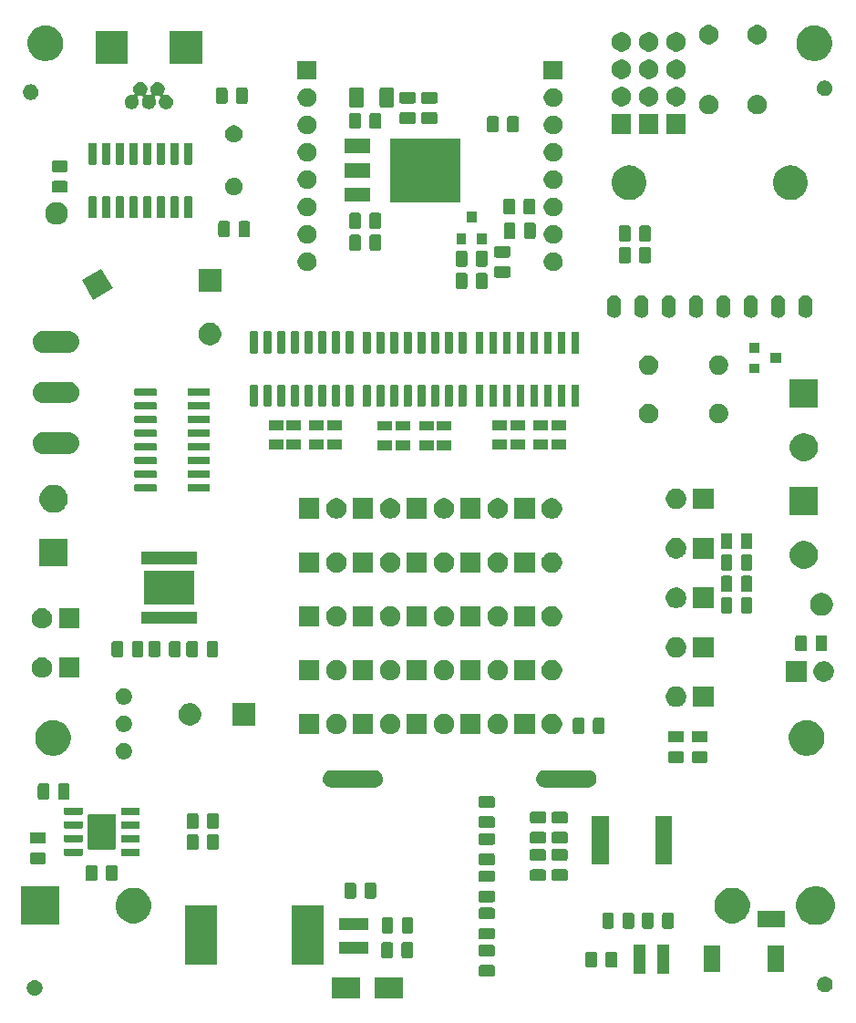
<source format=gbr>
G04 #@! TF.GenerationSoftware,KiCad,Pcbnew,(5.1.5)-3*
G04 #@! TF.CreationDate,2020-05-04T23:08:05+02:00*
G04 #@! TF.ProjectId,TrackRay_H01,54726163-6b52-4617-995f-4830312e6b69,rev?*
G04 #@! TF.SameCoordinates,Original*
G04 #@! TF.FileFunction,Soldermask,Bot*
G04 #@! TF.FilePolarity,Negative*
%FSLAX46Y46*%
G04 Gerber Fmt 4.6, Leading zero omitted, Abs format (unit mm)*
G04 Created by KiCad (PCBNEW (5.1.5)-3) date 2020-05-04 23:08:05*
%MOMM*%
%LPD*%
G04 APERTURE LIST*
%ADD10C,0.100000*%
G04 APERTURE END LIST*
D10*
G36*
X17393920Y-55717440D02*
G01*
X12898120Y-55717440D01*
X12898120Y-52710080D01*
X17393920Y-52710080D01*
X17393920Y-55717440D01*
G37*
X17393920Y-55717440D02*
X12898120Y-55717440D01*
X12898120Y-52710080D01*
X17393920Y-52710080D01*
X17393920Y-55717440D01*
G36*
X36905200Y-92365600D02*
G01*
X34303200Y-92365600D01*
X34303200Y-90463600D01*
X36905200Y-90463600D01*
X36905200Y-92365600D01*
G37*
G36*
X32905200Y-92365600D02*
G01*
X30303200Y-92365600D01*
X30303200Y-90463600D01*
X32905200Y-90463600D01*
X32905200Y-92365600D01*
G37*
G36*
X2841245Y-90689911D02*
G01*
X2911183Y-90703823D01*
X2965759Y-90726429D01*
X3042942Y-90758399D01*
X3161522Y-90837632D01*
X3262368Y-90938478D01*
X3341601Y-91057058D01*
X3373571Y-91134241D01*
X3388925Y-91171308D01*
X3396177Y-91188818D01*
X3424000Y-91328691D01*
X3424000Y-91471309D01*
X3396177Y-91611182D01*
X3341601Y-91742942D01*
X3262368Y-91861522D01*
X3161522Y-91962368D01*
X3042942Y-92041601D01*
X2965759Y-92073571D01*
X2911183Y-92096177D01*
X2841245Y-92110089D01*
X2771309Y-92124000D01*
X2628691Y-92124000D01*
X2558755Y-92110089D01*
X2488817Y-92096177D01*
X2434241Y-92073571D01*
X2357058Y-92041601D01*
X2238478Y-91962368D01*
X2137632Y-91861522D01*
X2058399Y-91742942D01*
X2003823Y-91611182D01*
X1976000Y-91471309D01*
X1976000Y-91328691D01*
X2003823Y-91188818D01*
X2011076Y-91171308D01*
X2026429Y-91134241D01*
X2058399Y-91057058D01*
X2137632Y-90938478D01*
X2238478Y-90837632D01*
X2357058Y-90758399D01*
X2434241Y-90726429D01*
X2488817Y-90703823D01*
X2558755Y-90689911D01*
X2628691Y-90676000D01*
X2771309Y-90676000D01*
X2841245Y-90689911D01*
G37*
G36*
X76241246Y-90389912D02*
G01*
X76311183Y-90403823D01*
X76365759Y-90426429D01*
X76442942Y-90458399D01*
X76561522Y-90537632D01*
X76662368Y-90638478D01*
X76741601Y-90757058D01*
X76773571Y-90834241D01*
X76796177Y-90888817D01*
X76824000Y-91028692D01*
X76824000Y-91171308D01*
X76796177Y-91311183D01*
X76773571Y-91365759D01*
X76741601Y-91442942D01*
X76662368Y-91561522D01*
X76561522Y-91662368D01*
X76442942Y-91741601D01*
X76365759Y-91773571D01*
X76311183Y-91796177D01*
X76241245Y-91810089D01*
X76171309Y-91824000D01*
X76028691Y-91824000D01*
X75958755Y-91810089D01*
X75888817Y-91796177D01*
X75834241Y-91773571D01*
X75757058Y-91741601D01*
X75638478Y-91662368D01*
X75537632Y-91561522D01*
X75458399Y-91442942D01*
X75426429Y-91365759D01*
X75403823Y-91311183D01*
X75376000Y-91171308D01*
X75376000Y-91028692D01*
X75403823Y-90888817D01*
X75426429Y-90834241D01*
X75458399Y-90757058D01*
X75537632Y-90638478D01*
X75638478Y-90537632D01*
X75757058Y-90458399D01*
X75834241Y-90426429D01*
X75888817Y-90403823D01*
X75958754Y-90389912D01*
X76028691Y-90376000D01*
X76171309Y-90376000D01*
X76241246Y-90389912D01*
G37*
G36*
X45263068Y-89301265D02*
G01*
X45301738Y-89312996D01*
X45337377Y-89332046D01*
X45368617Y-89357683D01*
X45394254Y-89388923D01*
X45413304Y-89424562D01*
X45425035Y-89463232D01*
X45429600Y-89509588D01*
X45429600Y-90160812D01*
X45425035Y-90207168D01*
X45413304Y-90245838D01*
X45394254Y-90281477D01*
X45368617Y-90312717D01*
X45337377Y-90338354D01*
X45301738Y-90357404D01*
X45263068Y-90369135D01*
X45216712Y-90373700D01*
X44140488Y-90373700D01*
X44094132Y-90369135D01*
X44055462Y-90357404D01*
X44019823Y-90338354D01*
X43988583Y-90312717D01*
X43962946Y-90281477D01*
X43943896Y-90245838D01*
X43932165Y-90207168D01*
X43927600Y-90160812D01*
X43927600Y-89509588D01*
X43932165Y-89463232D01*
X43943896Y-89424562D01*
X43962946Y-89388923D01*
X43988583Y-89357683D01*
X44019823Y-89332046D01*
X44055462Y-89312996D01*
X44094132Y-89301265D01*
X44140488Y-89296700D01*
X45216712Y-89296700D01*
X45263068Y-89301265D01*
G37*
G36*
X61650400Y-90073600D02*
G01*
X60488400Y-90073600D01*
X60488400Y-87421600D01*
X61650400Y-87421600D01*
X61650400Y-90073600D01*
G37*
G36*
X59450400Y-90073600D02*
G01*
X58288400Y-90073600D01*
X58288400Y-87421600D01*
X59450400Y-87421600D01*
X59450400Y-90073600D01*
G37*
G36*
X66406000Y-89973200D02*
G01*
X64854000Y-89973200D01*
X64854000Y-87471200D01*
X66406000Y-87471200D01*
X66406000Y-89973200D01*
G37*
G36*
X72306000Y-89973200D02*
G01*
X70754000Y-89973200D01*
X70754000Y-87471200D01*
X72306000Y-87471200D01*
X72306000Y-89973200D01*
G37*
G36*
X56630668Y-88051965D02*
G01*
X56669338Y-88063696D01*
X56704977Y-88082746D01*
X56736217Y-88108383D01*
X56761854Y-88139623D01*
X56780904Y-88175262D01*
X56792635Y-88213932D01*
X56797200Y-88260288D01*
X56797200Y-89336512D01*
X56792635Y-89382868D01*
X56780904Y-89421538D01*
X56761854Y-89457177D01*
X56736217Y-89488417D01*
X56704977Y-89514054D01*
X56669338Y-89533104D01*
X56630668Y-89544835D01*
X56584312Y-89549400D01*
X55933088Y-89549400D01*
X55886732Y-89544835D01*
X55848062Y-89533104D01*
X55812423Y-89514054D01*
X55781183Y-89488417D01*
X55755546Y-89457177D01*
X55736496Y-89421538D01*
X55724765Y-89382868D01*
X55720200Y-89336512D01*
X55720200Y-88260288D01*
X55724765Y-88213932D01*
X55736496Y-88175262D01*
X55755546Y-88139623D01*
X55781183Y-88108383D01*
X55812423Y-88082746D01*
X55848062Y-88063696D01*
X55886732Y-88051965D01*
X55933088Y-88047400D01*
X56584312Y-88047400D01*
X56630668Y-88051965D01*
G37*
G36*
X54755668Y-88051965D02*
G01*
X54794338Y-88063696D01*
X54829977Y-88082746D01*
X54861217Y-88108383D01*
X54886854Y-88139623D01*
X54905904Y-88175262D01*
X54917635Y-88213932D01*
X54922200Y-88260288D01*
X54922200Y-89336512D01*
X54917635Y-89382868D01*
X54905904Y-89421538D01*
X54886854Y-89457177D01*
X54861217Y-89488417D01*
X54829977Y-89514054D01*
X54794338Y-89533104D01*
X54755668Y-89544835D01*
X54709312Y-89549400D01*
X54058088Y-89549400D01*
X54011732Y-89544835D01*
X53973062Y-89533104D01*
X53937423Y-89514054D01*
X53906183Y-89488417D01*
X53880546Y-89457177D01*
X53861496Y-89421538D01*
X53849765Y-89382868D01*
X53845200Y-89336512D01*
X53845200Y-88260288D01*
X53849765Y-88213932D01*
X53861496Y-88175262D01*
X53880546Y-88139623D01*
X53906183Y-88108383D01*
X53937423Y-88082746D01*
X53973062Y-88063696D01*
X54011732Y-88051965D01*
X54058088Y-88047400D01*
X54709312Y-88047400D01*
X54755668Y-88051965D01*
G37*
G36*
X19639600Y-89288800D02*
G01*
X16637600Y-89288800D01*
X16637600Y-83786800D01*
X19639600Y-83786800D01*
X19639600Y-89288800D01*
G37*
G36*
X29539600Y-89288800D02*
G01*
X26537600Y-89288800D01*
X26537600Y-83786800D01*
X29539600Y-83786800D01*
X29539600Y-89288800D01*
G37*
G36*
X37682268Y-87162965D02*
G01*
X37720938Y-87174696D01*
X37756577Y-87193746D01*
X37787817Y-87219383D01*
X37813454Y-87250623D01*
X37832504Y-87286262D01*
X37844235Y-87324932D01*
X37848800Y-87371288D01*
X37848800Y-88447512D01*
X37844235Y-88493868D01*
X37832504Y-88532538D01*
X37813454Y-88568177D01*
X37787817Y-88599417D01*
X37756577Y-88625054D01*
X37720938Y-88644104D01*
X37682268Y-88655835D01*
X37635912Y-88660400D01*
X36984688Y-88660400D01*
X36938332Y-88655835D01*
X36899662Y-88644104D01*
X36864023Y-88625054D01*
X36832783Y-88599417D01*
X36807146Y-88568177D01*
X36788096Y-88532538D01*
X36776365Y-88493868D01*
X36771800Y-88447512D01*
X36771800Y-87371288D01*
X36776365Y-87324932D01*
X36788096Y-87286262D01*
X36807146Y-87250623D01*
X36832783Y-87219383D01*
X36864023Y-87193746D01*
X36899662Y-87174696D01*
X36938332Y-87162965D01*
X36984688Y-87158400D01*
X37635912Y-87158400D01*
X37682268Y-87162965D01*
G37*
G36*
X35807268Y-87162965D02*
G01*
X35845938Y-87174696D01*
X35881577Y-87193746D01*
X35912817Y-87219383D01*
X35938454Y-87250623D01*
X35957504Y-87286262D01*
X35969235Y-87324932D01*
X35973800Y-87371288D01*
X35973800Y-88447512D01*
X35969235Y-88493868D01*
X35957504Y-88532538D01*
X35938454Y-88568177D01*
X35912817Y-88599417D01*
X35881577Y-88625054D01*
X35845938Y-88644104D01*
X35807268Y-88655835D01*
X35760912Y-88660400D01*
X35109688Y-88660400D01*
X35063332Y-88655835D01*
X35024662Y-88644104D01*
X34989023Y-88625054D01*
X34957783Y-88599417D01*
X34932146Y-88568177D01*
X34913096Y-88532538D01*
X34901365Y-88493868D01*
X34896800Y-88447512D01*
X34896800Y-87371288D01*
X34901365Y-87324932D01*
X34913096Y-87286262D01*
X34932146Y-87250623D01*
X34957783Y-87219383D01*
X34989023Y-87193746D01*
X35024662Y-87174696D01*
X35063332Y-87162965D01*
X35109688Y-87158400D01*
X35760912Y-87158400D01*
X35807268Y-87162965D01*
G37*
G36*
X45263068Y-87426265D02*
G01*
X45301738Y-87437996D01*
X45337377Y-87457046D01*
X45368617Y-87482683D01*
X45394254Y-87513923D01*
X45413304Y-87549562D01*
X45425035Y-87588232D01*
X45429600Y-87634588D01*
X45429600Y-88285812D01*
X45425035Y-88332168D01*
X45413304Y-88370838D01*
X45394254Y-88406477D01*
X45368617Y-88437717D01*
X45337377Y-88463354D01*
X45301738Y-88482404D01*
X45263068Y-88494135D01*
X45216712Y-88498700D01*
X44140488Y-88498700D01*
X44094132Y-88494135D01*
X44055462Y-88482404D01*
X44019823Y-88463354D01*
X43988583Y-88437717D01*
X43962946Y-88406477D01*
X43943896Y-88370838D01*
X43932165Y-88332168D01*
X43927600Y-88285812D01*
X43927600Y-87634588D01*
X43932165Y-87588232D01*
X43943896Y-87549562D01*
X43962946Y-87513923D01*
X43988583Y-87482683D01*
X44019823Y-87457046D01*
X44055462Y-87437996D01*
X44094132Y-87426265D01*
X44140488Y-87421700D01*
X45216712Y-87421700D01*
X45263068Y-87426265D01*
G37*
G36*
X33660200Y-88269600D02*
G01*
X31008200Y-88269600D01*
X31008200Y-87107600D01*
X33660200Y-87107600D01*
X33660200Y-88269600D01*
G37*
G36*
X45263068Y-85846865D02*
G01*
X45301738Y-85858596D01*
X45337377Y-85877646D01*
X45368617Y-85903283D01*
X45394254Y-85934523D01*
X45413304Y-85970162D01*
X45425035Y-86008832D01*
X45429600Y-86055188D01*
X45429600Y-86706412D01*
X45425035Y-86752768D01*
X45413304Y-86791438D01*
X45394254Y-86827077D01*
X45368617Y-86858317D01*
X45337377Y-86883954D01*
X45301738Y-86903004D01*
X45263068Y-86914735D01*
X45216712Y-86919300D01*
X44140488Y-86919300D01*
X44094132Y-86914735D01*
X44055462Y-86903004D01*
X44019823Y-86883954D01*
X43988583Y-86858317D01*
X43962946Y-86827077D01*
X43943896Y-86791438D01*
X43932165Y-86752768D01*
X43927600Y-86706412D01*
X43927600Y-86055188D01*
X43932165Y-86008832D01*
X43943896Y-85970162D01*
X43962946Y-85934523D01*
X43988583Y-85903283D01*
X44019823Y-85877646D01*
X44055462Y-85858596D01*
X44094132Y-85846865D01*
X44140488Y-85842300D01*
X45216712Y-85842300D01*
X45263068Y-85846865D01*
G37*
G36*
X37707668Y-84851565D02*
G01*
X37746338Y-84863296D01*
X37781977Y-84882346D01*
X37813217Y-84907983D01*
X37838854Y-84939223D01*
X37857904Y-84974862D01*
X37869635Y-85013532D01*
X37874200Y-85059888D01*
X37874200Y-86136112D01*
X37869635Y-86182468D01*
X37857904Y-86221138D01*
X37838854Y-86256777D01*
X37813217Y-86288017D01*
X37781977Y-86313654D01*
X37746338Y-86332704D01*
X37707668Y-86344435D01*
X37661312Y-86349000D01*
X37010088Y-86349000D01*
X36963732Y-86344435D01*
X36925062Y-86332704D01*
X36889423Y-86313654D01*
X36858183Y-86288017D01*
X36832546Y-86256777D01*
X36813496Y-86221138D01*
X36801765Y-86182468D01*
X36797200Y-86136112D01*
X36797200Y-85059888D01*
X36801765Y-85013532D01*
X36813496Y-84974862D01*
X36832546Y-84939223D01*
X36858183Y-84907983D01*
X36889423Y-84882346D01*
X36925062Y-84863296D01*
X36963732Y-84851565D01*
X37010088Y-84847000D01*
X37661312Y-84847000D01*
X37707668Y-84851565D01*
G37*
G36*
X35832668Y-84851565D02*
G01*
X35871338Y-84863296D01*
X35906977Y-84882346D01*
X35938217Y-84907983D01*
X35963854Y-84939223D01*
X35982904Y-84974862D01*
X35994635Y-85013532D01*
X35999200Y-85059888D01*
X35999200Y-86136112D01*
X35994635Y-86182468D01*
X35982904Y-86221138D01*
X35963854Y-86256777D01*
X35938217Y-86288017D01*
X35906977Y-86313654D01*
X35871338Y-86332704D01*
X35832668Y-86344435D01*
X35786312Y-86349000D01*
X35135088Y-86349000D01*
X35088732Y-86344435D01*
X35050062Y-86332704D01*
X35014423Y-86313654D01*
X34983183Y-86288017D01*
X34957546Y-86256777D01*
X34938496Y-86221138D01*
X34926765Y-86182468D01*
X34922200Y-86136112D01*
X34922200Y-85059888D01*
X34926765Y-85013532D01*
X34938496Y-84974862D01*
X34957546Y-84939223D01*
X34983183Y-84907983D01*
X35014423Y-84882346D01*
X35050062Y-84863296D01*
X35088732Y-84851565D01*
X35135088Y-84847000D01*
X35786312Y-84847000D01*
X35832668Y-84851565D01*
G37*
G36*
X33660200Y-86069600D02*
G01*
X31008200Y-86069600D01*
X31008200Y-84907600D01*
X33660200Y-84907600D01*
X33660200Y-86069600D01*
G37*
G36*
X56330468Y-84419765D02*
G01*
X56369138Y-84431496D01*
X56404777Y-84450546D01*
X56436017Y-84476183D01*
X56461654Y-84507423D01*
X56480704Y-84543062D01*
X56492435Y-84581732D01*
X56497000Y-84628088D01*
X56497000Y-85704312D01*
X56492435Y-85750668D01*
X56480704Y-85789338D01*
X56461654Y-85824977D01*
X56436017Y-85856217D01*
X56404777Y-85881854D01*
X56369138Y-85900904D01*
X56330468Y-85912635D01*
X56284112Y-85917200D01*
X55632888Y-85917200D01*
X55586532Y-85912635D01*
X55547862Y-85900904D01*
X55512223Y-85881854D01*
X55480983Y-85856217D01*
X55455346Y-85824977D01*
X55436296Y-85789338D01*
X55424565Y-85750668D01*
X55420000Y-85704312D01*
X55420000Y-84628088D01*
X55424565Y-84581732D01*
X55436296Y-84543062D01*
X55455346Y-84507423D01*
X55480983Y-84476183D01*
X55512223Y-84450546D01*
X55547862Y-84431496D01*
X55586532Y-84419765D01*
X55632888Y-84415200D01*
X56284112Y-84415200D01*
X56330468Y-84419765D01*
G37*
G36*
X58205468Y-84419765D02*
G01*
X58244138Y-84431496D01*
X58279777Y-84450546D01*
X58311017Y-84476183D01*
X58336654Y-84507423D01*
X58355704Y-84543062D01*
X58367435Y-84581732D01*
X58372000Y-84628088D01*
X58372000Y-85704312D01*
X58367435Y-85750668D01*
X58355704Y-85789338D01*
X58336654Y-85824977D01*
X58311017Y-85856217D01*
X58279777Y-85881854D01*
X58244138Y-85900904D01*
X58205468Y-85912635D01*
X58159112Y-85917200D01*
X57507888Y-85917200D01*
X57461532Y-85912635D01*
X57422862Y-85900904D01*
X57387223Y-85881854D01*
X57355983Y-85856217D01*
X57330346Y-85824977D01*
X57311296Y-85789338D01*
X57299565Y-85750668D01*
X57295000Y-85704312D01*
X57295000Y-84628088D01*
X57299565Y-84581732D01*
X57311296Y-84543062D01*
X57330346Y-84507423D01*
X57355983Y-84476183D01*
X57387223Y-84450546D01*
X57422862Y-84431496D01*
X57461532Y-84419765D01*
X57507888Y-84415200D01*
X58159112Y-84415200D01*
X58205468Y-84419765D01*
G37*
G36*
X61888468Y-84419765D02*
G01*
X61927138Y-84431496D01*
X61962777Y-84450546D01*
X61994017Y-84476183D01*
X62019654Y-84507423D01*
X62038704Y-84543062D01*
X62050435Y-84581732D01*
X62055000Y-84628088D01*
X62055000Y-85704312D01*
X62050435Y-85750668D01*
X62038704Y-85789338D01*
X62019654Y-85824977D01*
X61994017Y-85856217D01*
X61962777Y-85881854D01*
X61927138Y-85900904D01*
X61888468Y-85912635D01*
X61842112Y-85917200D01*
X61190888Y-85917200D01*
X61144532Y-85912635D01*
X61105862Y-85900904D01*
X61070223Y-85881854D01*
X61038983Y-85856217D01*
X61013346Y-85824977D01*
X60994296Y-85789338D01*
X60982565Y-85750668D01*
X60978000Y-85704312D01*
X60978000Y-84628088D01*
X60982565Y-84581732D01*
X60994296Y-84543062D01*
X61013346Y-84507423D01*
X61038983Y-84476183D01*
X61070223Y-84450546D01*
X61105862Y-84431496D01*
X61144532Y-84419765D01*
X61190888Y-84415200D01*
X61842112Y-84415200D01*
X61888468Y-84419765D01*
G37*
G36*
X60013468Y-84419765D02*
G01*
X60052138Y-84431496D01*
X60087777Y-84450546D01*
X60119017Y-84476183D01*
X60144654Y-84507423D01*
X60163704Y-84543062D01*
X60175435Y-84581732D01*
X60180000Y-84628088D01*
X60180000Y-85704312D01*
X60175435Y-85750668D01*
X60163704Y-85789338D01*
X60144654Y-85824977D01*
X60119017Y-85856217D01*
X60087777Y-85881854D01*
X60052138Y-85900904D01*
X60013468Y-85912635D01*
X59967112Y-85917200D01*
X59315888Y-85917200D01*
X59269532Y-85912635D01*
X59230862Y-85900904D01*
X59195223Y-85881854D01*
X59163983Y-85856217D01*
X59138346Y-85824977D01*
X59119296Y-85789338D01*
X59107565Y-85750668D01*
X59103000Y-85704312D01*
X59103000Y-84628088D01*
X59107565Y-84581732D01*
X59119296Y-84543062D01*
X59138346Y-84507423D01*
X59163983Y-84476183D01*
X59195223Y-84450546D01*
X59230862Y-84431496D01*
X59269532Y-84419765D01*
X59315888Y-84415200D01*
X59967112Y-84415200D01*
X60013468Y-84419765D01*
G37*
G36*
X71009999Y-84224737D02*
G01*
X71019608Y-84227652D01*
X71028472Y-84232390D01*
X71036237Y-84238763D01*
X71046884Y-84251737D01*
X71053053Y-84260968D01*
X71070381Y-84278294D01*
X71090756Y-84291907D01*
X71113395Y-84301283D01*
X71137428Y-84306063D01*
X71161932Y-84306062D01*
X71185965Y-84301280D01*
X71208604Y-84291902D01*
X71228978Y-84278287D01*
X71246304Y-84260959D01*
X71253175Y-84251683D01*
X71263726Y-84238800D01*
X71266462Y-84236550D01*
X71271484Y-84232419D01*
X71280339Y-84227674D01*
X71283377Y-84226749D01*
X71289915Y-84224758D01*
X71289918Y-84224758D01*
X71289950Y-84224748D01*
X71300000Y-84223753D01*
X71300065Y-84223753D01*
X71306175Y-84223148D01*
X72293860Y-84223148D01*
X72309999Y-84224737D01*
X72319608Y-84227652D01*
X72328472Y-84232390D01*
X72336237Y-84238763D01*
X72342610Y-84246528D01*
X72347348Y-84255392D01*
X72350263Y-84265001D01*
X72351852Y-84281140D01*
X72351852Y-85768860D01*
X72350263Y-85784999D01*
X72347348Y-85794608D01*
X72342610Y-85803472D01*
X72336237Y-85811237D01*
X72328472Y-85817610D01*
X72319608Y-85822348D01*
X72309999Y-85825263D01*
X72293860Y-85826852D01*
X71306140Y-85826852D01*
X71290001Y-85825263D01*
X71280392Y-85822348D01*
X71271528Y-85817610D01*
X71263788Y-85811258D01*
X71263787Y-85811257D01*
X71263763Y-85811237D01*
X71257360Y-85803427D01*
X71257323Y-85803372D01*
X71249520Y-85793853D01*
X71249489Y-85793878D01*
X71238147Y-85780028D01*
X71219221Y-85764463D01*
X71197623Y-85752889D01*
X71174181Y-85745751D01*
X71149798Y-85743324D01*
X71125409Y-85745700D01*
X71101953Y-85752789D01*
X71080330Y-85764318D01*
X71061372Y-85779843D01*
X71045807Y-85798769D01*
X71043971Y-85801825D01*
X71042582Y-85803514D01*
X71042581Y-85803516D01*
X71037485Y-85809712D01*
X71036200Y-85811274D01*
X71028425Y-85817642D01*
X71022517Y-85820791D01*
X71019562Y-85822367D01*
X71009981Y-85825262D01*
X71009915Y-85825282D01*
X70993887Y-85826852D01*
X69856140Y-85826852D01*
X69840001Y-85825263D01*
X69830392Y-85822348D01*
X69821528Y-85817610D01*
X69813763Y-85811237D01*
X69807390Y-85803472D01*
X69802652Y-85794608D01*
X69799737Y-85784999D01*
X69798148Y-85768860D01*
X69798148Y-84281140D01*
X69799737Y-84265001D01*
X69802652Y-84255392D01*
X69807390Y-84246528D01*
X69813763Y-84238763D01*
X69821528Y-84232390D01*
X69830392Y-84227652D01*
X69840001Y-84224737D01*
X69856140Y-84223148D01*
X70993860Y-84223148D01*
X71009999Y-84224737D01*
G37*
G36*
X75751131Y-82037411D02*
G01*
X76078892Y-82173174D01*
X76373870Y-82370272D01*
X76624728Y-82621130D01*
X76821826Y-82916108D01*
X76957589Y-83243869D01*
X77026800Y-83591816D01*
X77026800Y-83946584D01*
X76957589Y-84294531D01*
X76821826Y-84622292D01*
X76624728Y-84917270D01*
X76373870Y-85168128D01*
X76078892Y-85365226D01*
X75751131Y-85500989D01*
X75403184Y-85570200D01*
X75048416Y-85570200D01*
X74700469Y-85500989D01*
X74372708Y-85365226D01*
X74077730Y-85168128D01*
X73826872Y-84917270D01*
X73629774Y-84622292D01*
X73494011Y-84294531D01*
X73424800Y-83946584D01*
X73424800Y-83591816D01*
X73494011Y-83243869D01*
X73629774Y-82916108D01*
X73826872Y-82621130D01*
X74077730Y-82370272D01*
X74372708Y-82173174D01*
X74700469Y-82037411D01*
X75048416Y-81968200D01*
X75403184Y-81968200D01*
X75751131Y-82037411D01*
G37*
G36*
X5026800Y-85570200D02*
G01*
X1424800Y-85570200D01*
X1424800Y-81968200D01*
X5026800Y-81968200D01*
X5026800Y-85570200D01*
G37*
G36*
X12246056Y-82160498D02*
G01*
X12352379Y-82181647D01*
X12652842Y-82306103D01*
X12923251Y-82486785D01*
X13153215Y-82716749D01*
X13313524Y-82956668D01*
X13333898Y-82987160D01*
X13370350Y-83075163D01*
X13390248Y-83123200D01*
X13458353Y-83287622D01*
X13521800Y-83606589D01*
X13521800Y-83931811D01*
X13502610Y-84028283D01*
X13458353Y-84250779D01*
X13388357Y-84419765D01*
X13340682Y-84534863D01*
X13333897Y-84551242D01*
X13153215Y-84821651D01*
X12923251Y-85051615D01*
X12652842Y-85232297D01*
X12352379Y-85356753D01*
X12309787Y-85365225D01*
X12033411Y-85420200D01*
X11708189Y-85420200D01*
X11431813Y-85365225D01*
X11389221Y-85356753D01*
X11088758Y-85232297D01*
X10818349Y-85051615D01*
X10588385Y-84821651D01*
X10407703Y-84551242D01*
X10400919Y-84534863D01*
X10353243Y-84419765D01*
X10283247Y-84250779D01*
X10238990Y-84028283D01*
X10219800Y-83931811D01*
X10219800Y-83606589D01*
X10283247Y-83287622D01*
X10351353Y-83123200D01*
X10371250Y-83075163D01*
X10407702Y-82987160D01*
X10428076Y-82956668D01*
X10588385Y-82716749D01*
X10818349Y-82486785D01*
X11088758Y-82306103D01*
X11389221Y-82181647D01*
X11495544Y-82160498D01*
X11708189Y-82118200D01*
X12033411Y-82118200D01*
X12246056Y-82160498D01*
G37*
G36*
X67856056Y-82160498D02*
G01*
X67962379Y-82181647D01*
X68262842Y-82306103D01*
X68533251Y-82486785D01*
X68763215Y-82716749D01*
X68923524Y-82956668D01*
X68943898Y-82987160D01*
X68980350Y-83075163D01*
X69000248Y-83123200D01*
X69068353Y-83287622D01*
X69131800Y-83606589D01*
X69131800Y-83931811D01*
X69112610Y-84028283D01*
X69068353Y-84250779D01*
X68998357Y-84419765D01*
X68950682Y-84534863D01*
X68943897Y-84551242D01*
X68763215Y-84821651D01*
X68533251Y-85051615D01*
X68262842Y-85232297D01*
X67962379Y-85356753D01*
X67919787Y-85365225D01*
X67643411Y-85420200D01*
X67318189Y-85420200D01*
X67041813Y-85365225D01*
X66999221Y-85356753D01*
X66698758Y-85232297D01*
X66428349Y-85051615D01*
X66198385Y-84821651D01*
X66017703Y-84551242D01*
X66010919Y-84534863D01*
X65963243Y-84419765D01*
X65893247Y-84250779D01*
X65848990Y-84028283D01*
X65829800Y-83931811D01*
X65829800Y-83606589D01*
X65893247Y-83287622D01*
X65961353Y-83123200D01*
X65981250Y-83075163D01*
X66017702Y-82987160D01*
X66038076Y-82956668D01*
X66198385Y-82716749D01*
X66428349Y-82486785D01*
X66698758Y-82306103D01*
X66999221Y-82181647D01*
X67105544Y-82160498D01*
X67318189Y-82118200D01*
X67643411Y-82118200D01*
X67856056Y-82160498D01*
G37*
G36*
X45263068Y-83971865D02*
G01*
X45301738Y-83983596D01*
X45337377Y-84002646D01*
X45368617Y-84028283D01*
X45394254Y-84059523D01*
X45413304Y-84095162D01*
X45425035Y-84133832D01*
X45429600Y-84180188D01*
X45429600Y-84831412D01*
X45425035Y-84877768D01*
X45413304Y-84916438D01*
X45394254Y-84952077D01*
X45368617Y-84983317D01*
X45337377Y-85008954D01*
X45301738Y-85028004D01*
X45263068Y-85039735D01*
X45216712Y-85044300D01*
X44140488Y-85044300D01*
X44094132Y-85039735D01*
X44055462Y-85028004D01*
X44019823Y-85008954D01*
X43988583Y-84983317D01*
X43962946Y-84952077D01*
X43943896Y-84916438D01*
X43932165Y-84877768D01*
X43927600Y-84831412D01*
X43927600Y-84180188D01*
X43932165Y-84133832D01*
X43943896Y-84095162D01*
X43962946Y-84059523D01*
X43988583Y-84028283D01*
X44019823Y-84002646D01*
X44055462Y-83983596D01*
X44094132Y-83971865D01*
X44140488Y-83967300D01*
X45216712Y-83967300D01*
X45263068Y-83971865D01*
G37*
G36*
X45263068Y-82394765D02*
G01*
X45301738Y-82406496D01*
X45337377Y-82425546D01*
X45368617Y-82451183D01*
X45394254Y-82482423D01*
X45413304Y-82518062D01*
X45425035Y-82556732D01*
X45429600Y-82603088D01*
X45429600Y-83254312D01*
X45425035Y-83300668D01*
X45413304Y-83339338D01*
X45394254Y-83374977D01*
X45368617Y-83406217D01*
X45337377Y-83431854D01*
X45301738Y-83450904D01*
X45263068Y-83462635D01*
X45216712Y-83467200D01*
X44140488Y-83467200D01*
X44094132Y-83462635D01*
X44055462Y-83450904D01*
X44019823Y-83431854D01*
X43988583Y-83406217D01*
X43962946Y-83374977D01*
X43943896Y-83339338D01*
X43932165Y-83300668D01*
X43927600Y-83254312D01*
X43927600Y-82603088D01*
X43932165Y-82556732D01*
X43943896Y-82518062D01*
X43962946Y-82482423D01*
X43988583Y-82451183D01*
X44019823Y-82425546D01*
X44055462Y-82406496D01*
X44094132Y-82394765D01*
X44140488Y-82390200D01*
X45216712Y-82390200D01*
X45263068Y-82394765D01*
G37*
G36*
X34253268Y-81625765D02*
G01*
X34291938Y-81637496D01*
X34327577Y-81656546D01*
X34358817Y-81682183D01*
X34384454Y-81713423D01*
X34403504Y-81749062D01*
X34415235Y-81787732D01*
X34419800Y-81834088D01*
X34419800Y-82910312D01*
X34415235Y-82956668D01*
X34403504Y-82995338D01*
X34384454Y-83030977D01*
X34358817Y-83062217D01*
X34327577Y-83087854D01*
X34291938Y-83106904D01*
X34253268Y-83118635D01*
X34206912Y-83123200D01*
X33555688Y-83123200D01*
X33509332Y-83118635D01*
X33470662Y-83106904D01*
X33435023Y-83087854D01*
X33403783Y-83062217D01*
X33378146Y-83030977D01*
X33359096Y-82995338D01*
X33347365Y-82956668D01*
X33342800Y-82910312D01*
X33342800Y-81834088D01*
X33347365Y-81787732D01*
X33359096Y-81749062D01*
X33378146Y-81713423D01*
X33403783Y-81682183D01*
X33435023Y-81656546D01*
X33470662Y-81637496D01*
X33509332Y-81625765D01*
X33555688Y-81621200D01*
X34206912Y-81621200D01*
X34253268Y-81625765D01*
G37*
G36*
X32378268Y-81625765D02*
G01*
X32416938Y-81637496D01*
X32452577Y-81656546D01*
X32483817Y-81682183D01*
X32509454Y-81713423D01*
X32528504Y-81749062D01*
X32540235Y-81787732D01*
X32544800Y-81834088D01*
X32544800Y-82910312D01*
X32540235Y-82956668D01*
X32528504Y-82995338D01*
X32509454Y-83030977D01*
X32483817Y-83062217D01*
X32452577Y-83087854D01*
X32416938Y-83106904D01*
X32378268Y-83118635D01*
X32331912Y-83123200D01*
X31680688Y-83123200D01*
X31634332Y-83118635D01*
X31595662Y-83106904D01*
X31560023Y-83087854D01*
X31528783Y-83062217D01*
X31503146Y-83030977D01*
X31484096Y-82995338D01*
X31472365Y-82956668D01*
X31467800Y-82910312D01*
X31467800Y-81834088D01*
X31472365Y-81787732D01*
X31484096Y-81749062D01*
X31503146Y-81713423D01*
X31528783Y-81682183D01*
X31560023Y-81656546D01*
X31595662Y-81637496D01*
X31634332Y-81625765D01*
X31680688Y-81621200D01*
X32331912Y-81621200D01*
X32378268Y-81625765D01*
G37*
G36*
X45263068Y-80519765D02*
G01*
X45301738Y-80531496D01*
X45337377Y-80550546D01*
X45368617Y-80576183D01*
X45394254Y-80607423D01*
X45413304Y-80643062D01*
X45425035Y-80681732D01*
X45429600Y-80728088D01*
X45429600Y-81379312D01*
X45425035Y-81425668D01*
X45413304Y-81464338D01*
X45394254Y-81499977D01*
X45368617Y-81531217D01*
X45337377Y-81556854D01*
X45301738Y-81575904D01*
X45263068Y-81587635D01*
X45216712Y-81592200D01*
X44140488Y-81592200D01*
X44094132Y-81587635D01*
X44055462Y-81575904D01*
X44019823Y-81556854D01*
X43988583Y-81531217D01*
X43962946Y-81499977D01*
X43943896Y-81464338D01*
X43932165Y-81425668D01*
X43927600Y-81379312D01*
X43927600Y-80728088D01*
X43932165Y-80681732D01*
X43943896Y-80643062D01*
X43962946Y-80607423D01*
X43988583Y-80576183D01*
X44019823Y-80550546D01*
X44055462Y-80531496D01*
X44094132Y-80519765D01*
X44140488Y-80515200D01*
X45216712Y-80515200D01*
X45263068Y-80519765D01*
G37*
G36*
X10224868Y-80000165D02*
G01*
X10263538Y-80011896D01*
X10299177Y-80030946D01*
X10330417Y-80056583D01*
X10356054Y-80087823D01*
X10375104Y-80123462D01*
X10386835Y-80162132D01*
X10391400Y-80208488D01*
X10391400Y-81284712D01*
X10386835Y-81331068D01*
X10375104Y-81369738D01*
X10356054Y-81405377D01*
X10330417Y-81436617D01*
X10299177Y-81462254D01*
X10263538Y-81481304D01*
X10224868Y-81493035D01*
X10178512Y-81497600D01*
X9527288Y-81497600D01*
X9480932Y-81493035D01*
X9442262Y-81481304D01*
X9406623Y-81462254D01*
X9375383Y-81436617D01*
X9349746Y-81405377D01*
X9330696Y-81369738D01*
X9318965Y-81331068D01*
X9314400Y-81284712D01*
X9314400Y-80208488D01*
X9318965Y-80162132D01*
X9330696Y-80123462D01*
X9349746Y-80087823D01*
X9375383Y-80056583D01*
X9406623Y-80030946D01*
X9442262Y-80011896D01*
X9480932Y-80000165D01*
X9527288Y-79995600D01*
X10178512Y-79995600D01*
X10224868Y-80000165D01*
G37*
G36*
X8349868Y-80000165D02*
G01*
X8388538Y-80011896D01*
X8424177Y-80030946D01*
X8455417Y-80056583D01*
X8481054Y-80087823D01*
X8500104Y-80123462D01*
X8511835Y-80162132D01*
X8516400Y-80208488D01*
X8516400Y-81284712D01*
X8511835Y-81331068D01*
X8500104Y-81369738D01*
X8481054Y-81405377D01*
X8455417Y-81436617D01*
X8424177Y-81462254D01*
X8388538Y-81481304D01*
X8349868Y-81493035D01*
X8303512Y-81497600D01*
X7652288Y-81497600D01*
X7605932Y-81493035D01*
X7567262Y-81481304D01*
X7531623Y-81462254D01*
X7500383Y-81436617D01*
X7474746Y-81405377D01*
X7455696Y-81369738D01*
X7443965Y-81331068D01*
X7439400Y-81284712D01*
X7439400Y-80208488D01*
X7443965Y-80162132D01*
X7455696Y-80123462D01*
X7474746Y-80087823D01*
X7500383Y-80056583D01*
X7531623Y-80030946D01*
X7567262Y-80011896D01*
X7605932Y-80000165D01*
X7652288Y-79995600D01*
X8303512Y-79995600D01*
X8349868Y-80000165D01*
G37*
G36*
X50012868Y-80413565D02*
G01*
X50051538Y-80425296D01*
X50087177Y-80444346D01*
X50118417Y-80469983D01*
X50144054Y-80501223D01*
X50163104Y-80536862D01*
X50174835Y-80575532D01*
X50179400Y-80621888D01*
X50179400Y-81273112D01*
X50174835Y-81319468D01*
X50163104Y-81358138D01*
X50144054Y-81393777D01*
X50118417Y-81425017D01*
X50087177Y-81450654D01*
X50051538Y-81469704D01*
X50012868Y-81481435D01*
X49966512Y-81486000D01*
X48890288Y-81486000D01*
X48843932Y-81481435D01*
X48805262Y-81469704D01*
X48769623Y-81450654D01*
X48738383Y-81425017D01*
X48712746Y-81393777D01*
X48693696Y-81358138D01*
X48681965Y-81319468D01*
X48677400Y-81273112D01*
X48677400Y-80621888D01*
X48681965Y-80575532D01*
X48693696Y-80536862D01*
X48712746Y-80501223D01*
X48738383Y-80469983D01*
X48769623Y-80444346D01*
X48805262Y-80425296D01*
X48843932Y-80413565D01*
X48890288Y-80409000D01*
X49966512Y-80409000D01*
X50012868Y-80413565D01*
G37*
G36*
X52025068Y-80407165D02*
G01*
X52063738Y-80418896D01*
X52099377Y-80437946D01*
X52130617Y-80463583D01*
X52156254Y-80494823D01*
X52175304Y-80530462D01*
X52187035Y-80569132D01*
X52191600Y-80615488D01*
X52191600Y-81266712D01*
X52187035Y-81313068D01*
X52175304Y-81351738D01*
X52156254Y-81387377D01*
X52130617Y-81418617D01*
X52099377Y-81444254D01*
X52063738Y-81463304D01*
X52025068Y-81475035D01*
X51978712Y-81479600D01*
X50902488Y-81479600D01*
X50856132Y-81475035D01*
X50817462Y-81463304D01*
X50781823Y-81444254D01*
X50750583Y-81418617D01*
X50724946Y-81387377D01*
X50705896Y-81351738D01*
X50694165Y-81313068D01*
X50689600Y-81266712D01*
X50689600Y-80615488D01*
X50694165Y-80569132D01*
X50705896Y-80530462D01*
X50724946Y-80494823D01*
X50750583Y-80463583D01*
X50781823Y-80437946D01*
X50817462Y-80418896D01*
X50856132Y-80407165D01*
X50902488Y-80402600D01*
X51978712Y-80402600D01*
X52025068Y-80407165D01*
G37*
G36*
X45263068Y-78940365D02*
G01*
X45301738Y-78952096D01*
X45337377Y-78971146D01*
X45368617Y-78996783D01*
X45394254Y-79028023D01*
X45413304Y-79063662D01*
X45425035Y-79102332D01*
X45429600Y-79148688D01*
X45429600Y-79799912D01*
X45425035Y-79846268D01*
X45413304Y-79884938D01*
X45394254Y-79920577D01*
X45368617Y-79951817D01*
X45337377Y-79977454D01*
X45301738Y-79996504D01*
X45263068Y-80008235D01*
X45216712Y-80012800D01*
X44140488Y-80012800D01*
X44094132Y-80008235D01*
X44055462Y-79996504D01*
X44019823Y-79977454D01*
X43988583Y-79951817D01*
X43962946Y-79920577D01*
X43943896Y-79884938D01*
X43932165Y-79846268D01*
X43927600Y-79799912D01*
X43927600Y-79148688D01*
X43932165Y-79102332D01*
X43943896Y-79063662D01*
X43962946Y-79028023D01*
X43988583Y-78996783D01*
X44019823Y-78971146D01*
X44055462Y-78952096D01*
X44094132Y-78940365D01*
X44140488Y-78935800D01*
X45216712Y-78935800D01*
X45263068Y-78940365D01*
G37*
G36*
X56017400Y-79950000D02*
G01*
X54465400Y-79950000D01*
X54465400Y-75498000D01*
X56017400Y-75498000D01*
X56017400Y-79950000D01*
G37*
G36*
X61917400Y-79950000D02*
G01*
X60365400Y-79950000D01*
X60365400Y-75498000D01*
X61917400Y-75498000D01*
X61917400Y-79950000D01*
G37*
G36*
X3581668Y-78838765D02*
G01*
X3620338Y-78850496D01*
X3655977Y-78869546D01*
X3687217Y-78895183D01*
X3712854Y-78926423D01*
X3731904Y-78962062D01*
X3743635Y-79000732D01*
X3748200Y-79047088D01*
X3748200Y-79698312D01*
X3743635Y-79744668D01*
X3731904Y-79783338D01*
X3712854Y-79818977D01*
X3687217Y-79850217D01*
X3655977Y-79875854D01*
X3620338Y-79894904D01*
X3581668Y-79906635D01*
X3535312Y-79911200D01*
X2459088Y-79911200D01*
X2412732Y-79906635D01*
X2374062Y-79894904D01*
X2338423Y-79875854D01*
X2307183Y-79850217D01*
X2281546Y-79818977D01*
X2262496Y-79783338D01*
X2250765Y-79744668D01*
X2246200Y-79698312D01*
X2246200Y-79047088D01*
X2250765Y-79000732D01*
X2262496Y-78962062D01*
X2281546Y-78926423D01*
X2307183Y-78895183D01*
X2338423Y-78869546D01*
X2374062Y-78850496D01*
X2412732Y-78838765D01*
X2459088Y-78834200D01*
X3535312Y-78834200D01*
X3581668Y-78838765D01*
G37*
G36*
X50012868Y-78538565D02*
G01*
X50051538Y-78550296D01*
X50087177Y-78569346D01*
X50118417Y-78594983D01*
X50144054Y-78626223D01*
X50163104Y-78661862D01*
X50174835Y-78700532D01*
X50179400Y-78746888D01*
X50179400Y-79398112D01*
X50174835Y-79444468D01*
X50163104Y-79483138D01*
X50144054Y-79518777D01*
X50118417Y-79550017D01*
X50087177Y-79575654D01*
X50051538Y-79594704D01*
X50012868Y-79606435D01*
X49966512Y-79611000D01*
X48890288Y-79611000D01*
X48843932Y-79606435D01*
X48805262Y-79594704D01*
X48769623Y-79575654D01*
X48738383Y-79550017D01*
X48712746Y-79518777D01*
X48693696Y-79483138D01*
X48681965Y-79444468D01*
X48677400Y-79398112D01*
X48677400Y-78746888D01*
X48681965Y-78700532D01*
X48693696Y-78661862D01*
X48712746Y-78626223D01*
X48738383Y-78594983D01*
X48769623Y-78569346D01*
X48805262Y-78550296D01*
X48843932Y-78538565D01*
X48890288Y-78534000D01*
X49966512Y-78534000D01*
X50012868Y-78538565D01*
G37*
G36*
X52025068Y-78532165D02*
G01*
X52063738Y-78543896D01*
X52099377Y-78562946D01*
X52130617Y-78588583D01*
X52156254Y-78619823D01*
X52175304Y-78655462D01*
X52187035Y-78694132D01*
X52191600Y-78740488D01*
X52191600Y-79391712D01*
X52187035Y-79438068D01*
X52175304Y-79476738D01*
X52156254Y-79512377D01*
X52130617Y-79543617D01*
X52099377Y-79569254D01*
X52063738Y-79588304D01*
X52025068Y-79600035D01*
X51978712Y-79604600D01*
X50902488Y-79604600D01*
X50856132Y-79600035D01*
X50817462Y-79588304D01*
X50781823Y-79569254D01*
X50750583Y-79543617D01*
X50724946Y-79512377D01*
X50705896Y-79476738D01*
X50694165Y-79438068D01*
X50689600Y-79391712D01*
X50689600Y-78740488D01*
X50694165Y-78694132D01*
X50705896Y-78655462D01*
X50724946Y-78619823D01*
X50750583Y-78588583D01*
X50781823Y-78562946D01*
X50817462Y-78543896D01*
X50856132Y-78532165D01*
X50902488Y-78527600D01*
X51978712Y-78527600D01*
X52025068Y-78532165D01*
G37*
G36*
X12350728Y-78467964D02*
G01*
X12371809Y-78474360D01*
X12391245Y-78484748D01*
X12408276Y-78498724D01*
X12422252Y-78515755D01*
X12432640Y-78535191D01*
X12439036Y-78556272D01*
X12441800Y-78584340D01*
X12441800Y-79048060D01*
X12439036Y-79076128D01*
X12432640Y-79097209D01*
X12422252Y-79116645D01*
X12408276Y-79133676D01*
X12391245Y-79147652D01*
X12371809Y-79158040D01*
X12350728Y-79164436D01*
X12322660Y-79167200D01*
X10833940Y-79167200D01*
X10805872Y-79164436D01*
X10784791Y-79158040D01*
X10765355Y-79147652D01*
X10748324Y-79133676D01*
X10734348Y-79116645D01*
X10723960Y-79097209D01*
X10717564Y-79076128D01*
X10714800Y-79048060D01*
X10714800Y-78584340D01*
X10717564Y-78556272D01*
X10723960Y-78535191D01*
X10734348Y-78515755D01*
X10748324Y-78498724D01*
X10765355Y-78484748D01*
X10784791Y-78474360D01*
X10805872Y-78467964D01*
X10833940Y-78465200D01*
X12322660Y-78465200D01*
X12350728Y-78467964D01*
G37*
G36*
X7075728Y-78467964D02*
G01*
X7096809Y-78474360D01*
X7116245Y-78484748D01*
X7133276Y-78498724D01*
X7147252Y-78515755D01*
X7157640Y-78535191D01*
X7164036Y-78556272D01*
X7166800Y-78584340D01*
X7166800Y-79048060D01*
X7164036Y-79076128D01*
X7157640Y-79097209D01*
X7147252Y-79116645D01*
X7133276Y-79133676D01*
X7116245Y-79147652D01*
X7096809Y-79158040D01*
X7075728Y-79164436D01*
X7047660Y-79167200D01*
X5558940Y-79167200D01*
X5530872Y-79164436D01*
X5509791Y-79158040D01*
X5490355Y-79147652D01*
X5473324Y-79133676D01*
X5459348Y-79116645D01*
X5448960Y-79097209D01*
X5442564Y-79076128D01*
X5439800Y-79048060D01*
X5439800Y-78584340D01*
X5442564Y-78556272D01*
X5448960Y-78535191D01*
X5459348Y-78515755D01*
X5473324Y-78498724D01*
X5490355Y-78484748D01*
X5509791Y-78474360D01*
X5530872Y-78467964D01*
X5558940Y-78465200D01*
X7047660Y-78465200D01*
X7075728Y-78467964D01*
G37*
G36*
X17745568Y-77129965D02*
G01*
X17784238Y-77141696D01*
X17819877Y-77160746D01*
X17851117Y-77186383D01*
X17876754Y-77217623D01*
X17895804Y-77253262D01*
X17907535Y-77291932D01*
X17912100Y-77338288D01*
X17912100Y-78414512D01*
X17907535Y-78460868D01*
X17895804Y-78499538D01*
X17876754Y-78535177D01*
X17851117Y-78566417D01*
X17819877Y-78592054D01*
X17784238Y-78611104D01*
X17745568Y-78622835D01*
X17699212Y-78627400D01*
X17047988Y-78627400D01*
X17001632Y-78622835D01*
X16962962Y-78611104D01*
X16927323Y-78592054D01*
X16896083Y-78566417D01*
X16870446Y-78535177D01*
X16851396Y-78499538D01*
X16839665Y-78460868D01*
X16835100Y-78414512D01*
X16835100Y-77338288D01*
X16839665Y-77291932D01*
X16851396Y-77253262D01*
X16870446Y-77217623D01*
X16896083Y-77186383D01*
X16927323Y-77160746D01*
X16962962Y-77141696D01*
X17001632Y-77129965D01*
X17047988Y-77125400D01*
X17699212Y-77125400D01*
X17745568Y-77129965D01*
G37*
G36*
X19620568Y-77129965D02*
G01*
X19659238Y-77141696D01*
X19694877Y-77160746D01*
X19726117Y-77186383D01*
X19751754Y-77217623D01*
X19770804Y-77253262D01*
X19782535Y-77291932D01*
X19787100Y-77338288D01*
X19787100Y-78414512D01*
X19782535Y-78460868D01*
X19770804Y-78499538D01*
X19751754Y-78535177D01*
X19726117Y-78566417D01*
X19694877Y-78592054D01*
X19659238Y-78611104D01*
X19620568Y-78622835D01*
X19574212Y-78627400D01*
X18922988Y-78627400D01*
X18876632Y-78622835D01*
X18837962Y-78611104D01*
X18802323Y-78592054D01*
X18771083Y-78566417D01*
X18745446Y-78535177D01*
X18726396Y-78499538D01*
X18714665Y-78460868D01*
X18710100Y-78414512D01*
X18710100Y-77338288D01*
X18714665Y-77291932D01*
X18726396Y-77253262D01*
X18745446Y-77217623D01*
X18771083Y-77186383D01*
X18802323Y-77160746D01*
X18837962Y-77141696D01*
X18876632Y-77129965D01*
X18922988Y-77125400D01*
X19574212Y-77125400D01*
X19620568Y-77129965D01*
G37*
G36*
X10119894Y-75263867D02*
G01*
X10149795Y-75272938D01*
X10177352Y-75287668D01*
X10201508Y-75307492D01*
X10221332Y-75331648D01*
X10236062Y-75359205D01*
X10245133Y-75389106D01*
X10248800Y-75426344D01*
X10248800Y-78396056D01*
X10245133Y-78433294D01*
X10236062Y-78463195D01*
X10221332Y-78490752D01*
X10201508Y-78514908D01*
X10177352Y-78534732D01*
X10149795Y-78549462D01*
X10119894Y-78558533D01*
X10082656Y-78562200D01*
X7798944Y-78562200D01*
X7761706Y-78558533D01*
X7731805Y-78549462D01*
X7704248Y-78534732D01*
X7680092Y-78514908D01*
X7660268Y-78490752D01*
X7645538Y-78463195D01*
X7636467Y-78433294D01*
X7632800Y-78396056D01*
X7632800Y-75426344D01*
X7636467Y-75389106D01*
X7645538Y-75359205D01*
X7660268Y-75331648D01*
X7680092Y-75307492D01*
X7704248Y-75287668D01*
X7731805Y-75272938D01*
X7761706Y-75263867D01*
X7798944Y-75260200D01*
X10082656Y-75260200D01*
X10119894Y-75263867D01*
G37*
G36*
X45263068Y-77065365D02*
G01*
X45301738Y-77077096D01*
X45337377Y-77096146D01*
X45368617Y-77121783D01*
X45394254Y-77153023D01*
X45413304Y-77188662D01*
X45425035Y-77227332D01*
X45429600Y-77273688D01*
X45429600Y-77924912D01*
X45425035Y-77971268D01*
X45413304Y-78009938D01*
X45394254Y-78045577D01*
X45368617Y-78076817D01*
X45337377Y-78102454D01*
X45301738Y-78121504D01*
X45263068Y-78133235D01*
X45216712Y-78137800D01*
X44140488Y-78137800D01*
X44094132Y-78133235D01*
X44055462Y-78121504D01*
X44019823Y-78102454D01*
X43988583Y-78076817D01*
X43962946Y-78045577D01*
X43943896Y-78009938D01*
X43932165Y-77971268D01*
X43927600Y-77924912D01*
X43927600Y-77273688D01*
X43932165Y-77227332D01*
X43943896Y-77188662D01*
X43962946Y-77153023D01*
X43988583Y-77121783D01*
X44019823Y-77096146D01*
X44055462Y-77077096D01*
X44094132Y-77065365D01*
X44140488Y-77060800D01*
X45216712Y-77060800D01*
X45263068Y-77065365D01*
G37*
G36*
X3581668Y-76963765D02*
G01*
X3620338Y-76975496D01*
X3655977Y-76994546D01*
X3687217Y-77020183D01*
X3712854Y-77051423D01*
X3731904Y-77087062D01*
X3743635Y-77125732D01*
X3748200Y-77172088D01*
X3748200Y-77823312D01*
X3743635Y-77869668D01*
X3731904Y-77908338D01*
X3712854Y-77943977D01*
X3687217Y-77975217D01*
X3655977Y-78000854D01*
X3620338Y-78019904D01*
X3581668Y-78031635D01*
X3535312Y-78036200D01*
X2459088Y-78036200D01*
X2412732Y-78031635D01*
X2374062Y-78019904D01*
X2338423Y-78000854D01*
X2307183Y-77975217D01*
X2281546Y-77943977D01*
X2262496Y-77908338D01*
X2250765Y-77869668D01*
X2246200Y-77823312D01*
X2246200Y-77172088D01*
X2250765Y-77125732D01*
X2262496Y-77087062D01*
X2281546Y-77051423D01*
X2307183Y-77020183D01*
X2338423Y-76994546D01*
X2374062Y-76975496D01*
X2412732Y-76963765D01*
X2459088Y-76959200D01*
X3535312Y-76959200D01*
X3581668Y-76963765D01*
G37*
G36*
X52044868Y-76936065D02*
G01*
X52083538Y-76947796D01*
X52119177Y-76966846D01*
X52150417Y-76992483D01*
X52176054Y-77023723D01*
X52195104Y-77059362D01*
X52206835Y-77098032D01*
X52211400Y-77144388D01*
X52211400Y-77795612D01*
X52206835Y-77841968D01*
X52195104Y-77880638D01*
X52176054Y-77916277D01*
X52150417Y-77947517D01*
X52119177Y-77973154D01*
X52083538Y-77992204D01*
X52044868Y-78003935D01*
X51998512Y-78008500D01*
X50922288Y-78008500D01*
X50875932Y-78003935D01*
X50837262Y-77992204D01*
X50801623Y-77973154D01*
X50770383Y-77947517D01*
X50744746Y-77916277D01*
X50725696Y-77880638D01*
X50713965Y-77841968D01*
X50709400Y-77795612D01*
X50709400Y-77144388D01*
X50713965Y-77098032D01*
X50725696Y-77059362D01*
X50744746Y-77023723D01*
X50770383Y-76992483D01*
X50801623Y-76966846D01*
X50837262Y-76947796D01*
X50875932Y-76936065D01*
X50922288Y-76931500D01*
X51998512Y-76931500D01*
X52044868Y-76936065D01*
G37*
G36*
X50038268Y-76936065D02*
G01*
X50076938Y-76947796D01*
X50112577Y-76966846D01*
X50143817Y-76992483D01*
X50169454Y-77023723D01*
X50188504Y-77059362D01*
X50200235Y-77098032D01*
X50204800Y-77144388D01*
X50204800Y-77795612D01*
X50200235Y-77841968D01*
X50188504Y-77880638D01*
X50169454Y-77916277D01*
X50143817Y-77947517D01*
X50112577Y-77973154D01*
X50076938Y-77992204D01*
X50038268Y-78003935D01*
X49991912Y-78008500D01*
X48915688Y-78008500D01*
X48869332Y-78003935D01*
X48830662Y-77992204D01*
X48795023Y-77973154D01*
X48763783Y-77947517D01*
X48738146Y-77916277D01*
X48719096Y-77880638D01*
X48707365Y-77841968D01*
X48702800Y-77795612D01*
X48702800Y-77144388D01*
X48707365Y-77098032D01*
X48719096Y-77059362D01*
X48738146Y-77023723D01*
X48763783Y-76992483D01*
X48795023Y-76966846D01*
X48830662Y-76947796D01*
X48869332Y-76936065D01*
X48915688Y-76931500D01*
X49991912Y-76931500D01*
X50038268Y-76936065D01*
G37*
G36*
X12350728Y-77197964D02*
G01*
X12371809Y-77204360D01*
X12391245Y-77214748D01*
X12408276Y-77228724D01*
X12422252Y-77245755D01*
X12432640Y-77265191D01*
X12439036Y-77286272D01*
X12441800Y-77314340D01*
X12441800Y-77778060D01*
X12439036Y-77806128D01*
X12432640Y-77827209D01*
X12422252Y-77846645D01*
X12408276Y-77863676D01*
X12391245Y-77877652D01*
X12371809Y-77888040D01*
X12350728Y-77894436D01*
X12322660Y-77897200D01*
X10833940Y-77897200D01*
X10805872Y-77894436D01*
X10784791Y-77888040D01*
X10765355Y-77877652D01*
X10748324Y-77863676D01*
X10734348Y-77846645D01*
X10723960Y-77827209D01*
X10717564Y-77806128D01*
X10714800Y-77778060D01*
X10714800Y-77314340D01*
X10717564Y-77286272D01*
X10723960Y-77265191D01*
X10734348Y-77245755D01*
X10748324Y-77228724D01*
X10765355Y-77214748D01*
X10784791Y-77204360D01*
X10805872Y-77197964D01*
X10833940Y-77195200D01*
X12322660Y-77195200D01*
X12350728Y-77197964D01*
G37*
G36*
X7075728Y-77197964D02*
G01*
X7096809Y-77204360D01*
X7116245Y-77214748D01*
X7133276Y-77228724D01*
X7147252Y-77245755D01*
X7157640Y-77265191D01*
X7164036Y-77286272D01*
X7166800Y-77314340D01*
X7166800Y-77778060D01*
X7164036Y-77806128D01*
X7157640Y-77827209D01*
X7147252Y-77846645D01*
X7133276Y-77863676D01*
X7116245Y-77877652D01*
X7096809Y-77888040D01*
X7075728Y-77894436D01*
X7047660Y-77897200D01*
X5558940Y-77897200D01*
X5530872Y-77894436D01*
X5509791Y-77888040D01*
X5490355Y-77877652D01*
X5473324Y-77863676D01*
X5459348Y-77846645D01*
X5448960Y-77827209D01*
X5442564Y-77806128D01*
X5439800Y-77778060D01*
X5439800Y-77314340D01*
X5442564Y-77286272D01*
X5448960Y-77265191D01*
X5459348Y-77245755D01*
X5473324Y-77228724D01*
X5490355Y-77214748D01*
X5509791Y-77204360D01*
X5530872Y-77197964D01*
X5558940Y-77195200D01*
X7047660Y-77195200D01*
X7075728Y-77197964D01*
G37*
G36*
X19620568Y-75174165D02*
G01*
X19659238Y-75185896D01*
X19694877Y-75204946D01*
X19726117Y-75230583D01*
X19751754Y-75261823D01*
X19770804Y-75297462D01*
X19782535Y-75336132D01*
X19787100Y-75382488D01*
X19787100Y-76458712D01*
X19782535Y-76505068D01*
X19770804Y-76543738D01*
X19751754Y-76579377D01*
X19726117Y-76610617D01*
X19694877Y-76636254D01*
X19659238Y-76655304D01*
X19620568Y-76667035D01*
X19574212Y-76671600D01*
X18922988Y-76671600D01*
X18876632Y-76667035D01*
X18837962Y-76655304D01*
X18802323Y-76636254D01*
X18771083Y-76610617D01*
X18745446Y-76579377D01*
X18726396Y-76543738D01*
X18714665Y-76505068D01*
X18710100Y-76458712D01*
X18710100Y-75382488D01*
X18714665Y-75336132D01*
X18726396Y-75297462D01*
X18745446Y-75261823D01*
X18771083Y-75230583D01*
X18802323Y-75204946D01*
X18837962Y-75185896D01*
X18876632Y-75174165D01*
X18922988Y-75169600D01*
X19574212Y-75169600D01*
X19620568Y-75174165D01*
G37*
G36*
X17745568Y-75174165D02*
G01*
X17784238Y-75185896D01*
X17819877Y-75204946D01*
X17851117Y-75230583D01*
X17876754Y-75261823D01*
X17895804Y-75297462D01*
X17907535Y-75336132D01*
X17912100Y-75382488D01*
X17912100Y-76458712D01*
X17907535Y-76505068D01*
X17895804Y-76543738D01*
X17876754Y-76579377D01*
X17851117Y-76610617D01*
X17819877Y-76636254D01*
X17784238Y-76655304D01*
X17745568Y-76667035D01*
X17699212Y-76671600D01*
X17047988Y-76671600D01*
X17001632Y-76667035D01*
X16962962Y-76655304D01*
X16927323Y-76636254D01*
X16896083Y-76610617D01*
X16870446Y-76579377D01*
X16851396Y-76543738D01*
X16839665Y-76505068D01*
X16835100Y-76458712D01*
X16835100Y-75382488D01*
X16839665Y-75336132D01*
X16851396Y-75297462D01*
X16870446Y-75261823D01*
X16896083Y-75230583D01*
X16927323Y-75204946D01*
X16962962Y-75185896D01*
X17001632Y-75174165D01*
X17047988Y-75169600D01*
X17699212Y-75169600D01*
X17745568Y-75174165D01*
G37*
G36*
X7075728Y-75927964D02*
G01*
X7096809Y-75934360D01*
X7116245Y-75944748D01*
X7133276Y-75958724D01*
X7147252Y-75975755D01*
X7157640Y-75995191D01*
X7164036Y-76016272D01*
X7166800Y-76044340D01*
X7166800Y-76508060D01*
X7164036Y-76536128D01*
X7157640Y-76557209D01*
X7147252Y-76576645D01*
X7133276Y-76593676D01*
X7116245Y-76607652D01*
X7096809Y-76618040D01*
X7075728Y-76624436D01*
X7047660Y-76627200D01*
X5558940Y-76627200D01*
X5530872Y-76624436D01*
X5509791Y-76618040D01*
X5490355Y-76607652D01*
X5473324Y-76593676D01*
X5459348Y-76576645D01*
X5448960Y-76557209D01*
X5442564Y-76536128D01*
X5439800Y-76508060D01*
X5439800Y-76044340D01*
X5442564Y-76016272D01*
X5448960Y-75995191D01*
X5459348Y-75975755D01*
X5473324Y-75958724D01*
X5490355Y-75944748D01*
X5509791Y-75934360D01*
X5530872Y-75927964D01*
X5558940Y-75925200D01*
X7047660Y-75925200D01*
X7075728Y-75927964D01*
G37*
G36*
X12350728Y-75927964D02*
G01*
X12371809Y-75934360D01*
X12391245Y-75944748D01*
X12408276Y-75958724D01*
X12422252Y-75975755D01*
X12432640Y-75995191D01*
X12439036Y-76016272D01*
X12441800Y-76044340D01*
X12441800Y-76508060D01*
X12439036Y-76536128D01*
X12432640Y-76557209D01*
X12422252Y-76576645D01*
X12408276Y-76593676D01*
X12391245Y-76607652D01*
X12371809Y-76618040D01*
X12350728Y-76624436D01*
X12322660Y-76627200D01*
X10833940Y-76627200D01*
X10805872Y-76624436D01*
X10784791Y-76618040D01*
X10765355Y-76607652D01*
X10748324Y-76593676D01*
X10734348Y-76576645D01*
X10723960Y-76557209D01*
X10717564Y-76536128D01*
X10714800Y-76508060D01*
X10714800Y-76044340D01*
X10717564Y-76016272D01*
X10723960Y-75995191D01*
X10734348Y-75975755D01*
X10748324Y-75958724D01*
X10765355Y-75944748D01*
X10784791Y-75934360D01*
X10805872Y-75927964D01*
X10833940Y-75925200D01*
X12322660Y-75925200D01*
X12350728Y-75927964D01*
G37*
G36*
X45263068Y-75485965D02*
G01*
X45301738Y-75497696D01*
X45337377Y-75516746D01*
X45368617Y-75542383D01*
X45394254Y-75573623D01*
X45413304Y-75609262D01*
X45425035Y-75647932D01*
X45429600Y-75694288D01*
X45429600Y-76345512D01*
X45425035Y-76391868D01*
X45413304Y-76430538D01*
X45394254Y-76466177D01*
X45368617Y-76497417D01*
X45337377Y-76523054D01*
X45301738Y-76542104D01*
X45263068Y-76553835D01*
X45216712Y-76558400D01*
X44140488Y-76558400D01*
X44094132Y-76553835D01*
X44055462Y-76542104D01*
X44019823Y-76523054D01*
X43988583Y-76497417D01*
X43962946Y-76466177D01*
X43943896Y-76430538D01*
X43932165Y-76391868D01*
X43927600Y-76345512D01*
X43927600Y-75694288D01*
X43932165Y-75647932D01*
X43943896Y-75609262D01*
X43962946Y-75573623D01*
X43988583Y-75542383D01*
X44019823Y-75516746D01*
X44055462Y-75497696D01*
X44094132Y-75485965D01*
X44140488Y-75481400D01*
X45216712Y-75481400D01*
X45263068Y-75485965D01*
G37*
G36*
X50038268Y-75061065D02*
G01*
X50076938Y-75072796D01*
X50112577Y-75091846D01*
X50143817Y-75117483D01*
X50169454Y-75148723D01*
X50188504Y-75184362D01*
X50200235Y-75223032D01*
X50204800Y-75269388D01*
X50204800Y-75920612D01*
X50200235Y-75966968D01*
X50188504Y-76005638D01*
X50169454Y-76041277D01*
X50143817Y-76072517D01*
X50112577Y-76098154D01*
X50076938Y-76117204D01*
X50038268Y-76128935D01*
X49991912Y-76133500D01*
X48915688Y-76133500D01*
X48869332Y-76128935D01*
X48830662Y-76117204D01*
X48795023Y-76098154D01*
X48763783Y-76072517D01*
X48738146Y-76041277D01*
X48719096Y-76005638D01*
X48707365Y-75966968D01*
X48702800Y-75920612D01*
X48702800Y-75269388D01*
X48707365Y-75223032D01*
X48719096Y-75184362D01*
X48738146Y-75148723D01*
X48763783Y-75117483D01*
X48795023Y-75091846D01*
X48830662Y-75072796D01*
X48869332Y-75061065D01*
X48915688Y-75056500D01*
X49991912Y-75056500D01*
X50038268Y-75061065D01*
G37*
G36*
X52044868Y-75061065D02*
G01*
X52083538Y-75072796D01*
X52119177Y-75091846D01*
X52150417Y-75117483D01*
X52176054Y-75148723D01*
X52195104Y-75184362D01*
X52206835Y-75223032D01*
X52211400Y-75269388D01*
X52211400Y-75920612D01*
X52206835Y-75966968D01*
X52195104Y-76005638D01*
X52176054Y-76041277D01*
X52150417Y-76072517D01*
X52119177Y-76098154D01*
X52083538Y-76117204D01*
X52044868Y-76128935D01*
X51998512Y-76133500D01*
X50922288Y-76133500D01*
X50875932Y-76128935D01*
X50837262Y-76117204D01*
X50801623Y-76098154D01*
X50770383Y-76072517D01*
X50744746Y-76041277D01*
X50725696Y-76005638D01*
X50713965Y-75966968D01*
X50709400Y-75920612D01*
X50709400Y-75269388D01*
X50713965Y-75223032D01*
X50725696Y-75184362D01*
X50744746Y-75148723D01*
X50770383Y-75117483D01*
X50801623Y-75091846D01*
X50837262Y-75072796D01*
X50875932Y-75061065D01*
X50922288Y-75056500D01*
X51998512Y-75056500D01*
X52044868Y-75061065D01*
G37*
G36*
X12350728Y-74657964D02*
G01*
X12371809Y-74664360D01*
X12391245Y-74674748D01*
X12408276Y-74688724D01*
X12422252Y-74705755D01*
X12432640Y-74725191D01*
X12439036Y-74746272D01*
X12441800Y-74774340D01*
X12441800Y-75238060D01*
X12439036Y-75266128D01*
X12432640Y-75287209D01*
X12422252Y-75306645D01*
X12408276Y-75323676D01*
X12391245Y-75337652D01*
X12371809Y-75348040D01*
X12350728Y-75354436D01*
X12322660Y-75357200D01*
X10833940Y-75357200D01*
X10805872Y-75354436D01*
X10784791Y-75348040D01*
X10765355Y-75337652D01*
X10748324Y-75323676D01*
X10734348Y-75306645D01*
X10723960Y-75287209D01*
X10717564Y-75266128D01*
X10714800Y-75238060D01*
X10714800Y-74774340D01*
X10717564Y-74746272D01*
X10723960Y-74725191D01*
X10734348Y-74705755D01*
X10748324Y-74688724D01*
X10765355Y-74674748D01*
X10784791Y-74664360D01*
X10805872Y-74657964D01*
X10833940Y-74655200D01*
X12322660Y-74655200D01*
X12350728Y-74657964D01*
G37*
G36*
X7075728Y-74657964D02*
G01*
X7096809Y-74664360D01*
X7116245Y-74674748D01*
X7133276Y-74688724D01*
X7147252Y-74705755D01*
X7157640Y-74725191D01*
X7164036Y-74746272D01*
X7166800Y-74774340D01*
X7166800Y-75238060D01*
X7164036Y-75266128D01*
X7157640Y-75287209D01*
X7147252Y-75306645D01*
X7133276Y-75323676D01*
X7116245Y-75337652D01*
X7096809Y-75348040D01*
X7075728Y-75354436D01*
X7047660Y-75357200D01*
X5558940Y-75357200D01*
X5530872Y-75354436D01*
X5509791Y-75348040D01*
X5490355Y-75337652D01*
X5473324Y-75323676D01*
X5459348Y-75306645D01*
X5448960Y-75287209D01*
X5442564Y-75266128D01*
X5439800Y-75238060D01*
X5439800Y-74774340D01*
X5442564Y-74746272D01*
X5448960Y-74725191D01*
X5459348Y-74705755D01*
X5473324Y-74688724D01*
X5490355Y-74674748D01*
X5509791Y-74664360D01*
X5530872Y-74657964D01*
X5558940Y-74655200D01*
X7047660Y-74655200D01*
X7075728Y-74657964D01*
G37*
G36*
X45263068Y-73610965D02*
G01*
X45301738Y-73622696D01*
X45337377Y-73641746D01*
X45368617Y-73667383D01*
X45394254Y-73698623D01*
X45413304Y-73734262D01*
X45425035Y-73772932D01*
X45429600Y-73819288D01*
X45429600Y-74470512D01*
X45425035Y-74516868D01*
X45413304Y-74555538D01*
X45394254Y-74591177D01*
X45368617Y-74622417D01*
X45337377Y-74648054D01*
X45301738Y-74667104D01*
X45263068Y-74678835D01*
X45216712Y-74683400D01*
X44140488Y-74683400D01*
X44094132Y-74678835D01*
X44055462Y-74667104D01*
X44019823Y-74648054D01*
X43988583Y-74622417D01*
X43962946Y-74591177D01*
X43943896Y-74555538D01*
X43932165Y-74516868D01*
X43927600Y-74470512D01*
X43927600Y-73819288D01*
X43932165Y-73772932D01*
X43943896Y-73734262D01*
X43962946Y-73698623D01*
X43988583Y-73667383D01*
X44019823Y-73641746D01*
X44055462Y-73622696D01*
X44094132Y-73610965D01*
X44140488Y-73606400D01*
X45216712Y-73606400D01*
X45263068Y-73610965D01*
G37*
G36*
X3904868Y-72430965D02*
G01*
X3943538Y-72442696D01*
X3979177Y-72461746D01*
X4010417Y-72487383D01*
X4036054Y-72518623D01*
X4055104Y-72554262D01*
X4066835Y-72592932D01*
X4071400Y-72639288D01*
X4071400Y-73715512D01*
X4066835Y-73761868D01*
X4055104Y-73800538D01*
X4036054Y-73836177D01*
X4010417Y-73867417D01*
X3979177Y-73893054D01*
X3943538Y-73912104D01*
X3904868Y-73923835D01*
X3858512Y-73928400D01*
X3207288Y-73928400D01*
X3160932Y-73923835D01*
X3122262Y-73912104D01*
X3086623Y-73893054D01*
X3055383Y-73867417D01*
X3029746Y-73836177D01*
X3010696Y-73800538D01*
X2998965Y-73761868D01*
X2994400Y-73715512D01*
X2994400Y-72639288D01*
X2998965Y-72592932D01*
X3010696Y-72554262D01*
X3029746Y-72518623D01*
X3055383Y-72487383D01*
X3086623Y-72461746D01*
X3122262Y-72442696D01*
X3160932Y-72430965D01*
X3207288Y-72426400D01*
X3858512Y-72426400D01*
X3904868Y-72430965D01*
G37*
G36*
X5779868Y-72430965D02*
G01*
X5818538Y-72442696D01*
X5854177Y-72461746D01*
X5885417Y-72487383D01*
X5911054Y-72518623D01*
X5930104Y-72554262D01*
X5941835Y-72592932D01*
X5946400Y-72639288D01*
X5946400Y-73715512D01*
X5941835Y-73761868D01*
X5930104Y-73800538D01*
X5911054Y-73836177D01*
X5885417Y-73867417D01*
X5854177Y-73893054D01*
X5818538Y-73912104D01*
X5779868Y-73923835D01*
X5733512Y-73928400D01*
X5082288Y-73928400D01*
X5035932Y-73923835D01*
X4997262Y-73912104D01*
X4961623Y-73893054D01*
X4930383Y-73867417D01*
X4904746Y-73836177D01*
X4885696Y-73800538D01*
X4873965Y-73761868D01*
X4869400Y-73715512D01*
X4869400Y-72639288D01*
X4873965Y-72592932D01*
X4885696Y-72554262D01*
X4904746Y-72518623D01*
X4930383Y-72487383D01*
X4961623Y-72461746D01*
X4997262Y-72442696D01*
X5035932Y-72430965D01*
X5082288Y-72426400D01*
X5733512Y-72426400D01*
X5779868Y-72430965D01*
G37*
G36*
X34328571Y-71202863D02*
G01*
X34407023Y-71210590D01*
X34507682Y-71241125D01*
X34558013Y-71256392D01*
X34697165Y-71330771D01*
X34819133Y-71430867D01*
X34919229Y-71552835D01*
X34993608Y-71691987D01*
X34993608Y-71691988D01*
X35039410Y-71842977D01*
X35054875Y-72000000D01*
X35039410Y-72157023D01*
X35008875Y-72257682D01*
X34993608Y-72308013D01*
X34919229Y-72447165D01*
X34819133Y-72569133D01*
X34697165Y-72669229D01*
X34558013Y-72743608D01*
X34507682Y-72758875D01*
X34407023Y-72789410D01*
X34328571Y-72797137D01*
X34289346Y-72801000D01*
X30210654Y-72801000D01*
X30171429Y-72797137D01*
X30092977Y-72789410D01*
X29992318Y-72758875D01*
X29941987Y-72743608D01*
X29802835Y-72669229D01*
X29680867Y-72569133D01*
X29580771Y-72447165D01*
X29506392Y-72308013D01*
X29491125Y-72257682D01*
X29460590Y-72157023D01*
X29445125Y-72000000D01*
X29460590Y-71842977D01*
X29506392Y-71691988D01*
X29506392Y-71691987D01*
X29580771Y-71552835D01*
X29680867Y-71430867D01*
X29802835Y-71330771D01*
X29941987Y-71256392D01*
X29992318Y-71241125D01*
X30092977Y-71210590D01*
X30171429Y-71202863D01*
X30210654Y-71199000D01*
X34289346Y-71199000D01*
X34328571Y-71202863D01*
G37*
G36*
X54153571Y-71202863D02*
G01*
X54232023Y-71210590D01*
X54332682Y-71241125D01*
X54383013Y-71256392D01*
X54522165Y-71330771D01*
X54644133Y-71430867D01*
X54744229Y-71552835D01*
X54818608Y-71691987D01*
X54818608Y-71691988D01*
X54864410Y-71842977D01*
X54879875Y-72000000D01*
X54864410Y-72157023D01*
X54833875Y-72257682D01*
X54818608Y-72308013D01*
X54744229Y-72447165D01*
X54644133Y-72569133D01*
X54522165Y-72669229D01*
X54383013Y-72743608D01*
X54332682Y-72758875D01*
X54232023Y-72789410D01*
X54153571Y-72797137D01*
X54114346Y-72801000D01*
X50035654Y-72801000D01*
X49996429Y-72797137D01*
X49917977Y-72789410D01*
X49817318Y-72758875D01*
X49766987Y-72743608D01*
X49627835Y-72669229D01*
X49505867Y-72569133D01*
X49405771Y-72447165D01*
X49331392Y-72308013D01*
X49316125Y-72257682D01*
X49285590Y-72157023D01*
X49270125Y-72000000D01*
X49285590Y-71842977D01*
X49331392Y-71691988D01*
X49331392Y-71691987D01*
X49405771Y-71552835D01*
X49505867Y-71430867D01*
X49627835Y-71330771D01*
X49766987Y-71256392D01*
X49817318Y-71241125D01*
X49917977Y-71210590D01*
X49996429Y-71202863D01*
X50035654Y-71199000D01*
X54114346Y-71199000D01*
X54153571Y-71202863D01*
G37*
G36*
X65049668Y-69443065D02*
G01*
X65088338Y-69454796D01*
X65123977Y-69473846D01*
X65155217Y-69499483D01*
X65180854Y-69530723D01*
X65199904Y-69566362D01*
X65211635Y-69605032D01*
X65216200Y-69651388D01*
X65216200Y-70302612D01*
X65211635Y-70348968D01*
X65199904Y-70387638D01*
X65180854Y-70423277D01*
X65155217Y-70454517D01*
X65123977Y-70480154D01*
X65088338Y-70499204D01*
X65049668Y-70510935D01*
X65003312Y-70515500D01*
X63927088Y-70515500D01*
X63880732Y-70510935D01*
X63842062Y-70499204D01*
X63806423Y-70480154D01*
X63775183Y-70454517D01*
X63749546Y-70423277D01*
X63730496Y-70387638D01*
X63718765Y-70348968D01*
X63714200Y-70302612D01*
X63714200Y-69651388D01*
X63718765Y-69605032D01*
X63730496Y-69566362D01*
X63749546Y-69530723D01*
X63775183Y-69499483D01*
X63806423Y-69473846D01*
X63842062Y-69454796D01*
X63880732Y-69443065D01*
X63927088Y-69438500D01*
X65003312Y-69438500D01*
X65049668Y-69443065D01*
G37*
G36*
X62839868Y-69440765D02*
G01*
X62878538Y-69452496D01*
X62914177Y-69471546D01*
X62945417Y-69497183D01*
X62971054Y-69528423D01*
X62990104Y-69564062D01*
X63001835Y-69602732D01*
X63006400Y-69649088D01*
X63006400Y-70300312D01*
X63001835Y-70346668D01*
X62990104Y-70385338D01*
X62971054Y-70420977D01*
X62945417Y-70452217D01*
X62914177Y-70477854D01*
X62878538Y-70496904D01*
X62839868Y-70508635D01*
X62793512Y-70513200D01*
X61717288Y-70513200D01*
X61670932Y-70508635D01*
X61632262Y-70496904D01*
X61596623Y-70477854D01*
X61565383Y-70452217D01*
X61539746Y-70420977D01*
X61520696Y-70385338D01*
X61508965Y-70346668D01*
X61504400Y-70300312D01*
X61504400Y-69649088D01*
X61508965Y-69602732D01*
X61520696Y-69564062D01*
X61539746Y-69528423D01*
X61565383Y-69497183D01*
X61596623Y-69471546D01*
X61632262Y-69452496D01*
X61670932Y-69440765D01*
X61717288Y-69436200D01*
X62793512Y-69436200D01*
X62839868Y-69440765D01*
G37*
G36*
X11098389Y-68657076D02*
G01*
X11197693Y-68676829D01*
X11338006Y-68734948D01*
X11464284Y-68819325D01*
X11571675Y-68926716D01*
X11656052Y-69052994D01*
X11714171Y-69193307D01*
X11714171Y-69193309D01*
X11743800Y-69342262D01*
X11743800Y-69494138D01*
X11736980Y-69528423D01*
X11714171Y-69643093D01*
X11656052Y-69783406D01*
X11571675Y-69909684D01*
X11464284Y-70017075D01*
X11338006Y-70101452D01*
X11197693Y-70159571D01*
X11098389Y-70179324D01*
X11048738Y-70189200D01*
X10896862Y-70189200D01*
X10847211Y-70179324D01*
X10747907Y-70159571D01*
X10607594Y-70101452D01*
X10481316Y-70017075D01*
X10373925Y-69909684D01*
X10289548Y-69783406D01*
X10231429Y-69643093D01*
X10208620Y-69528423D01*
X10201800Y-69494138D01*
X10201800Y-69342262D01*
X10231429Y-69193309D01*
X10231429Y-69193307D01*
X10289548Y-69052994D01*
X10373925Y-68926716D01*
X10481316Y-68819325D01*
X10607594Y-68734948D01*
X10747907Y-68676829D01*
X10847211Y-68657076D01*
X10896862Y-68647200D01*
X11048738Y-68647200D01*
X11098389Y-68657076D01*
G37*
G36*
X4775256Y-66591298D02*
G01*
X4881579Y-66612447D01*
X5182042Y-66736903D01*
X5452451Y-66917585D01*
X5682415Y-67147549D01*
X5863097Y-67417958D01*
X5987553Y-67718421D01*
X5998626Y-67774088D01*
X6051000Y-68037389D01*
X6051000Y-68362611D01*
X6019984Y-68518537D01*
X5987553Y-68681579D01*
X5863097Y-68982042D01*
X5682415Y-69252451D01*
X5452451Y-69482415D01*
X5182042Y-69663097D01*
X4881579Y-69787553D01*
X4775256Y-69808702D01*
X4562611Y-69851000D01*
X4237389Y-69851000D01*
X4024744Y-69808702D01*
X3918421Y-69787553D01*
X3617958Y-69663097D01*
X3347549Y-69482415D01*
X3117585Y-69252451D01*
X2936903Y-68982042D01*
X2812447Y-68681579D01*
X2780016Y-68518537D01*
X2749000Y-68362611D01*
X2749000Y-68037389D01*
X2801374Y-67774088D01*
X2812447Y-67718421D01*
X2936903Y-67417958D01*
X3117585Y-67147549D01*
X3347549Y-66917585D01*
X3617958Y-66736903D01*
X3918421Y-66612447D01*
X4024744Y-66591298D01*
X4237389Y-66549000D01*
X4562611Y-66549000D01*
X4775256Y-66591298D01*
G37*
G36*
X74775256Y-66591298D02*
G01*
X74881579Y-66612447D01*
X75182042Y-66736903D01*
X75452451Y-66917585D01*
X75682415Y-67147549D01*
X75863097Y-67417958D01*
X75987553Y-67718421D01*
X75998626Y-67774088D01*
X76051000Y-68037389D01*
X76051000Y-68362611D01*
X76019984Y-68518537D01*
X75987553Y-68681579D01*
X75863097Y-68982042D01*
X75682415Y-69252451D01*
X75452451Y-69482415D01*
X75182042Y-69663097D01*
X74881579Y-69787553D01*
X74775256Y-69808702D01*
X74562611Y-69851000D01*
X74237389Y-69851000D01*
X74024744Y-69808702D01*
X73918421Y-69787553D01*
X73617958Y-69663097D01*
X73347549Y-69482415D01*
X73117585Y-69252451D01*
X72936903Y-68982042D01*
X72812447Y-68681579D01*
X72780016Y-68518537D01*
X72749000Y-68362611D01*
X72749000Y-68037389D01*
X72801374Y-67774088D01*
X72812447Y-67718421D01*
X72936903Y-67417958D01*
X73117585Y-67147549D01*
X73347549Y-66917585D01*
X73617958Y-66736903D01*
X73918421Y-66612447D01*
X74024744Y-66591298D01*
X74237389Y-66549000D01*
X74562611Y-66549000D01*
X74775256Y-66591298D01*
G37*
G36*
X65049668Y-67568065D02*
G01*
X65088338Y-67579796D01*
X65123977Y-67598846D01*
X65155217Y-67624483D01*
X65180854Y-67655723D01*
X65199904Y-67691362D01*
X65211635Y-67730032D01*
X65216200Y-67776388D01*
X65216200Y-68427612D01*
X65211635Y-68473968D01*
X65199904Y-68512638D01*
X65180854Y-68548277D01*
X65155217Y-68579517D01*
X65123977Y-68605154D01*
X65088338Y-68624204D01*
X65049668Y-68635935D01*
X65003312Y-68640500D01*
X63927088Y-68640500D01*
X63880732Y-68635935D01*
X63842062Y-68624204D01*
X63806423Y-68605154D01*
X63775183Y-68579517D01*
X63749546Y-68548277D01*
X63730496Y-68512638D01*
X63718765Y-68473968D01*
X63714200Y-68427612D01*
X63714200Y-67776388D01*
X63718765Y-67730032D01*
X63730496Y-67691362D01*
X63749546Y-67655723D01*
X63775183Y-67624483D01*
X63806423Y-67598846D01*
X63842062Y-67579796D01*
X63880732Y-67568065D01*
X63927088Y-67563500D01*
X65003312Y-67563500D01*
X65049668Y-67568065D01*
G37*
G36*
X62839868Y-67565765D02*
G01*
X62878538Y-67577496D01*
X62914177Y-67596546D01*
X62945417Y-67622183D01*
X62971054Y-67653423D01*
X62990104Y-67689062D01*
X63001835Y-67727732D01*
X63006400Y-67774088D01*
X63006400Y-68425312D01*
X63001835Y-68471668D01*
X62990104Y-68510338D01*
X62971054Y-68545977D01*
X62945417Y-68577217D01*
X62914177Y-68602854D01*
X62878538Y-68621904D01*
X62839868Y-68633635D01*
X62793512Y-68638200D01*
X61717288Y-68638200D01*
X61670932Y-68633635D01*
X61632262Y-68621904D01*
X61596623Y-68602854D01*
X61565383Y-68577217D01*
X61539746Y-68545977D01*
X61520696Y-68510338D01*
X61508965Y-68471668D01*
X61504400Y-68425312D01*
X61504400Y-67774088D01*
X61508965Y-67727732D01*
X61520696Y-67689062D01*
X61539746Y-67653423D01*
X61565383Y-67622183D01*
X61596623Y-67596546D01*
X61632262Y-67577496D01*
X61670932Y-67565765D01*
X61717288Y-67561200D01*
X62793512Y-67561200D01*
X62839868Y-67565765D01*
G37*
G36*
X51005795Y-65984946D02*
G01*
X51178866Y-66056634D01*
X51178867Y-66056635D01*
X51334627Y-66160710D01*
X51467090Y-66293173D01*
X51491964Y-66330400D01*
X51571166Y-66448934D01*
X51642854Y-66622005D01*
X51679400Y-66805733D01*
X51679400Y-66993067D01*
X51642854Y-67176795D01*
X51571166Y-67349866D01*
X51557924Y-67369684D01*
X51467090Y-67505627D01*
X51334627Y-67638090D01*
X51311679Y-67653423D01*
X51178866Y-67742166D01*
X51005795Y-67813854D01*
X50822067Y-67850400D01*
X50634733Y-67850400D01*
X50451005Y-67813854D01*
X50277934Y-67742166D01*
X50145121Y-67653423D01*
X50122173Y-67638090D01*
X49989710Y-67505627D01*
X49898876Y-67369684D01*
X49885634Y-67349866D01*
X49813946Y-67176795D01*
X49777400Y-66993067D01*
X49777400Y-66805733D01*
X49813946Y-66622005D01*
X49885634Y-66448934D01*
X49964836Y-66330400D01*
X49989710Y-66293173D01*
X50122173Y-66160710D01*
X50277933Y-66056635D01*
X50277934Y-66056634D01*
X50451005Y-65984946D01*
X50634733Y-65948400D01*
X50822067Y-65948400D01*
X51005795Y-65984946D01*
G37*
G36*
X49139400Y-67850400D02*
G01*
X47237400Y-67850400D01*
X47237400Y-65948400D01*
X49139400Y-65948400D01*
X49139400Y-67850400D01*
G37*
G36*
X34139400Y-67850400D02*
G01*
X32237400Y-67850400D01*
X32237400Y-65948400D01*
X34139400Y-65948400D01*
X34139400Y-67850400D01*
G37*
G36*
X31005795Y-65984946D02*
G01*
X31178866Y-66056634D01*
X31178867Y-66056635D01*
X31334627Y-66160710D01*
X31467090Y-66293173D01*
X31491964Y-66330400D01*
X31571166Y-66448934D01*
X31642854Y-66622005D01*
X31679400Y-66805733D01*
X31679400Y-66993067D01*
X31642854Y-67176795D01*
X31571166Y-67349866D01*
X31557924Y-67369684D01*
X31467090Y-67505627D01*
X31334627Y-67638090D01*
X31311679Y-67653423D01*
X31178866Y-67742166D01*
X31005795Y-67813854D01*
X30822067Y-67850400D01*
X30634733Y-67850400D01*
X30451005Y-67813854D01*
X30277934Y-67742166D01*
X30145121Y-67653423D01*
X30122173Y-67638090D01*
X29989710Y-67505627D01*
X29898876Y-67369684D01*
X29885634Y-67349866D01*
X29813946Y-67176795D01*
X29777400Y-66993067D01*
X29777400Y-66805733D01*
X29813946Y-66622005D01*
X29885634Y-66448934D01*
X29964836Y-66330400D01*
X29989710Y-66293173D01*
X30122173Y-66160710D01*
X30277933Y-66056635D01*
X30277934Y-66056634D01*
X30451005Y-65984946D01*
X30634733Y-65948400D01*
X30822067Y-65948400D01*
X31005795Y-65984946D01*
G37*
G36*
X29139400Y-67850400D02*
G01*
X27237400Y-67850400D01*
X27237400Y-65948400D01*
X29139400Y-65948400D01*
X29139400Y-67850400D01*
G37*
G36*
X39139400Y-67850400D02*
G01*
X37237400Y-67850400D01*
X37237400Y-65948400D01*
X39139400Y-65948400D01*
X39139400Y-67850400D01*
G37*
G36*
X41005795Y-65984946D02*
G01*
X41178866Y-66056634D01*
X41178867Y-66056635D01*
X41334627Y-66160710D01*
X41467090Y-66293173D01*
X41491964Y-66330400D01*
X41571166Y-66448934D01*
X41642854Y-66622005D01*
X41679400Y-66805733D01*
X41679400Y-66993067D01*
X41642854Y-67176795D01*
X41571166Y-67349866D01*
X41557924Y-67369684D01*
X41467090Y-67505627D01*
X41334627Y-67638090D01*
X41311679Y-67653423D01*
X41178866Y-67742166D01*
X41005795Y-67813854D01*
X40822067Y-67850400D01*
X40634733Y-67850400D01*
X40451005Y-67813854D01*
X40277934Y-67742166D01*
X40145121Y-67653423D01*
X40122173Y-67638090D01*
X39989710Y-67505627D01*
X39898876Y-67369684D01*
X39885634Y-67349866D01*
X39813946Y-67176795D01*
X39777400Y-66993067D01*
X39777400Y-66805733D01*
X39813946Y-66622005D01*
X39885634Y-66448934D01*
X39964836Y-66330400D01*
X39989710Y-66293173D01*
X40122173Y-66160710D01*
X40277933Y-66056635D01*
X40277934Y-66056634D01*
X40451005Y-65984946D01*
X40634733Y-65948400D01*
X40822067Y-65948400D01*
X41005795Y-65984946D01*
G37*
G36*
X44139400Y-67850400D02*
G01*
X42237400Y-67850400D01*
X42237400Y-65948400D01*
X44139400Y-65948400D01*
X44139400Y-67850400D01*
G37*
G36*
X46005795Y-65984946D02*
G01*
X46178866Y-66056634D01*
X46178867Y-66056635D01*
X46334627Y-66160710D01*
X46467090Y-66293173D01*
X46491964Y-66330400D01*
X46571166Y-66448934D01*
X46642854Y-66622005D01*
X46679400Y-66805733D01*
X46679400Y-66993067D01*
X46642854Y-67176795D01*
X46571166Y-67349866D01*
X46557924Y-67369684D01*
X46467090Y-67505627D01*
X46334627Y-67638090D01*
X46311679Y-67653423D01*
X46178866Y-67742166D01*
X46005795Y-67813854D01*
X45822067Y-67850400D01*
X45634733Y-67850400D01*
X45451005Y-67813854D01*
X45277934Y-67742166D01*
X45145121Y-67653423D01*
X45122173Y-67638090D01*
X44989710Y-67505627D01*
X44898876Y-67369684D01*
X44885634Y-67349866D01*
X44813946Y-67176795D01*
X44777400Y-66993067D01*
X44777400Y-66805733D01*
X44813946Y-66622005D01*
X44885634Y-66448934D01*
X44964836Y-66330400D01*
X44989710Y-66293173D01*
X45122173Y-66160710D01*
X45277933Y-66056635D01*
X45277934Y-66056634D01*
X45451005Y-65984946D01*
X45634733Y-65948400D01*
X45822067Y-65948400D01*
X46005795Y-65984946D01*
G37*
G36*
X36005795Y-65984946D02*
G01*
X36178866Y-66056634D01*
X36178867Y-66056635D01*
X36334627Y-66160710D01*
X36467090Y-66293173D01*
X36491964Y-66330400D01*
X36571166Y-66448934D01*
X36642854Y-66622005D01*
X36679400Y-66805733D01*
X36679400Y-66993067D01*
X36642854Y-67176795D01*
X36571166Y-67349866D01*
X36557924Y-67369684D01*
X36467090Y-67505627D01*
X36334627Y-67638090D01*
X36311679Y-67653423D01*
X36178866Y-67742166D01*
X36005795Y-67813854D01*
X35822067Y-67850400D01*
X35634733Y-67850400D01*
X35451005Y-67813854D01*
X35277934Y-67742166D01*
X35145121Y-67653423D01*
X35122173Y-67638090D01*
X34989710Y-67505627D01*
X34898876Y-67369684D01*
X34885634Y-67349866D01*
X34813946Y-67176795D01*
X34777400Y-66993067D01*
X34777400Y-66805733D01*
X34813946Y-66622005D01*
X34885634Y-66448934D01*
X34964836Y-66330400D01*
X34989710Y-66293173D01*
X35122173Y-66160710D01*
X35277933Y-66056635D01*
X35277934Y-66056634D01*
X35451005Y-65984946D01*
X35634733Y-65948400D01*
X35822067Y-65948400D01*
X36005795Y-65984946D01*
G37*
G36*
X55464568Y-66334965D02*
G01*
X55503238Y-66346696D01*
X55538877Y-66365746D01*
X55570117Y-66391383D01*
X55595754Y-66422623D01*
X55614804Y-66458262D01*
X55626535Y-66496932D01*
X55631100Y-66543288D01*
X55631100Y-67619512D01*
X55626535Y-67665868D01*
X55614804Y-67704538D01*
X55595754Y-67740177D01*
X55570117Y-67771417D01*
X55538877Y-67797054D01*
X55503238Y-67816104D01*
X55464568Y-67827835D01*
X55418212Y-67832400D01*
X54766988Y-67832400D01*
X54720632Y-67827835D01*
X54681962Y-67816104D01*
X54646323Y-67797054D01*
X54615083Y-67771417D01*
X54589446Y-67740177D01*
X54570396Y-67704538D01*
X54558665Y-67665868D01*
X54554100Y-67619512D01*
X54554100Y-66543288D01*
X54558665Y-66496932D01*
X54570396Y-66458262D01*
X54589446Y-66422623D01*
X54615083Y-66391383D01*
X54646323Y-66365746D01*
X54681962Y-66346696D01*
X54720632Y-66334965D01*
X54766988Y-66330400D01*
X55418212Y-66330400D01*
X55464568Y-66334965D01*
G37*
G36*
X53589568Y-66334965D02*
G01*
X53628238Y-66346696D01*
X53663877Y-66365746D01*
X53695117Y-66391383D01*
X53720754Y-66422623D01*
X53739804Y-66458262D01*
X53751535Y-66496932D01*
X53756100Y-66543288D01*
X53756100Y-67619512D01*
X53751535Y-67665868D01*
X53739804Y-67704538D01*
X53720754Y-67740177D01*
X53695117Y-67771417D01*
X53663877Y-67797054D01*
X53628238Y-67816104D01*
X53589568Y-67827835D01*
X53543212Y-67832400D01*
X52891988Y-67832400D01*
X52845632Y-67827835D01*
X52806962Y-67816104D01*
X52771323Y-67797054D01*
X52740083Y-67771417D01*
X52714446Y-67740177D01*
X52695396Y-67704538D01*
X52683665Y-67665868D01*
X52679100Y-67619512D01*
X52679100Y-66543288D01*
X52683665Y-66496932D01*
X52695396Y-66458262D01*
X52714446Y-66422623D01*
X52740083Y-66391383D01*
X52771323Y-66365746D01*
X52806962Y-66346696D01*
X52845632Y-66334965D01*
X52891988Y-66330400D01*
X53543212Y-66330400D01*
X53589568Y-66334965D01*
G37*
G36*
X11098389Y-66117076D02*
G01*
X11197693Y-66136829D01*
X11338006Y-66194948D01*
X11464284Y-66279325D01*
X11571675Y-66386716D01*
X11656052Y-66512994D01*
X11714171Y-66653307D01*
X11743800Y-66802263D01*
X11743800Y-66954137D01*
X11714171Y-67103093D01*
X11656052Y-67243406D01*
X11571675Y-67369684D01*
X11464284Y-67477075D01*
X11338006Y-67561452D01*
X11197693Y-67619571D01*
X11104591Y-67638090D01*
X11048738Y-67649200D01*
X10896862Y-67649200D01*
X10841009Y-67638090D01*
X10747907Y-67619571D01*
X10607594Y-67561452D01*
X10481316Y-67477075D01*
X10373925Y-67369684D01*
X10289548Y-67243406D01*
X10231429Y-67103093D01*
X10201800Y-66954137D01*
X10201800Y-66802263D01*
X10231429Y-66653307D01*
X10289548Y-66512994D01*
X10373925Y-66386716D01*
X10481316Y-66279325D01*
X10607594Y-66194948D01*
X10747907Y-66136829D01*
X10847211Y-66117076D01*
X10896862Y-66107200D01*
X11048738Y-66107200D01*
X11098389Y-66117076D01*
G37*
G36*
X23174400Y-67065600D02*
G01*
X21072400Y-67065600D01*
X21072400Y-64963600D01*
X23174400Y-64963600D01*
X23174400Y-67065600D01*
G37*
G36*
X17429964Y-65003989D02*
G01*
X17621233Y-65083215D01*
X17621235Y-65083216D01*
X17679713Y-65122290D01*
X17793373Y-65198235D01*
X17939765Y-65344627D01*
X18054785Y-65516767D01*
X18134011Y-65708036D01*
X18174400Y-65911084D01*
X18174400Y-66118116D01*
X18134011Y-66321164D01*
X18106858Y-66386717D01*
X18054784Y-66512435D01*
X17939765Y-66684573D01*
X17793373Y-66830965D01*
X17621235Y-66945984D01*
X17621234Y-66945985D01*
X17621233Y-66945985D01*
X17429964Y-67025211D01*
X17226916Y-67065600D01*
X17019884Y-67065600D01*
X16816836Y-67025211D01*
X16625567Y-66945985D01*
X16625566Y-66945985D01*
X16625565Y-66945984D01*
X16453427Y-66830965D01*
X16307035Y-66684573D01*
X16192016Y-66512435D01*
X16139942Y-66386717D01*
X16112789Y-66321164D01*
X16072400Y-66118116D01*
X16072400Y-65911084D01*
X16112789Y-65708036D01*
X16192015Y-65516767D01*
X16307035Y-65344627D01*
X16453427Y-65198235D01*
X16567087Y-65122290D01*
X16625565Y-65083216D01*
X16625567Y-65083215D01*
X16816836Y-65003989D01*
X17019884Y-64963600D01*
X17226916Y-64963600D01*
X17429964Y-65003989D01*
G37*
G36*
X62548995Y-63469146D02*
G01*
X62722066Y-63540834D01*
X62722067Y-63540835D01*
X62877827Y-63644910D01*
X63010290Y-63777373D01*
X63010291Y-63777375D01*
X63114366Y-63933134D01*
X63186054Y-64106205D01*
X63222600Y-64289933D01*
X63222600Y-64477267D01*
X63186054Y-64660995D01*
X63114366Y-64834066D01*
X63114365Y-64834067D01*
X63010290Y-64989827D01*
X62877827Y-65122290D01*
X62799418Y-65174681D01*
X62722066Y-65226366D01*
X62548995Y-65298054D01*
X62365267Y-65334600D01*
X62177933Y-65334600D01*
X61994205Y-65298054D01*
X61821134Y-65226366D01*
X61743782Y-65174681D01*
X61665373Y-65122290D01*
X61532910Y-64989827D01*
X61428835Y-64834067D01*
X61428834Y-64834066D01*
X61357146Y-64660995D01*
X61320600Y-64477267D01*
X61320600Y-64289933D01*
X61357146Y-64106205D01*
X61428834Y-63933134D01*
X61532909Y-63777375D01*
X61532910Y-63777373D01*
X61665373Y-63644910D01*
X61821133Y-63540835D01*
X61821134Y-63540834D01*
X61994205Y-63469146D01*
X62177933Y-63432600D01*
X62365267Y-63432600D01*
X62548995Y-63469146D01*
G37*
G36*
X65762600Y-65334600D02*
G01*
X63860600Y-65334600D01*
X63860600Y-63432600D01*
X65762600Y-63432600D01*
X65762600Y-65334600D01*
G37*
G36*
X11098389Y-63577076D02*
G01*
X11197693Y-63596829D01*
X11338006Y-63654948D01*
X11464284Y-63739325D01*
X11571675Y-63846716D01*
X11656052Y-63972994D01*
X11714171Y-64113307D01*
X11743800Y-64262263D01*
X11743800Y-64414137D01*
X11714171Y-64563093D01*
X11656052Y-64703406D01*
X11571675Y-64829684D01*
X11464284Y-64937075D01*
X11338006Y-65021452D01*
X11197693Y-65079571D01*
X11098389Y-65099324D01*
X11048738Y-65109200D01*
X10896862Y-65109200D01*
X10847211Y-65099324D01*
X10747907Y-65079571D01*
X10607594Y-65021452D01*
X10481316Y-64937075D01*
X10373925Y-64829684D01*
X10289548Y-64703406D01*
X10231429Y-64563093D01*
X10201800Y-64414137D01*
X10201800Y-64262263D01*
X10231429Y-64113307D01*
X10289548Y-63972994D01*
X10373925Y-63846716D01*
X10481316Y-63739325D01*
X10607594Y-63654948D01*
X10747907Y-63596829D01*
X10847211Y-63577076D01*
X10896862Y-63567200D01*
X11048738Y-63567200D01*
X11098389Y-63577076D01*
G37*
G36*
X76267395Y-61110546D02*
G01*
X76440466Y-61182234D01*
X76440467Y-61182235D01*
X76596227Y-61286310D01*
X76728690Y-61418773D01*
X76728691Y-61418775D01*
X76832766Y-61574534D01*
X76904454Y-61747605D01*
X76941000Y-61931333D01*
X76941000Y-62118667D01*
X76904454Y-62302395D01*
X76832766Y-62475466D01*
X76832765Y-62475467D01*
X76728690Y-62631227D01*
X76596227Y-62763690D01*
X76521152Y-62813853D01*
X76440466Y-62867766D01*
X76267395Y-62939454D01*
X76083667Y-62976000D01*
X75896333Y-62976000D01*
X75712605Y-62939454D01*
X75539534Y-62867766D01*
X75458848Y-62813853D01*
X75383773Y-62763690D01*
X75251310Y-62631227D01*
X75147235Y-62475467D01*
X75147234Y-62475466D01*
X75075546Y-62302395D01*
X75039000Y-62118667D01*
X75039000Y-61931333D01*
X75075546Y-61747605D01*
X75147234Y-61574534D01*
X75251309Y-61418775D01*
X75251310Y-61418773D01*
X75383773Y-61286310D01*
X75539533Y-61182235D01*
X75539534Y-61182234D01*
X75712605Y-61110546D01*
X75896333Y-61074000D01*
X76083667Y-61074000D01*
X76267395Y-61110546D01*
G37*
G36*
X74401000Y-62976000D02*
G01*
X72499000Y-62976000D01*
X72499000Y-61074000D01*
X74401000Y-61074000D01*
X74401000Y-62976000D01*
G37*
G36*
X31005795Y-60984946D02*
G01*
X31178866Y-61056634D01*
X31178867Y-61056635D01*
X31334627Y-61160710D01*
X31467090Y-61293173D01*
X31467091Y-61293175D01*
X31571166Y-61448934D01*
X31642854Y-61622005D01*
X31679400Y-61805733D01*
X31679400Y-61993067D01*
X31642854Y-62176795D01*
X31571166Y-62349866D01*
X31571165Y-62349867D01*
X31467090Y-62505627D01*
X31334627Y-62638090D01*
X31256218Y-62690481D01*
X31178866Y-62742166D01*
X31005795Y-62813854D01*
X30822067Y-62850400D01*
X30634733Y-62850400D01*
X30451005Y-62813854D01*
X30277934Y-62742166D01*
X30200582Y-62690481D01*
X30122173Y-62638090D01*
X29989710Y-62505627D01*
X29885635Y-62349867D01*
X29885634Y-62349866D01*
X29813946Y-62176795D01*
X29777400Y-61993067D01*
X29777400Y-61805733D01*
X29813946Y-61622005D01*
X29885634Y-61448934D01*
X29989709Y-61293175D01*
X29989710Y-61293173D01*
X30122173Y-61160710D01*
X30277933Y-61056635D01*
X30277934Y-61056634D01*
X30451005Y-60984946D01*
X30634733Y-60948400D01*
X30822067Y-60948400D01*
X31005795Y-60984946D01*
G37*
G36*
X46005795Y-60984946D02*
G01*
X46178866Y-61056634D01*
X46178867Y-61056635D01*
X46334627Y-61160710D01*
X46467090Y-61293173D01*
X46467091Y-61293175D01*
X46571166Y-61448934D01*
X46642854Y-61622005D01*
X46679400Y-61805733D01*
X46679400Y-61993067D01*
X46642854Y-62176795D01*
X46571166Y-62349866D01*
X46571165Y-62349867D01*
X46467090Y-62505627D01*
X46334627Y-62638090D01*
X46256218Y-62690481D01*
X46178866Y-62742166D01*
X46005795Y-62813854D01*
X45822067Y-62850400D01*
X45634733Y-62850400D01*
X45451005Y-62813854D01*
X45277934Y-62742166D01*
X45200582Y-62690481D01*
X45122173Y-62638090D01*
X44989710Y-62505627D01*
X44885635Y-62349867D01*
X44885634Y-62349866D01*
X44813946Y-62176795D01*
X44777400Y-61993067D01*
X44777400Y-61805733D01*
X44813946Y-61622005D01*
X44885634Y-61448934D01*
X44989709Y-61293175D01*
X44989710Y-61293173D01*
X45122173Y-61160710D01*
X45277933Y-61056635D01*
X45277934Y-61056634D01*
X45451005Y-60984946D01*
X45634733Y-60948400D01*
X45822067Y-60948400D01*
X46005795Y-60984946D01*
G37*
G36*
X44139400Y-62850400D02*
G01*
X42237400Y-62850400D01*
X42237400Y-60948400D01*
X44139400Y-60948400D01*
X44139400Y-62850400D01*
G37*
G36*
X49139400Y-62850400D02*
G01*
X47237400Y-62850400D01*
X47237400Y-60948400D01*
X49139400Y-60948400D01*
X49139400Y-62850400D01*
G37*
G36*
X51005795Y-60984946D02*
G01*
X51178866Y-61056634D01*
X51178867Y-61056635D01*
X51334627Y-61160710D01*
X51467090Y-61293173D01*
X51467091Y-61293175D01*
X51571166Y-61448934D01*
X51642854Y-61622005D01*
X51679400Y-61805733D01*
X51679400Y-61993067D01*
X51642854Y-62176795D01*
X51571166Y-62349866D01*
X51571165Y-62349867D01*
X51467090Y-62505627D01*
X51334627Y-62638090D01*
X51256218Y-62690481D01*
X51178866Y-62742166D01*
X51005795Y-62813854D01*
X50822067Y-62850400D01*
X50634733Y-62850400D01*
X50451005Y-62813854D01*
X50277934Y-62742166D01*
X50200582Y-62690481D01*
X50122173Y-62638090D01*
X49989710Y-62505627D01*
X49885635Y-62349867D01*
X49885634Y-62349866D01*
X49813946Y-62176795D01*
X49777400Y-61993067D01*
X49777400Y-61805733D01*
X49813946Y-61622005D01*
X49885634Y-61448934D01*
X49989709Y-61293175D01*
X49989710Y-61293173D01*
X50122173Y-61160710D01*
X50277933Y-61056635D01*
X50277934Y-61056634D01*
X50451005Y-60984946D01*
X50634733Y-60948400D01*
X50822067Y-60948400D01*
X51005795Y-60984946D01*
G37*
G36*
X39139400Y-62850400D02*
G01*
X37237400Y-62850400D01*
X37237400Y-60948400D01*
X39139400Y-60948400D01*
X39139400Y-62850400D01*
G37*
G36*
X29139400Y-62850400D02*
G01*
X27237400Y-62850400D01*
X27237400Y-60948400D01*
X29139400Y-60948400D01*
X29139400Y-62850400D01*
G37*
G36*
X34139400Y-62850400D02*
G01*
X32237400Y-62850400D01*
X32237400Y-60948400D01*
X34139400Y-60948400D01*
X34139400Y-62850400D01*
G37*
G36*
X36005795Y-60984946D02*
G01*
X36178866Y-61056634D01*
X36178867Y-61056635D01*
X36334627Y-61160710D01*
X36467090Y-61293173D01*
X36467091Y-61293175D01*
X36571166Y-61448934D01*
X36642854Y-61622005D01*
X36679400Y-61805733D01*
X36679400Y-61993067D01*
X36642854Y-62176795D01*
X36571166Y-62349866D01*
X36571165Y-62349867D01*
X36467090Y-62505627D01*
X36334627Y-62638090D01*
X36256218Y-62690481D01*
X36178866Y-62742166D01*
X36005795Y-62813854D01*
X35822067Y-62850400D01*
X35634733Y-62850400D01*
X35451005Y-62813854D01*
X35277934Y-62742166D01*
X35200582Y-62690481D01*
X35122173Y-62638090D01*
X34989710Y-62505627D01*
X34885635Y-62349867D01*
X34885634Y-62349866D01*
X34813946Y-62176795D01*
X34777400Y-61993067D01*
X34777400Y-61805733D01*
X34813946Y-61622005D01*
X34885634Y-61448934D01*
X34989709Y-61293175D01*
X34989710Y-61293173D01*
X35122173Y-61160710D01*
X35277933Y-61056635D01*
X35277934Y-61056634D01*
X35451005Y-60984946D01*
X35634733Y-60948400D01*
X35822067Y-60948400D01*
X36005795Y-60984946D01*
G37*
G36*
X41005795Y-60984946D02*
G01*
X41178866Y-61056634D01*
X41178867Y-61056635D01*
X41334627Y-61160710D01*
X41467090Y-61293173D01*
X41467091Y-61293175D01*
X41571166Y-61448934D01*
X41642854Y-61622005D01*
X41679400Y-61805733D01*
X41679400Y-61993067D01*
X41642854Y-62176795D01*
X41571166Y-62349866D01*
X41571165Y-62349867D01*
X41467090Y-62505627D01*
X41334627Y-62638090D01*
X41256218Y-62690481D01*
X41178866Y-62742166D01*
X41005795Y-62813854D01*
X40822067Y-62850400D01*
X40634733Y-62850400D01*
X40451005Y-62813854D01*
X40277934Y-62742166D01*
X40200582Y-62690481D01*
X40122173Y-62638090D01*
X39989710Y-62505627D01*
X39885635Y-62349867D01*
X39885634Y-62349866D01*
X39813946Y-62176795D01*
X39777400Y-61993067D01*
X39777400Y-61805733D01*
X39813946Y-61622005D01*
X39885634Y-61448934D01*
X39989709Y-61293175D01*
X39989710Y-61293173D01*
X40122173Y-61160710D01*
X40277933Y-61056635D01*
X40277934Y-61056634D01*
X40451005Y-60984946D01*
X40634733Y-60948400D01*
X40822067Y-60948400D01*
X41005795Y-60984946D01*
G37*
G36*
X6856500Y-62630200D02*
G01*
X4954500Y-62630200D01*
X4954500Y-60728200D01*
X6856500Y-60728200D01*
X6856500Y-62630200D01*
G37*
G36*
X3642895Y-60764746D02*
G01*
X3815966Y-60836434D01*
X3815967Y-60836435D01*
X3971727Y-60940510D01*
X4104190Y-61072973D01*
X4104191Y-61072975D01*
X4208266Y-61228734D01*
X4279954Y-61401805D01*
X4316500Y-61585533D01*
X4316500Y-61772867D01*
X4279954Y-61956595D01*
X4208266Y-62129666D01*
X4208265Y-62129667D01*
X4104190Y-62285427D01*
X3971727Y-62417890D01*
X3893318Y-62470281D01*
X3815966Y-62521966D01*
X3642895Y-62593654D01*
X3459167Y-62630200D01*
X3271833Y-62630200D01*
X3088105Y-62593654D01*
X2915034Y-62521966D01*
X2837682Y-62470281D01*
X2759273Y-62417890D01*
X2626810Y-62285427D01*
X2522735Y-62129667D01*
X2522734Y-62129666D01*
X2451046Y-61956595D01*
X2414500Y-61772867D01*
X2414500Y-61585533D01*
X2451046Y-61401805D01*
X2522734Y-61228734D01*
X2626809Y-61072975D01*
X2626810Y-61072973D01*
X2759273Y-60940510D01*
X2915033Y-60836435D01*
X2915034Y-60836434D01*
X3088105Y-60764746D01*
X3271833Y-60728200D01*
X3459167Y-60728200D01*
X3642895Y-60764746D01*
G37*
G36*
X65762600Y-60742600D02*
G01*
X63860600Y-60742600D01*
X63860600Y-58840600D01*
X65762600Y-58840600D01*
X65762600Y-60742600D01*
G37*
G36*
X62548995Y-58877146D02*
G01*
X62722066Y-58948834D01*
X62722067Y-58948835D01*
X62877827Y-59052910D01*
X63010290Y-59185373D01*
X63062681Y-59263782D01*
X63114366Y-59341134D01*
X63186054Y-59514205D01*
X63222600Y-59697933D01*
X63222600Y-59885267D01*
X63186054Y-60068995D01*
X63114366Y-60242066D01*
X63114365Y-60242067D01*
X63010290Y-60397827D01*
X62877827Y-60530290D01*
X62822680Y-60567138D01*
X62722066Y-60634366D01*
X62548995Y-60706054D01*
X62365267Y-60742600D01*
X62177933Y-60742600D01*
X61994205Y-60706054D01*
X61821134Y-60634366D01*
X61720520Y-60567138D01*
X61665373Y-60530290D01*
X61532910Y-60397827D01*
X61428835Y-60242067D01*
X61428834Y-60242066D01*
X61357146Y-60068995D01*
X61320600Y-59885267D01*
X61320600Y-59697933D01*
X61357146Y-59514205D01*
X61428834Y-59341134D01*
X61480519Y-59263782D01*
X61532910Y-59185373D01*
X61665373Y-59052910D01*
X61821133Y-58948835D01*
X61821134Y-58948834D01*
X61994205Y-58877146D01*
X62177933Y-58840600D01*
X62365267Y-58840600D01*
X62548995Y-58877146D01*
G37*
G36*
X12637868Y-59197565D02*
G01*
X12676538Y-59209296D01*
X12712177Y-59228346D01*
X12743417Y-59253983D01*
X12769054Y-59285223D01*
X12788104Y-59320862D01*
X12799835Y-59359532D01*
X12804400Y-59405888D01*
X12804400Y-60482112D01*
X12799835Y-60528468D01*
X12788104Y-60567138D01*
X12769054Y-60602777D01*
X12743417Y-60634017D01*
X12712177Y-60659654D01*
X12676538Y-60678704D01*
X12637868Y-60690435D01*
X12591512Y-60695000D01*
X11940288Y-60695000D01*
X11893932Y-60690435D01*
X11855262Y-60678704D01*
X11819623Y-60659654D01*
X11788383Y-60634017D01*
X11762746Y-60602777D01*
X11743696Y-60567138D01*
X11731965Y-60528468D01*
X11727400Y-60482112D01*
X11727400Y-59405888D01*
X11731965Y-59359532D01*
X11743696Y-59320862D01*
X11762746Y-59285223D01*
X11788383Y-59253983D01*
X11819623Y-59228346D01*
X11855262Y-59209296D01*
X11893932Y-59197565D01*
X11940288Y-59193000D01*
X12591512Y-59193000D01*
X12637868Y-59197565D01*
G37*
G36*
X16092268Y-59197565D02*
G01*
X16130938Y-59209296D01*
X16166577Y-59228346D01*
X16197817Y-59253983D01*
X16223454Y-59285223D01*
X16242504Y-59320862D01*
X16254235Y-59359532D01*
X16258800Y-59405888D01*
X16258800Y-60482112D01*
X16254235Y-60528468D01*
X16242504Y-60567138D01*
X16223454Y-60602777D01*
X16197817Y-60634017D01*
X16166577Y-60659654D01*
X16130938Y-60678704D01*
X16092268Y-60690435D01*
X16045912Y-60695000D01*
X15394688Y-60695000D01*
X15348332Y-60690435D01*
X15309662Y-60678704D01*
X15274023Y-60659654D01*
X15242783Y-60634017D01*
X15217146Y-60602777D01*
X15198096Y-60567138D01*
X15186365Y-60528468D01*
X15181800Y-60482112D01*
X15181800Y-59405888D01*
X15186365Y-59359532D01*
X15198096Y-59320862D01*
X15217146Y-59285223D01*
X15242783Y-59253983D01*
X15274023Y-59228346D01*
X15309662Y-59209296D01*
X15348332Y-59197565D01*
X15394688Y-59193000D01*
X16045912Y-59193000D01*
X16092268Y-59197565D01*
G37*
G36*
X10762868Y-59197565D02*
G01*
X10801538Y-59209296D01*
X10837177Y-59228346D01*
X10868417Y-59253983D01*
X10894054Y-59285223D01*
X10913104Y-59320862D01*
X10924835Y-59359532D01*
X10929400Y-59405888D01*
X10929400Y-60482112D01*
X10924835Y-60528468D01*
X10913104Y-60567138D01*
X10894054Y-60602777D01*
X10868417Y-60634017D01*
X10837177Y-60659654D01*
X10801538Y-60678704D01*
X10762868Y-60690435D01*
X10716512Y-60695000D01*
X10065288Y-60695000D01*
X10018932Y-60690435D01*
X9980262Y-60678704D01*
X9944623Y-60659654D01*
X9913383Y-60634017D01*
X9887746Y-60602777D01*
X9868696Y-60567138D01*
X9856965Y-60528468D01*
X9852400Y-60482112D01*
X9852400Y-59405888D01*
X9856965Y-59359532D01*
X9868696Y-59320862D01*
X9887746Y-59285223D01*
X9913383Y-59253983D01*
X9944623Y-59228346D01*
X9980262Y-59209296D01*
X10018932Y-59197565D01*
X10065288Y-59193000D01*
X10716512Y-59193000D01*
X10762868Y-59197565D01*
G37*
G36*
X14217268Y-59197565D02*
G01*
X14255938Y-59209296D01*
X14291577Y-59228346D01*
X14322817Y-59253983D01*
X14348454Y-59285223D01*
X14367504Y-59320862D01*
X14379235Y-59359532D01*
X14383800Y-59405888D01*
X14383800Y-60482112D01*
X14379235Y-60528468D01*
X14367504Y-60567138D01*
X14348454Y-60602777D01*
X14322817Y-60634017D01*
X14291577Y-60659654D01*
X14255938Y-60678704D01*
X14217268Y-60690435D01*
X14170912Y-60695000D01*
X13519688Y-60695000D01*
X13473332Y-60690435D01*
X13434662Y-60678704D01*
X13399023Y-60659654D01*
X13367783Y-60634017D01*
X13342146Y-60602777D01*
X13323096Y-60567138D01*
X13311365Y-60528468D01*
X13306800Y-60482112D01*
X13306800Y-59405888D01*
X13311365Y-59359532D01*
X13323096Y-59320862D01*
X13342146Y-59285223D01*
X13367783Y-59253983D01*
X13399023Y-59228346D01*
X13434662Y-59209296D01*
X13473332Y-59197565D01*
X13519688Y-59193000D01*
X14170912Y-59193000D01*
X14217268Y-59197565D01*
G37*
G36*
X19574368Y-59197565D02*
G01*
X19613038Y-59209296D01*
X19648677Y-59228346D01*
X19679917Y-59253983D01*
X19705554Y-59285223D01*
X19724604Y-59320862D01*
X19736335Y-59359532D01*
X19740900Y-59405888D01*
X19740900Y-60482112D01*
X19736335Y-60528468D01*
X19724604Y-60567138D01*
X19705554Y-60602777D01*
X19679917Y-60634017D01*
X19648677Y-60659654D01*
X19613038Y-60678704D01*
X19574368Y-60690435D01*
X19528012Y-60695000D01*
X18876788Y-60695000D01*
X18830432Y-60690435D01*
X18791762Y-60678704D01*
X18756123Y-60659654D01*
X18724883Y-60634017D01*
X18699246Y-60602777D01*
X18680196Y-60567138D01*
X18668465Y-60528468D01*
X18663900Y-60482112D01*
X18663900Y-59405888D01*
X18668465Y-59359532D01*
X18680196Y-59320862D01*
X18699246Y-59285223D01*
X18724883Y-59253983D01*
X18756123Y-59228346D01*
X18791762Y-59209296D01*
X18830432Y-59197565D01*
X18876788Y-59193000D01*
X19528012Y-59193000D01*
X19574368Y-59197565D01*
G37*
G36*
X17699368Y-59197565D02*
G01*
X17738038Y-59209296D01*
X17773677Y-59228346D01*
X17804917Y-59253983D01*
X17830554Y-59285223D01*
X17849604Y-59320862D01*
X17861335Y-59359532D01*
X17865900Y-59405888D01*
X17865900Y-60482112D01*
X17861335Y-60528468D01*
X17849604Y-60567138D01*
X17830554Y-60602777D01*
X17804917Y-60634017D01*
X17773677Y-60659654D01*
X17738038Y-60678704D01*
X17699368Y-60690435D01*
X17653012Y-60695000D01*
X17001788Y-60695000D01*
X16955432Y-60690435D01*
X16916762Y-60678704D01*
X16881123Y-60659654D01*
X16849883Y-60634017D01*
X16824246Y-60602777D01*
X16805196Y-60567138D01*
X16793465Y-60528468D01*
X16788900Y-60482112D01*
X16788900Y-59405888D01*
X16793465Y-59359532D01*
X16805196Y-59320862D01*
X16824246Y-59285223D01*
X16849883Y-59253983D01*
X16881123Y-59228346D01*
X16916762Y-59209296D01*
X16955432Y-59197565D01*
X17001788Y-59193000D01*
X17653012Y-59193000D01*
X17699368Y-59197565D01*
G37*
G36*
X76134468Y-58678565D02*
G01*
X76173138Y-58690296D01*
X76208777Y-58709346D01*
X76240017Y-58734983D01*
X76265654Y-58766223D01*
X76284704Y-58801862D01*
X76296435Y-58840532D01*
X76301000Y-58886888D01*
X76301000Y-59963112D01*
X76296435Y-60009468D01*
X76284704Y-60048138D01*
X76265654Y-60083777D01*
X76240017Y-60115017D01*
X76208777Y-60140654D01*
X76173138Y-60159704D01*
X76134468Y-60171435D01*
X76088112Y-60176000D01*
X75436888Y-60176000D01*
X75390532Y-60171435D01*
X75351862Y-60159704D01*
X75316223Y-60140654D01*
X75284983Y-60115017D01*
X75259346Y-60083777D01*
X75240296Y-60048138D01*
X75228565Y-60009468D01*
X75224000Y-59963112D01*
X75224000Y-58886888D01*
X75228565Y-58840532D01*
X75240296Y-58801862D01*
X75259346Y-58766223D01*
X75284983Y-58734983D01*
X75316223Y-58709346D01*
X75351862Y-58690296D01*
X75390532Y-58678565D01*
X75436888Y-58674000D01*
X76088112Y-58674000D01*
X76134468Y-58678565D01*
G37*
G36*
X74259468Y-58678565D02*
G01*
X74298138Y-58690296D01*
X74333777Y-58709346D01*
X74365017Y-58734983D01*
X74390654Y-58766223D01*
X74409704Y-58801862D01*
X74421435Y-58840532D01*
X74426000Y-58886888D01*
X74426000Y-59963112D01*
X74421435Y-60009468D01*
X74409704Y-60048138D01*
X74390654Y-60083777D01*
X74365017Y-60115017D01*
X74333777Y-60140654D01*
X74298138Y-60159704D01*
X74259468Y-60171435D01*
X74213112Y-60176000D01*
X73561888Y-60176000D01*
X73515532Y-60171435D01*
X73476862Y-60159704D01*
X73441223Y-60140654D01*
X73409983Y-60115017D01*
X73384346Y-60083777D01*
X73365296Y-60048138D01*
X73353565Y-60009468D01*
X73349000Y-59963112D01*
X73349000Y-58886888D01*
X73353565Y-58840532D01*
X73365296Y-58801862D01*
X73384346Y-58766223D01*
X73409983Y-58734983D01*
X73441223Y-58709346D01*
X73476862Y-58690296D01*
X73515532Y-58678565D01*
X73561888Y-58674000D01*
X74213112Y-58674000D01*
X74259468Y-58678565D01*
G37*
G36*
X6856500Y-58058200D02*
G01*
X4954500Y-58058200D01*
X4954500Y-56156200D01*
X6856500Y-56156200D01*
X6856500Y-58058200D01*
G37*
G36*
X3642895Y-56192746D02*
G01*
X3815966Y-56264434D01*
X3815967Y-56264435D01*
X3971727Y-56368510D01*
X4104190Y-56500973D01*
X4156581Y-56579382D01*
X4208266Y-56656734D01*
X4279954Y-56829805D01*
X4316500Y-57013533D01*
X4316500Y-57200867D01*
X4279954Y-57384595D01*
X4208266Y-57557666D01*
X4208265Y-57557667D01*
X4104190Y-57713427D01*
X3971727Y-57845890D01*
X3964977Y-57850400D01*
X3815966Y-57949966D01*
X3642895Y-58021654D01*
X3459167Y-58058200D01*
X3271833Y-58058200D01*
X3088105Y-58021654D01*
X2915034Y-57949966D01*
X2766023Y-57850400D01*
X2759273Y-57845890D01*
X2626810Y-57713427D01*
X2522735Y-57557667D01*
X2522734Y-57557666D01*
X2451046Y-57384595D01*
X2414500Y-57200867D01*
X2414500Y-57013533D01*
X2451046Y-56829805D01*
X2522734Y-56656734D01*
X2574419Y-56579382D01*
X2626810Y-56500973D01*
X2759273Y-56368510D01*
X2915033Y-56264435D01*
X2915034Y-56264434D01*
X3088105Y-56192746D01*
X3271833Y-56156200D01*
X3459167Y-56156200D01*
X3642895Y-56192746D01*
G37*
G36*
X36005795Y-55984946D02*
G01*
X36178866Y-56056634D01*
X36178867Y-56056635D01*
X36334627Y-56160710D01*
X36467090Y-56293173D01*
X36470205Y-56297835D01*
X36571166Y-56448934D01*
X36642854Y-56622005D01*
X36679400Y-56805733D01*
X36679400Y-56993067D01*
X36642854Y-57176795D01*
X36571166Y-57349866D01*
X36571165Y-57349867D01*
X36467090Y-57505627D01*
X36334627Y-57638090D01*
X36256218Y-57690481D01*
X36178866Y-57742166D01*
X36005795Y-57813854D01*
X35822067Y-57850400D01*
X35634733Y-57850400D01*
X35451005Y-57813854D01*
X35277934Y-57742166D01*
X35200582Y-57690481D01*
X35122173Y-57638090D01*
X34989710Y-57505627D01*
X34885635Y-57349867D01*
X34885634Y-57349866D01*
X34813946Y-57176795D01*
X34777400Y-56993067D01*
X34777400Y-56805733D01*
X34813946Y-56622005D01*
X34885634Y-56448934D01*
X34986595Y-56297835D01*
X34989710Y-56293173D01*
X35122173Y-56160710D01*
X35277933Y-56056635D01*
X35277934Y-56056634D01*
X35451005Y-55984946D01*
X35634733Y-55948400D01*
X35822067Y-55948400D01*
X36005795Y-55984946D01*
G37*
G36*
X34139400Y-57850400D02*
G01*
X32237400Y-57850400D01*
X32237400Y-55948400D01*
X34139400Y-55948400D01*
X34139400Y-57850400D01*
G37*
G36*
X31005795Y-55984946D02*
G01*
X31178866Y-56056634D01*
X31178867Y-56056635D01*
X31334627Y-56160710D01*
X31467090Y-56293173D01*
X31470205Y-56297835D01*
X31571166Y-56448934D01*
X31642854Y-56622005D01*
X31679400Y-56805733D01*
X31679400Y-56993067D01*
X31642854Y-57176795D01*
X31571166Y-57349866D01*
X31571165Y-57349867D01*
X31467090Y-57505627D01*
X31334627Y-57638090D01*
X31256218Y-57690481D01*
X31178866Y-57742166D01*
X31005795Y-57813854D01*
X30822067Y-57850400D01*
X30634733Y-57850400D01*
X30451005Y-57813854D01*
X30277934Y-57742166D01*
X30200582Y-57690481D01*
X30122173Y-57638090D01*
X29989710Y-57505627D01*
X29885635Y-57349867D01*
X29885634Y-57349866D01*
X29813946Y-57176795D01*
X29777400Y-56993067D01*
X29777400Y-56805733D01*
X29813946Y-56622005D01*
X29885634Y-56448934D01*
X29986595Y-56297835D01*
X29989710Y-56293173D01*
X30122173Y-56160710D01*
X30277933Y-56056635D01*
X30277934Y-56056634D01*
X30451005Y-55984946D01*
X30634733Y-55948400D01*
X30822067Y-55948400D01*
X31005795Y-55984946D01*
G37*
G36*
X49139400Y-57850400D02*
G01*
X47237400Y-57850400D01*
X47237400Y-55948400D01*
X49139400Y-55948400D01*
X49139400Y-57850400D01*
G37*
G36*
X46005795Y-55984946D02*
G01*
X46178866Y-56056634D01*
X46178867Y-56056635D01*
X46334627Y-56160710D01*
X46467090Y-56293173D01*
X46470205Y-56297835D01*
X46571166Y-56448934D01*
X46642854Y-56622005D01*
X46679400Y-56805733D01*
X46679400Y-56993067D01*
X46642854Y-57176795D01*
X46571166Y-57349866D01*
X46571165Y-57349867D01*
X46467090Y-57505627D01*
X46334627Y-57638090D01*
X46256218Y-57690481D01*
X46178866Y-57742166D01*
X46005795Y-57813854D01*
X45822067Y-57850400D01*
X45634733Y-57850400D01*
X45451005Y-57813854D01*
X45277934Y-57742166D01*
X45200582Y-57690481D01*
X45122173Y-57638090D01*
X44989710Y-57505627D01*
X44885635Y-57349867D01*
X44885634Y-57349866D01*
X44813946Y-57176795D01*
X44777400Y-56993067D01*
X44777400Y-56805733D01*
X44813946Y-56622005D01*
X44885634Y-56448934D01*
X44986595Y-56297835D01*
X44989710Y-56293173D01*
X45122173Y-56160710D01*
X45277933Y-56056635D01*
X45277934Y-56056634D01*
X45451005Y-55984946D01*
X45634733Y-55948400D01*
X45822067Y-55948400D01*
X46005795Y-55984946D01*
G37*
G36*
X41005795Y-55984946D02*
G01*
X41178866Y-56056634D01*
X41178867Y-56056635D01*
X41334627Y-56160710D01*
X41467090Y-56293173D01*
X41470205Y-56297835D01*
X41571166Y-56448934D01*
X41642854Y-56622005D01*
X41679400Y-56805733D01*
X41679400Y-56993067D01*
X41642854Y-57176795D01*
X41571166Y-57349866D01*
X41571165Y-57349867D01*
X41467090Y-57505627D01*
X41334627Y-57638090D01*
X41256218Y-57690481D01*
X41178866Y-57742166D01*
X41005795Y-57813854D01*
X40822067Y-57850400D01*
X40634733Y-57850400D01*
X40451005Y-57813854D01*
X40277934Y-57742166D01*
X40200582Y-57690481D01*
X40122173Y-57638090D01*
X39989710Y-57505627D01*
X39885635Y-57349867D01*
X39885634Y-57349866D01*
X39813946Y-57176795D01*
X39777400Y-56993067D01*
X39777400Y-56805733D01*
X39813946Y-56622005D01*
X39885634Y-56448934D01*
X39986595Y-56297835D01*
X39989710Y-56293173D01*
X40122173Y-56160710D01*
X40277933Y-56056635D01*
X40277934Y-56056634D01*
X40451005Y-55984946D01*
X40634733Y-55948400D01*
X40822067Y-55948400D01*
X41005795Y-55984946D01*
G37*
G36*
X39139400Y-57850400D02*
G01*
X37237400Y-57850400D01*
X37237400Y-55948400D01*
X39139400Y-55948400D01*
X39139400Y-57850400D01*
G37*
G36*
X51005795Y-55984946D02*
G01*
X51178866Y-56056634D01*
X51178867Y-56056635D01*
X51334627Y-56160710D01*
X51467090Y-56293173D01*
X51470205Y-56297835D01*
X51571166Y-56448934D01*
X51642854Y-56622005D01*
X51679400Y-56805733D01*
X51679400Y-56993067D01*
X51642854Y-57176795D01*
X51571166Y-57349866D01*
X51571165Y-57349867D01*
X51467090Y-57505627D01*
X51334627Y-57638090D01*
X51256218Y-57690481D01*
X51178866Y-57742166D01*
X51005795Y-57813854D01*
X50822067Y-57850400D01*
X50634733Y-57850400D01*
X50451005Y-57813854D01*
X50277934Y-57742166D01*
X50200582Y-57690481D01*
X50122173Y-57638090D01*
X49989710Y-57505627D01*
X49885635Y-57349867D01*
X49885634Y-57349866D01*
X49813946Y-57176795D01*
X49777400Y-56993067D01*
X49777400Y-56805733D01*
X49813946Y-56622005D01*
X49885634Y-56448934D01*
X49986595Y-56297835D01*
X49989710Y-56293173D01*
X50122173Y-56160710D01*
X50277933Y-56056635D01*
X50277934Y-56056634D01*
X50451005Y-55984946D01*
X50634733Y-55948400D01*
X50822067Y-55948400D01*
X51005795Y-55984946D01*
G37*
G36*
X29139400Y-57850400D02*
G01*
X27237400Y-57850400D01*
X27237400Y-55948400D01*
X29139400Y-55948400D01*
X29139400Y-57850400D01*
G37*
G36*
X44139400Y-57850400D02*
G01*
X42237400Y-57850400D01*
X42237400Y-55948400D01*
X44139400Y-55948400D01*
X44139400Y-57850400D01*
G37*
G36*
X17740200Y-57605400D02*
G01*
X12638200Y-57605400D01*
X12638200Y-56453400D01*
X17740200Y-56453400D01*
X17740200Y-57605400D01*
G37*
G36*
X76081564Y-54789389D02*
G01*
X76272833Y-54868615D01*
X76272835Y-54868616D01*
X76444973Y-54983635D01*
X76591365Y-55130027D01*
X76695092Y-55285265D01*
X76706385Y-55302167D01*
X76785611Y-55493436D01*
X76826000Y-55696484D01*
X76826000Y-55903516D01*
X76785611Y-56106564D01*
X76770684Y-56142600D01*
X76706384Y-56297835D01*
X76591365Y-56469973D01*
X76444973Y-56616365D01*
X76272835Y-56731384D01*
X76272834Y-56731385D01*
X76272833Y-56731385D01*
X76081564Y-56810611D01*
X75878516Y-56851000D01*
X75671484Y-56851000D01*
X75468436Y-56810611D01*
X75277167Y-56731385D01*
X75277166Y-56731385D01*
X75277165Y-56731384D01*
X75105027Y-56616365D01*
X74958635Y-56469973D01*
X74843616Y-56297835D01*
X74779316Y-56142600D01*
X74764389Y-56106564D01*
X74724000Y-55903516D01*
X74724000Y-55696484D01*
X74764389Y-55493436D01*
X74843615Y-55302167D01*
X74854909Y-55285265D01*
X74958635Y-55130027D01*
X75105027Y-54983635D01*
X75277165Y-54868616D01*
X75277167Y-54868615D01*
X75468436Y-54789389D01*
X75671484Y-54749000D01*
X75878516Y-54749000D01*
X76081564Y-54789389D01*
G37*
G36*
X69203668Y-55133565D02*
G01*
X69242338Y-55145296D01*
X69277977Y-55164346D01*
X69309217Y-55189983D01*
X69334854Y-55221223D01*
X69353904Y-55256862D01*
X69365635Y-55295532D01*
X69370200Y-55341888D01*
X69370200Y-56418112D01*
X69365635Y-56464468D01*
X69353904Y-56503138D01*
X69334854Y-56538777D01*
X69309217Y-56570017D01*
X69277977Y-56595654D01*
X69242338Y-56614704D01*
X69203668Y-56626435D01*
X69157312Y-56631000D01*
X68506088Y-56631000D01*
X68459732Y-56626435D01*
X68421062Y-56614704D01*
X68385423Y-56595654D01*
X68354183Y-56570017D01*
X68328546Y-56538777D01*
X68309496Y-56503138D01*
X68297765Y-56464468D01*
X68293200Y-56418112D01*
X68293200Y-55341888D01*
X68297765Y-55295532D01*
X68309496Y-55256862D01*
X68328546Y-55221223D01*
X68354183Y-55189983D01*
X68385423Y-55164346D01*
X68421062Y-55145296D01*
X68459732Y-55133565D01*
X68506088Y-55129000D01*
X69157312Y-55129000D01*
X69203668Y-55133565D01*
G37*
G36*
X67328668Y-55133565D02*
G01*
X67367338Y-55145296D01*
X67402977Y-55164346D01*
X67434217Y-55189983D01*
X67459854Y-55221223D01*
X67478904Y-55256862D01*
X67490635Y-55295532D01*
X67495200Y-55341888D01*
X67495200Y-56418112D01*
X67490635Y-56464468D01*
X67478904Y-56503138D01*
X67459854Y-56538777D01*
X67434217Y-56570017D01*
X67402977Y-56595654D01*
X67367338Y-56614704D01*
X67328668Y-56626435D01*
X67282312Y-56631000D01*
X66631088Y-56631000D01*
X66584732Y-56626435D01*
X66546062Y-56614704D01*
X66510423Y-56595654D01*
X66479183Y-56570017D01*
X66453546Y-56538777D01*
X66434496Y-56503138D01*
X66422765Y-56464468D01*
X66418200Y-56418112D01*
X66418200Y-55341888D01*
X66422765Y-55295532D01*
X66434496Y-55256862D01*
X66453546Y-55221223D01*
X66479183Y-55189983D01*
X66510423Y-55164346D01*
X66546062Y-55145296D01*
X66584732Y-55133565D01*
X66631088Y-55129000D01*
X67282312Y-55129000D01*
X67328668Y-55133565D01*
G37*
G36*
X62548995Y-54277146D02*
G01*
X62722066Y-54348834D01*
X62722067Y-54348835D01*
X62877827Y-54452910D01*
X63010290Y-54585373D01*
X63062681Y-54663782D01*
X63114366Y-54741134D01*
X63186054Y-54914205D01*
X63222600Y-55097933D01*
X63222600Y-55285267D01*
X63186054Y-55468995D01*
X63114366Y-55642066D01*
X63114365Y-55642067D01*
X63010290Y-55797827D01*
X62877827Y-55930290D01*
X62850723Y-55948400D01*
X62722066Y-56034366D01*
X62548995Y-56106054D01*
X62365267Y-56142600D01*
X62177933Y-56142600D01*
X61994205Y-56106054D01*
X61821134Y-56034366D01*
X61692477Y-55948400D01*
X61665373Y-55930290D01*
X61532910Y-55797827D01*
X61428835Y-55642067D01*
X61428834Y-55642066D01*
X61357146Y-55468995D01*
X61320600Y-55285267D01*
X61320600Y-55097933D01*
X61357146Y-54914205D01*
X61428834Y-54741134D01*
X61480519Y-54663782D01*
X61532910Y-54585373D01*
X61665373Y-54452910D01*
X61821133Y-54348835D01*
X61821134Y-54348834D01*
X61994205Y-54277146D01*
X62177933Y-54240600D01*
X62365267Y-54240600D01*
X62548995Y-54277146D01*
G37*
G36*
X65762600Y-56142600D02*
G01*
X63860600Y-56142600D01*
X63860600Y-54240600D01*
X65762600Y-54240600D01*
X65762600Y-56142600D01*
G37*
G36*
X16344200Y-55484400D02*
G01*
X14034200Y-55484400D01*
X14034200Y-53024400D01*
X16344200Y-53024400D01*
X16344200Y-55484400D01*
G37*
G36*
X69203668Y-53152365D02*
G01*
X69242338Y-53164096D01*
X69277977Y-53183146D01*
X69309217Y-53208783D01*
X69334854Y-53240023D01*
X69353904Y-53275662D01*
X69365635Y-53314332D01*
X69370200Y-53360688D01*
X69370200Y-54436912D01*
X69365635Y-54483268D01*
X69353904Y-54521938D01*
X69334854Y-54557577D01*
X69309217Y-54588817D01*
X69277977Y-54614454D01*
X69242338Y-54633504D01*
X69203668Y-54645235D01*
X69157312Y-54649800D01*
X68506088Y-54649800D01*
X68459732Y-54645235D01*
X68421062Y-54633504D01*
X68385423Y-54614454D01*
X68354183Y-54588817D01*
X68328546Y-54557577D01*
X68309496Y-54521938D01*
X68297765Y-54483268D01*
X68293200Y-54436912D01*
X68293200Y-53360688D01*
X68297765Y-53314332D01*
X68309496Y-53275662D01*
X68328546Y-53240023D01*
X68354183Y-53208783D01*
X68385423Y-53183146D01*
X68421062Y-53164096D01*
X68459732Y-53152365D01*
X68506088Y-53147800D01*
X69157312Y-53147800D01*
X69203668Y-53152365D01*
G37*
G36*
X67328668Y-53152365D02*
G01*
X67367338Y-53164096D01*
X67402977Y-53183146D01*
X67434217Y-53208783D01*
X67459854Y-53240023D01*
X67478904Y-53275662D01*
X67490635Y-53314332D01*
X67495200Y-53360688D01*
X67495200Y-54436912D01*
X67490635Y-54483268D01*
X67478904Y-54521938D01*
X67459854Y-54557577D01*
X67434217Y-54588817D01*
X67402977Y-54614454D01*
X67367338Y-54633504D01*
X67328668Y-54645235D01*
X67282312Y-54649800D01*
X66631088Y-54649800D01*
X66584732Y-54645235D01*
X66546062Y-54633504D01*
X66510423Y-54614454D01*
X66479183Y-54588817D01*
X66453546Y-54557577D01*
X66434496Y-54521938D01*
X66422765Y-54483268D01*
X66418200Y-54436912D01*
X66418200Y-53360688D01*
X66422765Y-53314332D01*
X66434496Y-53275662D01*
X66453546Y-53240023D01*
X66479183Y-53208783D01*
X66510423Y-53183146D01*
X66546062Y-53164096D01*
X66584732Y-53152365D01*
X66631088Y-53147800D01*
X67282312Y-53147800D01*
X67328668Y-53152365D01*
G37*
G36*
X31005795Y-50984946D02*
G01*
X31178866Y-51056634D01*
X31256218Y-51108319D01*
X31334627Y-51160710D01*
X31467090Y-51293173D01*
X31519481Y-51371582D01*
X31571166Y-51448934D01*
X31642854Y-51622005D01*
X31679400Y-51805733D01*
X31679400Y-51993067D01*
X31642854Y-52176795D01*
X31571166Y-52349866D01*
X31538102Y-52399350D01*
X31467090Y-52505627D01*
X31334627Y-52638090D01*
X31319638Y-52648105D01*
X31178866Y-52742166D01*
X31005795Y-52813854D01*
X30822067Y-52850400D01*
X30634733Y-52850400D01*
X30451005Y-52813854D01*
X30277934Y-52742166D01*
X30137162Y-52648105D01*
X30122173Y-52638090D01*
X29989710Y-52505627D01*
X29918698Y-52399350D01*
X29885634Y-52349866D01*
X29813946Y-52176795D01*
X29777400Y-51993067D01*
X29777400Y-51805733D01*
X29813946Y-51622005D01*
X29885634Y-51448934D01*
X29937319Y-51371582D01*
X29989710Y-51293173D01*
X30122173Y-51160710D01*
X30200582Y-51108319D01*
X30277934Y-51056634D01*
X30451005Y-50984946D01*
X30634733Y-50948400D01*
X30822067Y-50948400D01*
X31005795Y-50984946D01*
G37*
G36*
X29139400Y-52850400D02*
G01*
X27237400Y-52850400D01*
X27237400Y-50948400D01*
X29139400Y-50948400D01*
X29139400Y-52850400D01*
G37*
G36*
X36005795Y-50984946D02*
G01*
X36178866Y-51056634D01*
X36256218Y-51108319D01*
X36334627Y-51160710D01*
X36467090Y-51293173D01*
X36519481Y-51371582D01*
X36571166Y-51448934D01*
X36642854Y-51622005D01*
X36679400Y-51805733D01*
X36679400Y-51993067D01*
X36642854Y-52176795D01*
X36571166Y-52349866D01*
X36538102Y-52399350D01*
X36467090Y-52505627D01*
X36334627Y-52638090D01*
X36319638Y-52648105D01*
X36178866Y-52742166D01*
X36005795Y-52813854D01*
X35822067Y-52850400D01*
X35634733Y-52850400D01*
X35451005Y-52813854D01*
X35277934Y-52742166D01*
X35137162Y-52648105D01*
X35122173Y-52638090D01*
X34989710Y-52505627D01*
X34918698Y-52399350D01*
X34885634Y-52349866D01*
X34813946Y-52176795D01*
X34777400Y-51993067D01*
X34777400Y-51805733D01*
X34813946Y-51622005D01*
X34885634Y-51448934D01*
X34937319Y-51371582D01*
X34989710Y-51293173D01*
X35122173Y-51160710D01*
X35200582Y-51108319D01*
X35277934Y-51056634D01*
X35451005Y-50984946D01*
X35634733Y-50948400D01*
X35822067Y-50948400D01*
X36005795Y-50984946D01*
G37*
G36*
X49139400Y-52850400D02*
G01*
X47237400Y-52850400D01*
X47237400Y-50948400D01*
X49139400Y-50948400D01*
X49139400Y-52850400D01*
G37*
G36*
X51005795Y-50984946D02*
G01*
X51178866Y-51056634D01*
X51256218Y-51108319D01*
X51334627Y-51160710D01*
X51467090Y-51293173D01*
X51519481Y-51371582D01*
X51571166Y-51448934D01*
X51642854Y-51622005D01*
X51679400Y-51805733D01*
X51679400Y-51993067D01*
X51642854Y-52176795D01*
X51571166Y-52349866D01*
X51538102Y-52399350D01*
X51467090Y-52505627D01*
X51334627Y-52638090D01*
X51319638Y-52648105D01*
X51178866Y-52742166D01*
X51005795Y-52813854D01*
X50822067Y-52850400D01*
X50634733Y-52850400D01*
X50451005Y-52813854D01*
X50277934Y-52742166D01*
X50137162Y-52648105D01*
X50122173Y-52638090D01*
X49989710Y-52505627D01*
X49918698Y-52399350D01*
X49885634Y-52349866D01*
X49813946Y-52176795D01*
X49777400Y-51993067D01*
X49777400Y-51805733D01*
X49813946Y-51622005D01*
X49885634Y-51448934D01*
X49937319Y-51371582D01*
X49989710Y-51293173D01*
X50122173Y-51160710D01*
X50200582Y-51108319D01*
X50277934Y-51056634D01*
X50451005Y-50984946D01*
X50634733Y-50948400D01*
X50822067Y-50948400D01*
X51005795Y-50984946D01*
G37*
G36*
X39139400Y-52850400D02*
G01*
X37237400Y-52850400D01*
X37237400Y-50948400D01*
X39139400Y-50948400D01*
X39139400Y-52850400D01*
G37*
G36*
X34139400Y-52850400D02*
G01*
X32237400Y-52850400D01*
X32237400Y-50948400D01*
X34139400Y-50948400D01*
X34139400Y-52850400D01*
G37*
G36*
X46005795Y-50984946D02*
G01*
X46178866Y-51056634D01*
X46256218Y-51108319D01*
X46334627Y-51160710D01*
X46467090Y-51293173D01*
X46519481Y-51371582D01*
X46571166Y-51448934D01*
X46642854Y-51622005D01*
X46679400Y-51805733D01*
X46679400Y-51993067D01*
X46642854Y-52176795D01*
X46571166Y-52349866D01*
X46538102Y-52399350D01*
X46467090Y-52505627D01*
X46334627Y-52638090D01*
X46319638Y-52648105D01*
X46178866Y-52742166D01*
X46005795Y-52813854D01*
X45822067Y-52850400D01*
X45634733Y-52850400D01*
X45451005Y-52813854D01*
X45277934Y-52742166D01*
X45137162Y-52648105D01*
X45122173Y-52638090D01*
X44989710Y-52505627D01*
X44918698Y-52399350D01*
X44885634Y-52349866D01*
X44813946Y-52176795D01*
X44777400Y-51993067D01*
X44777400Y-51805733D01*
X44813946Y-51622005D01*
X44885634Y-51448934D01*
X44937319Y-51371582D01*
X44989710Y-51293173D01*
X45122173Y-51160710D01*
X45200582Y-51108319D01*
X45277934Y-51056634D01*
X45451005Y-50984946D01*
X45634733Y-50948400D01*
X45822067Y-50948400D01*
X46005795Y-50984946D01*
G37*
G36*
X41005795Y-50984946D02*
G01*
X41178866Y-51056634D01*
X41256218Y-51108319D01*
X41334627Y-51160710D01*
X41467090Y-51293173D01*
X41519481Y-51371582D01*
X41571166Y-51448934D01*
X41642854Y-51622005D01*
X41679400Y-51805733D01*
X41679400Y-51993067D01*
X41642854Y-52176795D01*
X41571166Y-52349866D01*
X41538102Y-52399350D01*
X41467090Y-52505627D01*
X41334627Y-52638090D01*
X41319638Y-52648105D01*
X41178866Y-52742166D01*
X41005795Y-52813854D01*
X40822067Y-52850400D01*
X40634733Y-52850400D01*
X40451005Y-52813854D01*
X40277934Y-52742166D01*
X40137162Y-52648105D01*
X40122173Y-52638090D01*
X39989710Y-52505627D01*
X39918698Y-52399350D01*
X39885634Y-52349866D01*
X39813946Y-52176795D01*
X39777400Y-51993067D01*
X39777400Y-51805733D01*
X39813946Y-51622005D01*
X39885634Y-51448934D01*
X39937319Y-51371582D01*
X39989710Y-51293173D01*
X40122173Y-51160710D01*
X40200582Y-51108319D01*
X40277934Y-51056634D01*
X40451005Y-50984946D01*
X40634733Y-50948400D01*
X40822067Y-50948400D01*
X41005795Y-50984946D01*
G37*
G36*
X44139400Y-52850400D02*
G01*
X42237400Y-52850400D01*
X42237400Y-50948400D01*
X44139400Y-50948400D01*
X44139400Y-52850400D01*
G37*
G36*
X69203668Y-51171165D02*
G01*
X69242338Y-51182896D01*
X69277977Y-51201946D01*
X69309217Y-51227583D01*
X69334854Y-51258823D01*
X69353904Y-51294462D01*
X69365635Y-51333132D01*
X69370200Y-51379488D01*
X69370200Y-52455712D01*
X69365635Y-52502068D01*
X69353904Y-52540738D01*
X69334854Y-52576377D01*
X69309217Y-52607617D01*
X69277977Y-52633254D01*
X69242338Y-52652304D01*
X69203668Y-52664035D01*
X69157312Y-52668600D01*
X68506088Y-52668600D01*
X68459732Y-52664035D01*
X68421062Y-52652304D01*
X68385423Y-52633254D01*
X68354183Y-52607617D01*
X68328546Y-52576377D01*
X68309496Y-52540738D01*
X68297765Y-52502068D01*
X68293200Y-52455712D01*
X68293200Y-51379488D01*
X68297765Y-51333132D01*
X68309496Y-51294462D01*
X68328546Y-51258823D01*
X68354183Y-51227583D01*
X68385423Y-51201946D01*
X68421062Y-51182896D01*
X68459732Y-51171165D01*
X68506088Y-51166600D01*
X69157312Y-51166600D01*
X69203668Y-51171165D01*
G37*
G36*
X67328668Y-51171165D02*
G01*
X67367338Y-51182896D01*
X67402977Y-51201946D01*
X67434217Y-51227583D01*
X67459854Y-51258823D01*
X67478904Y-51294462D01*
X67490635Y-51333132D01*
X67495200Y-51379488D01*
X67495200Y-52455712D01*
X67490635Y-52502068D01*
X67478904Y-52540738D01*
X67459854Y-52576377D01*
X67434217Y-52607617D01*
X67402977Y-52633254D01*
X67367338Y-52652304D01*
X67328668Y-52664035D01*
X67282312Y-52668600D01*
X66631088Y-52668600D01*
X66584732Y-52664035D01*
X66546062Y-52652304D01*
X66510423Y-52633254D01*
X66479183Y-52607617D01*
X66453546Y-52576377D01*
X66434496Y-52540738D01*
X66422765Y-52502068D01*
X66418200Y-52455712D01*
X66418200Y-51379488D01*
X66422765Y-51333132D01*
X66434496Y-51294462D01*
X66453546Y-51258823D01*
X66479183Y-51227583D01*
X66510423Y-51201946D01*
X66546062Y-51182896D01*
X66584732Y-51171165D01*
X66631088Y-51166600D01*
X67282312Y-51166600D01*
X67328668Y-51171165D01*
G37*
G36*
X74525087Y-49946396D02*
G01*
X74761853Y-50044468D01*
X74761855Y-50044469D01*
X74974939Y-50186847D01*
X75156153Y-50368061D01*
X75284094Y-50559538D01*
X75298532Y-50581147D01*
X75396604Y-50817913D01*
X75446600Y-51069261D01*
X75446600Y-51325539D01*
X75396604Y-51576887D01*
X75301812Y-51805735D01*
X75298531Y-51813655D01*
X75156153Y-52026739D01*
X74974939Y-52207953D01*
X74761855Y-52350331D01*
X74761854Y-52350332D01*
X74761853Y-52350332D01*
X74525087Y-52448404D01*
X74273739Y-52498400D01*
X74017461Y-52498400D01*
X73766113Y-52448404D01*
X73529347Y-52350332D01*
X73529346Y-52350332D01*
X73529345Y-52350331D01*
X73316261Y-52207953D01*
X73135047Y-52026739D01*
X72992669Y-51813655D01*
X72989388Y-51805735D01*
X72894596Y-51576887D01*
X72844600Y-51325539D01*
X72844600Y-51069261D01*
X72894596Y-50817913D01*
X72992668Y-50581147D01*
X73007107Y-50559538D01*
X73135047Y-50368061D01*
X73316261Y-50186847D01*
X73529345Y-50044469D01*
X73529347Y-50044468D01*
X73766113Y-49946396D01*
X74017461Y-49896400D01*
X74273739Y-49896400D01*
X74525087Y-49946396D01*
G37*
G36*
X5760800Y-52299200D02*
G01*
X3158800Y-52299200D01*
X3158800Y-49697200D01*
X5760800Y-49697200D01*
X5760800Y-52299200D01*
G37*
G36*
X17740200Y-52055400D02*
G01*
X12638200Y-52055400D01*
X12638200Y-50903400D01*
X17740200Y-50903400D01*
X17740200Y-52055400D01*
G37*
G36*
X65762600Y-51542600D02*
G01*
X63860600Y-51542600D01*
X63860600Y-49640600D01*
X65762600Y-49640600D01*
X65762600Y-51542600D01*
G37*
G36*
X62548995Y-49677146D02*
G01*
X62722066Y-49748834D01*
X62722067Y-49748835D01*
X62877827Y-49852910D01*
X63010290Y-49985373D01*
X63010291Y-49985375D01*
X63114366Y-50141134D01*
X63186054Y-50314205D01*
X63222600Y-50497933D01*
X63222600Y-50685267D01*
X63186054Y-50868995D01*
X63114366Y-51042066D01*
X63062681Y-51119418D01*
X63010290Y-51197827D01*
X62877827Y-51330290D01*
X62804197Y-51379488D01*
X62722066Y-51434366D01*
X62548995Y-51506054D01*
X62365267Y-51542600D01*
X62177933Y-51542600D01*
X61994205Y-51506054D01*
X61821134Y-51434366D01*
X61739003Y-51379488D01*
X61665373Y-51330290D01*
X61532910Y-51197827D01*
X61480519Y-51119418D01*
X61428834Y-51042066D01*
X61357146Y-50868995D01*
X61320600Y-50685267D01*
X61320600Y-50497933D01*
X61357146Y-50314205D01*
X61428834Y-50141134D01*
X61532909Y-49985375D01*
X61532910Y-49985373D01*
X61665373Y-49852910D01*
X61821133Y-49748835D01*
X61821134Y-49748834D01*
X61994205Y-49677146D01*
X62177933Y-49640600D01*
X62365267Y-49640600D01*
X62548995Y-49677146D01*
G37*
G36*
X67328668Y-49189965D02*
G01*
X67367338Y-49201696D01*
X67402977Y-49220746D01*
X67434217Y-49246383D01*
X67459854Y-49277623D01*
X67478904Y-49313262D01*
X67490635Y-49351932D01*
X67495200Y-49398288D01*
X67495200Y-50474512D01*
X67490635Y-50520868D01*
X67478904Y-50559538D01*
X67459854Y-50595177D01*
X67434217Y-50626417D01*
X67402977Y-50652054D01*
X67367338Y-50671104D01*
X67328668Y-50682835D01*
X67282312Y-50687400D01*
X66631088Y-50687400D01*
X66584732Y-50682835D01*
X66546062Y-50671104D01*
X66510423Y-50652054D01*
X66479183Y-50626417D01*
X66453546Y-50595177D01*
X66434496Y-50559538D01*
X66422765Y-50520868D01*
X66418200Y-50474512D01*
X66418200Y-49398288D01*
X66422765Y-49351932D01*
X66434496Y-49313262D01*
X66453546Y-49277623D01*
X66479183Y-49246383D01*
X66510423Y-49220746D01*
X66546062Y-49201696D01*
X66584732Y-49189965D01*
X66631088Y-49185400D01*
X67282312Y-49185400D01*
X67328668Y-49189965D01*
G37*
G36*
X69203668Y-49189965D02*
G01*
X69242338Y-49201696D01*
X69277977Y-49220746D01*
X69309217Y-49246383D01*
X69334854Y-49277623D01*
X69353904Y-49313262D01*
X69365635Y-49351932D01*
X69370200Y-49398288D01*
X69370200Y-50474512D01*
X69365635Y-50520868D01*
X69353904Y-50559538D01*
X69334854Y-50595177D01*
X69309217Y-50626417D01*
X69277977Y-50652054D01*
X69242338Y-50671104D01*
X69203668Y-50682835D01*
X69157312Y-50687400D01*
X68506088Y-50687400D01*
X68459732Y-50682835D01*
X68421062Y-50671104D01*
X68385423Y-50652054D01*
X68354183Y-50626417D01*
X68328546Y-50595177D01*
X68309496Y-50559538D01*
X68297765Y-50520868D01*
X68293200Y-50474512D01*
X68293200Y-49398288D01*
X68297765Y-49351932D01*
X68309496Y-49313262D01*
X68328546Y-49277623D01*
X68354183Y-49246383D01*
X68385423Y-49220746D01*
X68421062Y-49201696D01*
X68459732Y-49189965D01*
X68506088Y-49185400D01*
X69157312Y-49185400D01*
X69203668Y-49189965D01*
G37*
G36*
X49139400Y-47850400D02*
G01*
X47237400Y-47850400D01*
X47237400Y-45948400D01*
X49139400Y-45948400D01*
X49139400Y-47850400D01*
G37*
G36*
X41005795Y-45984946D02*
G01*
X41178866Y-46056634D01*
X41178867Y-46056635D01*
X41334627Y-46160710D01*
X41467090Y-46293173D01*
X41467091Y-46293175D01*
X41571166Y-46448934D01*
X41642854Y-46622005D01*
X41679400Y-46805733D01*
X41679400Y-46993067D01*
X41642854Y-47176795D01*
X41571166Y-47349866D01*
X41571165Y-47349867D01*
X41467090Y-47505627D01*
X41334627Y-47638090D01*
X41256218Y-47690481D01*
X41178866Y-47742166D01*
X41005795Y-47813854D01*
X40822067Y-47850400D01*
X40634733Y-47850400D01*
X40451005Y-47813854D01*
X40277934Y-47742166D01*
X40200582Y-47690481D01*
X40122173Y-47638090D01*
X39989710Y-47505627D01*
X39885635Y-47349867D01*
X39885634Y-47349866D01*
X39813946Y-47176795D01*
X39777400Y-46993067D01*
X39777400Y-46805733D01*
X39813946Y-46622005D01*
X39885634Y-46448934D01*
X39989709Y-46293175D01*
X39989710Y-46293173D01*
X40122173Y-46160710D01*
X40277933Y-46056635D01*
X40277934Y-46056634D01*
X40451005Y-45984946D01*
X40634733Y-45948400D01*
X40822067Y-45948400D01*
X41005795Y-45984946D01*
G37*
G36*
X39139400Y-47850400D02*
G01*
X37237400Y-47850400D01*
X37237400Y-45948400D01*
X39139400Y-45948400D01*
X39139400Y-47850400D01*
G37*
G36*
X36005795Y-45984946D02*
G01*
X36178866Y-46056634D01*
X36178867Y-46056635D01*
X36334627Y-46160710D01*
X36467090Y-46293173D01*
X36467091Y-46293175D01*
X36571166Y-46448934D01*
X36642854Y-46622005D01*
X36679400Y-46805733D01*
X36679400Y-46993067D01*
X36642854Y-47176795D01*
X36571166Y-47349866D01*
X36571165Y-47349867D01*
X36467090Y-47505627D01*
X36334627Y-47638090D01*
X36256218Y-47690481D01*
X36178866Y-47742166D01*
X36005795Y-47813854D01*
X35822067Y-47850400D01*
X35634733Y-47850400D01*
X35451005Y-47813854D01*
X35277934Y-47742166D01*
X35200582Y-47690481D01*
X35122173Y-47638090D01*
X34989710Y-47505627D01*
X34885635Y-47349867D01*
X34885634Y-47349866D01*
X34813946Y-47176795D01*
X34777400Y-46993067D01*
X34777400Y-46805733D01*
X34813946Y-46622005D01*
X34885634Y-46448934D01*
X34989709Y-46293175D01*
X34989710Y-46293173D01*
X35122173Y-46160710D01*
X35277933Y-46056635D01*
X35277934Y-46056634D01*
X35451005Y-45984946D01*
X35634733Y-45948400D01*
X35822067Y-45948400D01*
X36005795Y-45984946D01*
G37*
G36*
X31005795Y-45984946D02*
G01*
X31178866Y-46056634D01*
X31178867Y-46056635D01*
X31334627Y-46160710D01*
X31467090Y-46293173D01*
X31467091Y-46293175D01*
X31571166Y-46448934D01*
X31642854Y-46622005D01*
X31679400Y-46805733D01*
X31679400Y-46993067D01*
X31642854Y-47176795D01*
X31571166Y-47349866D01*
X31571165Y-47349867D01*
X31467090Y-47505627D01*
X31334627Y-47638090D01*
X31256218Y-47690481D01*
X31178866Y-47742166D01*
X31005795Y-47813854D01*
X30822067Y-47850400D01*
X30634733Y-47850400D01*
X30451005Y-47813854D01*
X30277934Y-47742166D01*
X30200582Y-47690481D01*
X30122173Y-47638090D01*
X29989710Y-47505627D01*
X29885635Y-47349867D01*
X29885634Y-47349866D01*
X29813946Y-47176795D01*
X29777400Y-46993067D01*
X29777400Y-46805733D01*
X29813946Y-46622005D01*
X29885634Y-46448934D01*
X29989709Y-46293175D01*
X29989710Y-46293173D01*
X30122173Y-46160710D01*
X30277933Y-46056635D01*
X30277934Y-46056634D01*
X30451005Y-45984946D01*
X30634733Y-45948400D01*
X30822067Y-45948400D01*
X31005795Y-45984946D01*
G37*
G36*
X29139400Y-47850400D02*
G01*
X27237400Y-47850400D01*
X27237400Y-45948400D01*
X29139400Y-45948400D01*
X29139400Y-47850400D01*
G37*
G36*
X44139400Y-47850400D02*
G01*
X42237400Y-47850400D01*
X42237400Y-45948400D01*
X44139400Y-45948400D01*
X44139400Y-47850400D01*
G37*
G36*
X46005795Y-45984946D02*
G01*
X46178866Y-46056634D01*
X46178867Y-46056635D01*
X46334627Y-46160710D01*
X46467090Y-46293173D01*
X46467091Y-46293175D01*
X46571166Y-46448934D01*
X46642854Y-46622005D01*
X46679400Y-46805733D01*
X46679400Y-46993067D01*
X46642854Y-47176795D01*
X46571166Y-47349866D01*
X46571165Y-47349867D01*
X46467090Y-47505627D01*
X46334627Y-47638090D01*
X46256218Y-47690481D01*
X46178866Y-47742166D01*
X46005795Y-47813854D01*
X45822067Y-47850400D01*
X45634733Y-47850400D01*
X45451005Y-47813854D01*
X45277934Y-47742166D01*
X45200582Y-47690481D01*
X45122173Y-47638090D01*
X44989710Y-47505627D01*
X44885635Y-47349867D01*
X44885634Y-47349866D01*
X44813946Y-47176795D01*
X44777400Y-46993067D01*
X44777400Y-46805733D01*
X44813946Y-46622005D01*
X44885634Y-46448934D01*
X44989709Y-46293175D01*
X44989710Y-46293173D01*
X45122173Y-46160710D01*
X45277933Y-46056635D01*
X45277934Y-46056634D01*
X45451005Y-45984946D01*
X45634733Y-45948400D01*
X45822067Y-45948400D01*
X46005795Y-45984946D01*
G37*
G36*
X51005795Y-45984946D02*
G01*
X51178866Y-46056634D01*
X51178867Y-46056635D01*
X51334627Y-46160710D01*
X51467090Y-46293173D01*
X51467091Y-46293175D01*
X51571166Y-46448934D01*
X51642854Y-46622005D01*
X51679400Y-46805733D01*
X51679400Y-46993067D01*
X51642854Y-47176795D01*
X51571166Y-47349866D01*
X51571165Y-47349867D01*
X51467090Y-47505627D01*
X51334627Y-47638090D01*
X51256218Y-47690481D01*
X51178866Y-47742166D01*
X51005795Y-47813854D01*
X50822067Y-47850400D01*
X50634733Y-47850400D01*
X50451005Y-47813854D01*
X50277934Y-47742166D01*
X50200582Y-47690481D01*
X50122173Y-47638090D01*
X49989710Y-47505627D01*
X49885635Y-47349867D01*
X49885634Y-47349866D01*
X49813946Y-47176795D01*
X49777400Y-46993067D01*
X49777400Y-46805733D01*
X49813946Y-46622005D01*
X49885634Y-46448934D01*
X49989709Y-46293175D01*
X49989710Y-46293173D01*
X50122173Y-46160710D01*
X50277933Y-46056635D01*
X50277934Y-46056634D01*
X50451005Y-45984946D01*
X50634733Y-45948400D01*
X50822067Y-45948400D01*
X51005795Y-45984946D01*
G37*
G36*
X34139400Y-47850400D02*
G01*
X32237400Y-47850400D01*
X32237400Y-45948400D01*
X34139400Y-45948400D01*
X34139400Y-47850400D01*
G37*
G36*
X75446600Y-47498400D02*
G01*
X72844600Y-47498400D01*
X72844600Y-44896400D01*
X75446600Y-44896400D01*
X75446600Y-47498400D01*
G37*
G36*
X4839287Y-44747196D02*
G01*
X5076053Y-44845268D01*
X5076055Y-44845269D01*
X5289139Y-44987647D01*
X5470353Y-45168861D01*
X5579116Y-45331636D01*
X5612732Y-45381947D01*
X5710804Y-45618713D01*
X5760800Y-45870061D01*
X5760800Y-46126339D01*
X5710804Y-46377687D01*
X5619619Y-46597827D01*
X5612731Y-46614455D01*
X5470353Y-46827539D01*
X5289139Y-47008753D01*
X5076055Y-47151131D01*
X5076054Y-47151132D01*
X5076053Y-47151132D01*
X4839287Y-47249204D01*
X4587939Y-47299200D01*
X4331661Y-47299200D01*
X4080313Y-47249204D01*
X3843547Y-47151132D01*
X3843546Y-47151132D01*
X3843545Y-47151131D01*
X3630461Y-47008753D01*
X3449247Y-46827539D01*
X3306869Y-46614455D01*
X3299981Y-46597827D01*
X3208796Y-46377687D01*
X3158800Y-46126339D01*
X3158800Y-45870061D01*
X3208796Y-45618713D01*
X3306868Y-45381947D01*
X3340485Y-45331636D01*
X3449247Y-45168861D01*
X3630461Y-44987647D01*
X3843545Y-44845269D01*
X3843547Y-44845268D01*
X4080313Y-44747196D01*
X4331661Y-44697200D01*
X4587939Y-44697200D01*
X4839287Y-44747196D01*
G37*
G36*
X62548995Y-45077146D02*
G01*
X62722066Y-45148834D01*
X62799418Y-45200519D01*
X62877827Y-45252910D01*
X63010290Y-45385373D01*
X63010291Y-45385375D01*
X63114366Y-45541134D01*
X63186054Y-45714205D01*
X63222600Y-45897933D01*
X63222600Y-46085267D01*
X63186054Y-46268995D01*
X63114366Y-46442066D01*
X63109777Y-46448934D01*
X63010290Y-46597827D01*
X62877827Y-46730290D01*
X62799418Y-46782681D01*
X62722066Y-46834366D01*
X62548995Y-46906054D01*
X62365267Y-46942600D01*
X62177933Y-46942600D01*
X61994205Y-46906054D01*
X61821134Y-46834366D01*
X61743782Y-46782681D01*
X61665373Y-46730290D01*
X61532910Y-46597827D01*
X61433423Y-46448934D01*
X61428834Y-46442066D01*
X61357146Y-46268995D01*
X61320600Y-46085267D01*
X61320600Y-45897933D01*
X61357146Y-45714205D01*
X61428834Y-45541134D01*
X61532909Y-45385375D01*
X61532910Y-45385373D01*
X61665373Y-45252910D01*
X61743782Y-45200519D01*
X61821134Y-45148834D01*
X61994205Y-45077146D01*
X62177933Y-45040600D01*
X62365267Y-45040600D01*
X62548995Y-45077146D01*
G37*
G36*
X65762600Y-46942600D02*
G01*
X63860600Y-46942600D01*
X63860600Y-45040600D01*
X65762600Y-45040600D01*
X65762600Y-46942600D01*
G37*
G36*
X13928528Y-44635164D02*
G01*
X13949609Y-44641560D01*
X13969045Y-44651948D01*
X13986076Y-44665924D01*
X14000052Y-44682955D01*
X14010440Y-44702391D01*
X14016836Y-44723472D01*
X14019600Y-44751540D01*
X14019600Y-45215260D01*
X14016836Y-45243328D01*
X14010440Y-45264409D01*
X14000052Y-45283845D01*
X13986076Y-45300876D01*
X13969045Y-45314852D01*
X13949609Y-45325240D01*
X13928528Y-45331636D01*
X13900460Y-45334400D01*
X12086740Y-45334400D01*
X12058672Y-45331636D01*
X12037591Y-45325240D01*
X12018155Y-45314852D01*
X12001124Y-45300876D01*
X11987148Y-45283845D01*
X11976760Y-45264409D01*
X11970364Y-45243328D01*
X11967600Y-45215260D01*
X11967600Y-44751540D01*
X11970364Y-44723472D01*
X11976760Y-44702391D01*
X11987148Y-44682955D01*
X12001124Y-44665924D01*
X12018155Y-44651948D01*
X12037591Y-44641560D01*
X12058672Y-44635164D01*
X12086740Y-44632400D01*
X13900460Y-44632400D01*
X13928528Y-44635164D01*
G37*
G36*
X18878528Y-44635164D02*
G01*
X18899609Y-44641560D01*
X18919045Y-44651948D01*
X18936076Y-44665924D01*
X18950052Y-44682955D01*
X18960440Y-44702391D01*
X18966836Y-44723472D01*
X18969600Y-44751540D01*
X18969600Y-45215260D01*
X18966836Y-45243328D01*
X18960440Y-45264409D01*
X18950052Y-45283845D01*
X18936076Y-45300876D01*
X18919045Y-45314852D01*
X18899609Y-45325240D01*
X18878528Y-45331636D01*
X18850460Y-45334400D01*
X17036740Y-45334400D01*
X17008672Y-45331636D01*
X16987591Y-45325240D01*
X16968155Y-45314852D01*
X16951124Y-45300876D01*
X16937148Y-45283845D01*
X16926760Y-45264409D01*
X16920364Y-45243328D01*
X16917600Y-45215260D01*
X16917600Y-44751540D01*
X16920364Y-44723472D01*
X16926760Y-44702391D01*
X16937148Y-44682955D01*
X16951124Y-44665924D01*
X16968155Y-44651948D01*
X16987591Y-44641560D01*
X17008672Y-44635164D01*
X17036740Y-44632400D01*
X18850460Y-44632400D01*
X18878528Y-44635164D01*
G37*
G36*
X18878528Y-43365164D02*
G01*
X18899609Y-43371560D01*
X18919045Y-43381948D01*
X18936076Y-43395924D01*
X18950052Y-43412955D01*
X18960440Y-43432391D01*
X18966836Y-43453472D01*
X18969600Y-43481540D01*
X18969600Y-43945260D01*
X18966836Y-43973328D01*
X18960440Y-43994409D01*
X18950052Y-44013845D01*
X18936076Y-44030876D01*
X18919045Y-44044852D01*
X18899609Y-44055240D01*
X18878528Y-44061636D01*
X18850460Y-44064400D01*
X17036740Y-44064400D01*
X17008672Y-44061636D01*
X16987591Y-44055240D01*
X16968155Y-44044852D01*
X16951124Y-44030876D01*
X16937148Y-44013845D01*
X16926760Y-43994409D01*
X16920364Y-43973328D01*
X16917600Y-43945260D01*
X16917600Y-43481540D01*
X16920364Y-43453472D01*
X16926760Y-43432391D01*
X16937148Y-43412955D01*
X16951124Y-43395924D01*
X16968155Y-43381948D01*
X16987591Y-43371560D01*
X17008672Y-43365164D01*
X17036740Y-43362400D01*
X18850460Y-43362400D01*
X18878528Y-43365164D01*
G37*
G36*
X13928528Y-43365164D02*
G01*
X13949609Y-43371560D01*
X13969045Y-43381948D01*
X13986076Y-43395924D01*
X14000052Y-43412955D01*
X14010440Y-43432391D01*
X14016836Y-43453472D01*
X14019600Y-43481540D01*
X14019600Y-43945260D01*
X14016836Y-43973328D01*
X14010440Y-43994409D01*
X14000052Y-44013845D01*
X13986076Y-44030876D01*
X13969045Y-44044852D01*
X13949609Y-44055240D01*
X13928528Y-44061636D01*
X13900460Y-44064400D01*
X12086740Y-44064400D01*
X12058672Y-44061636D01*
X12037591Y-44055240D01*
X12018155Y-44044852D01*
X12001124Y-44030876D01*
X11987148Y-44013845D01*
X11976760Y-43994409D01*
X11970364Y-43973328D01*
X11967600Y-43945260D01*
X11967600Y-43481540D01*
X11970364Y-43453472D01*
X11976760Y-43432391D01*
X11987148Y-43412955D01*
X12001124Y-43395924D01*
X12018155Y-43381948D01*
X12037591Y-43371560D01*
X12058672Y-43365164D01*
X12086740Y-43362400D01*
X13900460Y-43362400D01*
X13928528Y-43365164D01*
G37*
G36*
X18878528Y-42095164D02*
G01*
X18899609Y-42101560D01*
X18919045Y-42111948D01*
X18936076Y-42125924D01*
X18950052Y-42142955D01*
X18960440Y-42162391D01*
X18966836Y-42183472D01*
X18969600Y-42211540D01*
X18969600Y-42675260D01*
X18966836Y-42703328D01*
X18960440Y-42724409D01*
X18950052Y-42743845D01*
X18936076Y-42760876D01*
X18919045Y-42774852D01*
X18899609Y-42785240D01*
X18878528Y-42791636D01*
X18850460Y-42794400D01*
X17036740Y-42794400D01*
X17008672Y-42791636D01*
X16987591Y-42785240D01*
X16968155Y-42774852D01*
X16951124Y-42760876D01*
X16937148Y-42743845D01*
X16926760Y-42724409D01*
X16920364Y-42703328D01*
X16917600Y-42675260D01*
X16917600Y-42211540D01*
X16920364Y-42183472D01*
X16926760Y-42162391D01*
X16937148Y-42142955D01*
X16951124Y-42125924D01*
X16968155Y-42111948D01*
X16987591Y-42101560D01*
X17008672Y-42095164D01*
X17036740Y-42092400D01*
X18850460Y-42092400D01*
X18878528Y-42095164D01*
G37*
G36*
X13928528Y-42095164D02*
G01*
X13949609Y-42101560D01*
X13969045Y-42111948D01*
X13986076Y-42125924D01*
X14000052Y-42142955D01*
X14010440Y-42162391D01*
X14016836Y-42183472D01*
X14019600Y-42211540D01*
X14019600Y-42675260D01*
X14016836Y-42703328D01*
X14010440Y-42724409D01*
X14000052Y-42743845D01*
X13986076Y-42760876D01*
X13969045Y-42774852D01*
X13949609Y-42785240D01*
X13928528Y-42791636D01*
X13900460Y-42794400D01*
X12086740Y-42794400D01*
X12058672Y-42791636D01*
X12037591Y-42785240D01*
X12018155Y-42774852D01*
X12001124Y-42760876D01*
X11987148Y-42743845D01*
X11976760Y-42724409D01*
X11970364Y-42703328D01*
X11967600Y-42675260D01*
X11967600Y-42211540D01*
X11970364Y-42183472D01*
X11976760Y-42162391D01*
X11987148Y-42142955D01*
X12001124Y-42125924D01*
X12018155Y-42111948D01*
X12037591Y-42101560D01*
X12058672Y-42095164D01*
X12086740Y-42092400D01*
X13900460Y-42092400D01*
X13928528Y-42095164D01*
G37*
G36*
X74525087Y-39946396D02*
G01*
X74761853Y-40044468D01*
X74761855Y-40044469D01*
X74974939Y-40186847D01*
X75156153Y-40368061D01*
X75264491Y-40530200D01*
X75298532Y-40581147D01*
X75396604Y-40817913D01*
X75446600Y-41069261D01*
X75446600Y-41325539D01*
X75396604Y-41576887D01*
X75323540Y-41753278D01*
X75298531Y-41813655D01*
X75156153Y-42026739D01*
X74974939Y-42207953D01*
X74761855Y-42350331D01*
X74761854Y-42350332D01*
X74761853Y-42350332D01*
X74525087Y-42448404D01*
X74273739Y-42498400D01*
X74017461Y-42498400D01*
X73766113Y-42448404D01*
X73529347Y-42350332D01*
X73529346Y-42350332D01*
X73529345Y-42350331D01*
X73316261Y-42207953D01*
X73135047Y-42026739D01*
X72992669Y-41813655D01*
X72967660Y-41753278D01*
X72894596Y-41576887D01*
X72844600Y-41325539D01*
X72844600Y-41069261D01*
X72894596Y-40817913D01*
X72992668Y-40581147D01*
X73026710Y-40530200D01*
X73135047Y-40368061D01*
X73316261Y-40186847D01*
X73529345Y-40044469D01*
X73529347Y-40044468D01*
X73766113Y-39946396D01*
X74017461Y-39896400D01*
X74273739Y-39896400D01*
X74525087Y-39946396D01*
G37*
G36*
X6021228Y-39837483D02*
G01*
X6209922Y-39894723D01*
X6383815Y-39987671D01*
X6536239Y-40112761D01*
X6661329Y-40265185D01*
X6754277Y-40439078D01*
X6811517Y-40627772D01*
X6830843Y-40824000D01*
X6811517Y-41020228D01*
X6754277Y-41208922D01*
X6661329Y-41382815D01*
X6536239Y-41535239D01*
X6383815Y-41660329D01*
X6209922Y-41753277D01*
X6021228Y-41810517D01*
X5874175Y-41825000D01*
X3475825Y-41825000D01*
X3328772Y-41810517D01*
X3140078Y-41753277D01*
X2966185Y-41660329D01*
X2813761Y-41535239D01*
X2688671Y-41382815D01*
X2595723Y-41208922D01*
X2538483Y-41020228D01*
X2519157Y-40824000D01*
X2538483Y-40627772D01*
X2595723Y-40439078D01*
X2688671Y-40265185D01*
X2813761Y-40112761D01*
X2966185Y-39987671D01*
X3140078Y-39894723D01*
X3328772Y-39837483D01*
X3475825Y-39823000D01*
X5874175Y-39823000D01*
X6021228Y-39837483D01*
G37*
G36*
X18878528Y-40825164D02*
G01*
X18899609Y-40831560D01*
X18919045Y-40841948D01*
X18936076Y-40855924D01*
X18950052Y-40872955D01*
X18960440Y-40892391D01*
X18966836Y-40913472D01*
X18969600Y-40941540D01*
X18969600Y-41405260D01*
X18966836Y-41433328D01*
X18960440Y-41454409D01*
X18950052Y-41473845D01*
X18936076Y-41490876D01*
X18919045Y-41504852D01*
X18899609Y-41515240D01*
X18878528Y-41521636D01*
X18850460Y-41524400D01*
X17036740Y-41524400D01*
X17008672Y-41521636D01*
X16987591Y-41515240D01*
X16968155Y-41504852D01*
X16951124Y-41490876D01*
X16937148Y-41473845D01*
X16926760Y-41454409D01*
X16920364Y-41433328D01*
X16917600Y-41405260D01*
X16917600Y-40941540D01*
X16920364Y-40913472D01*
X16926760Y-40892391D01*
X16937148Y-40872955D01*
X16951124Y-40855924D01*
X16968155Y-40841948D01*
X16987591Y-40831560D01*
X17008672Y-40825164D01*
X17036740Y-40822400D01*
X18850460Y-40822400D01*
X18878528Y-40825164D01*
G37*
G36*
X13928528Y-40825164D02*
G01*
X13949609Y-40831560D01*
X13969045Y-40841948D01*
X13986076Y-40855924D01*
X14000052Y-40872955D01*
X14010440Y-40892391D01*
X14016836Y-40913472D01*
X14019600Y-40941540D01*
X14019600Y-41405260D01*
X14016836Y-41433328D01*
X14010440Y-41454409D01*
X14000052Y-41473845D01*
X13986076Y-41490876D01*
X13969045Y-41504852D01*
X13949609Y-41515240D01*
X13928528Y-41521636D01*
X13900460Y-41524400D01*
X12086740Y-41524400D01*
X12058672Y-41521636D01*
X12037591Y-41515240D01*
X12018155Y-41504852D01*
X12001124Y-41490876D01*
X11987148Y-41473845D01*
X11976760Y-41454409D01*
X11970364Y-41433328D01*
X11967600Y-41405260D01*
X11967600Y-40941540D01*
X11970364Y-40913472D01*
X11976760Y-40892391D01*
X11987148Y-40872955D01*
X12001124Y-40855924D01*
X12018155Y-40841948D01*
X12037591Y-40831560D01*
X12058672Y-40825164D01*
X12086740Y-40822400D01*
X13900460Y-40822400D01*
X13928528Y-40825164D01*
G37*
G36*
X37569000Y-41483000D02*
G01*
X36217000Y-41483000D01*
X36217000Y-40581000D01*
X37569000Y-40581000D01*
X37569000Y-41483000D01*
G37*
G36*
X39754400Y-41483000D02*
G01*
X38402400Y-41483000D01*
X38402400Y-40581000D01*
X39754400Y-40581000D01*
X39754400Y-41483000D01*
G37*
G36*
X41404400Y-41483000D02*
G01*
X40052400Y-41483000D01*
X40052400Y-40581000D01*
X41404400Y-40581000D01*
X41404400Y-41483000D01*
G37*
G36*
X35919000Y-41483000D02*
G01*
X34567000Y-41483000D01*
X34567000Y-40581000D01*
X35919000Y-40581000D01*
X35919000Y-41483000D01*
G37*
G36*
X31219000Y-41432200D02*
G01*
X29867000Y-41432200D01*
X29867000Y-40530200D01*
X31219000Y-40530200D01*
X31219000Y-41432200D01*
G37*
G36*
X29569000Y-41432200D02*
G01*
X28217000Y-41432200D01*
X28217000Y-40530200D01*
X29569000Y-40530200D01*
X29569000Y-41432200D01*
G37*
G36*
X27434400Y-41432200D02*
G01*
X26082400Y-41432200D01*
X26082400Y-40530200D01*
X27434400Y-40530200D01*
X27434400Y-41432200D01*
G37*
G36*
X25784400Y-41432200D02*
G01*
X24432400Y-41432200D01*
X24432400Y-40530200D01*
X25784400Y-40530200D01*
X25784400Y-41432200D01*
G37*
G36*
X52021600Y-41432200D02*
G01*
X50669600Y-41432200D01*
X50669600Y-40530200D01*
X52021600Y-40530200D01*
X52021600Y-41432200D01*
G37*
G36*
X46587000Y-41432200D02*
G01*
X45235000Y-41432200D01*
X45235000Y-40530200D01*
X46587000Y-40530200D01*
X46587000Y-41432200D01*
G37*
G36*
X48237000Y-41432200D02*
G01*
X46885000Y-41432200D01*
X46885000Y-40530200D01*
X48237000Y-40530200D01*
X48237000Y-41432200D01*
G37*
G36*
X50371600Y-41432200D02*
G01*
X49019600Y-41432200D01*
X49019600Y-40530200D01*
X50371600Y-40530200D01*
X50371600Y-41432200D01*
G37*
G36*
X13928528Y-39555164D02*
G01*
X13949609Y-39561560D01*
X13969045Y-39571948D01*
X13986076Y-39585924D01*
X14000052Y-39602955D01*
X14010440Y-39622391D01*
X14016836Y-39643472D01*
X14019600Y-39671540D01*
X14019600Y-40135260D01*
X14016836Y-40163328D01*
X14010440Y-40184409D01*
X14000052Y-40203845D01*
X13986076Y-40220876D01*
X13969045Y-40234852D01*
X13949609Y-40245240D01*
X13928528Y-40251636D01*
X13900460Y-40254400D01*
X12086740Y-40254400D01*
X12058672Y-40251636D01*
X12037591Y-40245240D01*
X12018155Y-40234852D01*
X12001124Y-40220876D01*
X11987148Y-40203845D01*
X11976760Y-40184409D01*
X11970364Y-40163328D01*
X11967600Y-40135260D01*
X11967600Y-39671540D01*
X11970364Y-39643472D01*
X11976760Y-39622391D01*
X11987148Y-39602955D01*
X12001124Y-39585924D01*
X12018155Y-39571948D01*
X12037591Y-39561560D01*
X12058672Y-39555164D01*
X12086740Y-39552400D01*
X13900460Y-39552400D01*
X13928528Y-39555164D01*
G37*
G36*
X18878528Y-39555164D02*
G01*
X18899609Y-39561560D01*
X18919045Y-39571948D01*
X18936076Y-39585924D01*
X18950052Y-39602955D01*
X18960440Y-39622391D01*
X18966836Y-39643472D01*
X18969600Y-39671540D01*
X18969600Y-40135260D01*
X18966836Y-40163328D01*
X18960440Y-40184409D01*
X18950052Y-40203845D01*
X18936076Y-40220876D01*
X18919045Y-40234852D01*
X18899609Y-40245240D01*
X18878528Y-40251636D01*
X18850460Y-40254400D01*
X17036740Y-40254400D01*
X17008672Y-40251636D01*
X16987591Y-40245240D01*
X16968155Y-40234852D01*
X16951124Y-40220876D01*
X16937148Y-40203845D01*
X16926760Y-40184409D01*
X16920364Y-40163328D01*
X16917600Y-40135260D01*
X16917600Y-39671540D01*
X16920364Y-39643472D01*
X16926760Y-39622391D01*
X16937148Y-39602955D01*
X16951124Y-39585924D01*
X16968155Y-39571948D01*
X16987591Y-39561560D01*
X17008672Y-39555164D01*
X17036740Y-39552400D01*
X18850460Y-39552400D01*
X18878528Y-39555164D01*
G37*
G36*
X35919000Y-39683000D02*
G01*
X34567000Y-39683000D01*
X34567000Y-38781000D01*
X35919000Y-38781000D01*
X35919000Y-39683000D01*
G37*
G36*
X39754400Y-39683000D02*
G01*
X38402400Y-39683000D01*
X38402400Y-38781000D01*
X39754400Y-38781000D01*
X39754400Y-39683000D01*
G37*
G36*
X37569000Y-39683000D02*
G01*
X36217000Y-39683000D01*
X36217000Y-38781000D01*
X37569000Y-38781000D01*
X37569000Y-39683000D01*
G37*
G36*
X41404400Y-39683000D02*
G01*
X40052400Y-39683000D01*
X40052400Y-38781000D01*
X41404400Y-38781000D01*
X41404400Y-39683000D01*
G37*
G36*
X27434400Y-39632200D02*
G01*
X26082400Y-39632200D01*
X26082400Y-38730200D01*
X27434400Y-38730200D01*
X27434400Y-39632200D01*
G37*
G36*
X50371600Y-39632200D02*
G01*
X49019600Y-39632200D01*
X49019600Y-38730200D01*
X50371600Y-38730200D01*
X50371600Y-39632200D01*
G37*
G36*
X52021600Y-39632200D02*
G01*
X50669600Y-39632200D01*
X50669600Y-38730200D01*
X52021600Y-38730200D01*
X52021600Y-39632200D01*
G37*
G36*
X25784400Y-39632200D02*
G01*
X24432400Y-39632200D01*
X24432400Y-38730200D01*
X25784400Y-38730200D01*
X25784400Y-39632200D01*
G37*
G36*
X48237000Y-39632200D02*
G01*
X46885000Y-39632200D01*
X46885000Y-38730200D01*
X48237000Y-38730200D01*
X48237000Y-39632200D01*
G37*
G36*
X46587000Y-39632200D02*
G01*
X45235000Y-39632200D01*
X45235000Y-38730200D01*
X46587000Y-38730200D01*
X46587000Y-39632200D01*
G37*
G36*
X31219000Y-39632200D02*
G01*
X29867000Y-39632200D01*
X29867000Y-38730200D01*
X31219000Y-38730200D01*
X31219000Y-39632200D01*
G37*
G36*
X29569000Y-39632200D02*
G01*
X28217000Y-39632200D01*
X28217000Y-38730200D01*
X29569000Y-38730200D01*
X29569000Y-39632200D01*
G37*
G36*
X13928528Y-38285164D02*
G01*
X13949609Y-38291560D01*
X13969045Y-38301948D01*
X13986076Y-38315924D01*
X14000052Y-38332955D01*
X14010440Y-38352391D01*
X14016836Y-38373472D01*
X14019600Y-38401540D01*
X14019600Y-38865260D01*
X14016836Y-38893328D01*
X14010440Y-38914409D01*
X14000052Y-38933845D01*
X13986076Y-38950876D01*
X13969045Y-38964852D01*
X13949609Y-38975240D01*
X13928528Y-38981636D01*
X13900460Y-38984400D01*
X12086740Y-38984400D01*
X12058672Y-38981636D01*
X12037591Y-38975240D01*
X12018155Y-38964852D01*
X12001124Y-38950876D01*
X11987148Y-38933845D01*
X11976760Y-38914409D01*
X11970364Y-38893328D01*
X11967600Y-38865260D01*
X11967600Y-38401540D01*
X11970364Y-38373472D01*
X11976760Y-38352391D01*
X11987148Y-38332955D01*
X12001124Y-38315924D01*
X12018155Y-38301948D01*
X12037591Y-38291560D01*
X12058672Y-38285164D01*
X12086740Y-38282400D01*
X13900460Y-38282400D01*
X13928528Y-38285164D01*
G37*
G36*
X18878528Y-38285164D02*
G01*
X18899609Y-38291560D01*
X18919045Y-38301948D01*
X18936076Y-38315924D01*
X18950052Y-38332955D01*
X18960440Y-38352391D01*
X18966836Y-38373472D01*
X18969600Y-38401540D01*
X18969600Y-38865260D01*
X18966836Y-38893328D01*
X18960440Y-38914409D01*
X18950052Y-38933845D01*
X18936076Y-38950876D01*
X18919045Y-38964852D01*
X18899609Y-38975240D01*
X18878528Y-38981636D01*
X18850460Y-38984400D01*
X17036740Y-38984400D01*
X17008672Y-38981636D01*
X16987591Y-38975240D01*
X16968155Y-38964852D01*
X16951124Y-38950876D01*
X16937148Y-38933845D01*
X16926760Y-38914409D01*
X16920364Y-38893328D01*
X16917600Y-38865260D01*
X16917600Y-38401540D01*
X16920364Y-38373472D01*
X16926760Y-38352391D01*
X16937148Y-38332955D01*
X16951124Y-38315924D01*
X16968155Y-38301948D01*
X16987591Y-38291560D01*
X17008672Y-38285164D01*
X17036740Y-38282400D01*
X18850460Y-38282400D01*
X18878528Y-38285164D01*
G37*
G36*
X66328912Y-37182727D02*
G01*
X66478212Y-37212424D01*
X66642184Y-37280344D01*
X66789754Y-37378947D01*
X66915253Y-37504446D01*
X67013856Y-37652016D01*
X67081776Y-37815988D01*
X67116400Y-37990059D01*
X67116400Y-38167541D01*
X67081776Y-38341612D01*
X67013856Y-38505584D01*
X66915253Y-38653154D01*
X66789754Y-38778653D01*
X66642184Y-38877256D01*
X66478212Y-38945176D01*
X66328912Y-38974873D01*
X66304142Y-38979800D01*
X66126658Y-38979800D01*
X66101888Y-38974873D01*
X65952588Y-38945176D01*
X65788616Y-38877256D01*
X65641046Y-38778653D01*
X65515547Y-38653154D01*
X65416944Y-38505584D01*
X65349024Y-38341612D01*
X65314400Y-38167541D01*
X65314400Y-37990059D01*
X65349024Y-37815988D01*
X65416944Y-37652016D01*
X65515547Y-37504446D01*
X65641046Y-37378947D01*
X65788616Y-37280344D01*
X65952588Y-37212424D01*
X66101888Y-37182727D01*
X66126658Y-37177800D01*
X66304142Y-37177800D01*
X66328912Y-37182727D01*
G37*
G36*
X59828912Y-37182727D02*
G01*
X59978212Y-37212424D01*
X60142184Y-37280344D01*
X60289754Y-37378947D01*
X60415253Y-37504446D01*
X60513856Y-37652016D01*
X60581776Y-37815988D01*
X60616400Y-37990059D01*
X60616400Y-38167541D01*
X60581776Y-38341612D01*
X60513856Y-38505584D01*
X60415253Y-38653154D01*
X60289754Y-38778653D01*
X60142184Y-38877256D01*
X59978212Y-38945176D01*
X59828912Y-38974873D01*
X59804142Y-38979800D01*
X59626658Y-38979800D01*
X59601888Y-38974873D01*
X59452588Y-38945176D01*
X59288616Y-38877256D01*
X59141046Y-38778653D01*
X59015547Y-38653154D01*
X58916944Y-38505584D01*
X58849024Y-38341612D01*
X58814400Y-38167541D01*
X58814400Y-37990059D01*
X58849024Y-37815988D01*
X58916944Y-37652016D01*
X59015547Y-37504446D01*
X59141046Y-37378947D01*
X59288616Y-37280344D01*
X59452588Y-37212424D01*
X59601888Y-37182727D01*
X59626658Y-37177800D01*
X59804142Y-37177800D01*
X59828912Y-37182727D01*
G37*
G36*
X13928528Y-37015164D02*
G01*
X13949609Y-37021560D01*
X13969045Y-37031948D01*
X13986076Y-37045924D01*
X14000052Y-37062955D01*
X14010440Y-37082391D01*
X14016836Y-37103472D01*
X14019600Y-37131540D01*
X14019600Y-37595260D01*
X14016836Y-37623328D01*
X14010440Y-37644409D01*
X14000052Y-37663845D01*
X13986076Y-37680876D01*
X13969045Y-37694852D01*
X13949609Y-37705240D01*
X13928528Y-37711636D01*
X13900460Y-37714400D01*
X12086740Y-37714400D01*
X12058672Y-37711636D01*
X12037591Y-37705240D01*
X12018155Y-37694852D01*
X12001124Y-37680876D01*
X11987148Y-37663845D01*
X11976760Y-37644409D01*
X11970364Y-37623328D01*
X11967600Y-37595260D01*
X11967600Y-37131540D01*
X11970364Y-37103472D01*
X11976760Y-37082391D01*
X11987148Y-37062955D01*
X12001124Y-37045924D01*
X12018155Y-37031948D01*
X12037591Y-37021560D01*
X12058672Y-37015164D01*
X12086740Y-37012400D01*
X13900460Y-37012400D01*
X13928528Y-37015164D01*
G37*
G36*
X18878528Y-37015164D02*
G01*
X18899609Y-37021560D01*
X18919045Y-37031948D01*
X18936076Y-37045924D01*
X18950052Y-37062955D01*
X18960440Y-37082391D01*
X18966836Y-37103472D01*
X18969600Y-37131540D01*
X18969600Y-37595260D01*
X18966836Y-37623328D01*
X18960440Y-37644409D01*
X18950052Y-37663845D01*
X18936076Y-37680876D01*
X18919045Y-37694852D01*
X18899609Y-37705240D01*
X18878528Y-37711636D01*
X18850460Y-37714400D01*
X17036740Y-37714400D01*
X17008672Y-37711636D01*
X16987591Y-37705240D01*
X16968155Y-37694852D01*
X16951124Y-37680876D01*
X16937148Y-37663845D01*
X16926760Y-37644409D01*
X16920364Y-37623328D01*
X16917600Y-37595260D01*
X16917600Y-37131540D01*
X16920364Y-37103472D01*
X16926760Y-37082391D01*
X16937148Y-37062955D01*
X16951124Y-37045924D01*
X16968155Y-37031948D01*
X16987591Y-37021560D01*
X17008672Y-37015164D01*
X17036740Y-37012400D01*
X18850460Y-37012400D01*
X18878528Y-37015164D01*
G37*
G36*
X75446600Y-37498400D02*
G01*
X72844600Y-37498400D01*
X72844600Y-34896400D01*
X75446600Y-34896400D01*
X75446600Y-37498400D01*
G37*
G36*
X46818128Y-35411564D02*
G01*
X46839209Y-35417960D01*
X46858645Y-35428348D01*
X46875676Y-35442324D01*
X46889652Y-35459355D01*
X46900040Y-35478791D01*
X46906436Y-35499872D01*
X46909200Y-35527940D01*
X46909200Y-37341660D01*
X46906436Y-37369728D01*
X46900040Y-37390809D01*
X46889652Y-37410245D01*
X46875676Y-37427276D01*
X46858645Y-37441252D01*
X46839209Y-37451640D01*
X46818128Y-37458036D01*
X46790060Y-37460800D01*
X46326340Y-37460800D01*
X46298272Y-37458036D01*
X46277191Y-37451640D01*
X46257755Y-37441252D01*
X46240724Y-37427276D01*
X46226748Y-37410245D01*
X46216360Y-37390809D01*
X46209964Y-37369728D01*
X46207200Y-37341660D01*
X46207200Y-35527940D01*
X46209964Y-35499872D01*
X46216360Y-35478791D01*
X46226748Y-35459355D01*
X46240724Y-35442324D01*
X46257755Y-35428348D01*
X46277191Y-35417960D01*
X46298272Y-35411564D01*
X46326340Y-35408800D01*
X46790060Y-35408800D01*
X46818128Y-35411564D01*
G37*
G36*
X38893328Y-35411564D02*
G01*
X38914409Y-35417960D01*
X38933845Y-35428348D01*
X38950876Y-35442324D01*
X38964852Y-35459355D01*
X38975240Y-35478791D01*
X38981636Y-35499872D01*
X38984400Y-35527940D01*
X38984400Y-37341660D01*
X38981636Y-37369728D01*
X38975240Y-37390809D01*
X38964852Y-37410245D01*
X38950876Y-37427276D01*
X38933845Y-37441252D01*
X38914409Y-37451640D01*
X38893328Y-37458036D01*
X38865260Y-37460800D01*
X38401540Y-37460800D01*
X38373472Y-37458036D01*
X38352391Y-37451640D01*
X38332955Y-37441252D01*
X38315924Y-37427276D01*
X38301948Y-37410245D01*
X38291560Y-37390809D01*
X38285164Y-37369728D01*
X38282400Y-37341660D01*
X38282400Y-35527940D01*
X38285164Y-35499872D01*
X38291560Y-35478791D01*
X38301948Y-35459355D01*
X38315924Y-35442324D01*
X38332955Y-35428348D01*
X38352391Y-35417960D01*
X38373472Y-35411564D01*
X38401540Y-35408800D01*
X38865260Y-35408800D01*
X38893328Y-35411564D01*
G37*
G36*
X45548128Y-35411564D02*
G01*
X45569209Y-35417960D01*
X45588645Y-35428348D01*
X45605676Y-35442324D01*
X45619652Y-35459355D01*
X45630040Y-35478791D01*
X45636436Y-35499872D01*
X45639200Y-35527940D01*
X45639200Y-37341660D01*
X45636436Y-37369728D01*
X45630040Y-37390809D01*
X45619652Y-37410245D01*
X45605676Y-37427276D01*
X45588645Y-37441252D01*
X45569209Y-37451640D01*
X45548128Y-37458036D01*
X45520060Y-37460800D01*
X45056340Y-37460800D01*
X45028272Y-37458036D01*
X45007191Y-37451640D01*
X44987755Y-37441252D01*
X44970724Y-37427276D01*
X44956748Y-37410245D01*
X44946360Y-37390809D01*
X44939964Y-37369728D01*
X44937200Y-37341660D01*
X44937200Y-35527940D01*
X44939964Y-35499872D01*
X44946360Y-35478791D01*
X44956748Y-35459355D01*
X44970724Y-35442324D01*
X44987755Y-35428348D01*
X45007191Y-35417960D01*
X45028272Y-35411564D01*
X45056340Y-35408800D01*
X45520060Y-35408800D01*
X45548128Y-35411564D01*
G37*
G36*
X37623328Y-35411564D02*
G01*
X37644409Y-35417960D01*
X37663845Y-35428348D01*
X37680876Y-35442324D01*
X37694852Y-35459355D01*
X37705240Y-35478791D01*
X37711636Y-35499872D01*
X37714400Y-35527940D01*
X37714400Y-37341660D01*
X37711636Y-37369728D01*
X37705240Y-37390809D01*
X37694852Y-37410245D01*
X37680876Y-37427276D01*
X37663845Y-37441252D01*
X37644409Y-37451640D01*
X37623328Y-37458036D01*
X37595260Y-37460800D01*
X37131540Y-37460800D01*
X37103472Y-37458036D01*
X37082391Y-37451640D01*
X37062955Y-37441252D01*
X37045924Y-37427276D01*
X37031948Y-37410245D01*
X37021560Y-37390809D01*
X37015164Y-37369728D01*
X37012400Y-37341660D01*
X37012400Y-35527940D01*
X37015164Y-35499872D01*
X37021560Y-35478791D01*
X37031948Y-35459355D01*
X37045924Y-35442324D01*
X37062955Y-35428348D01*
X37082391Y-35417960D01*
X37103472Y-35411564D01*
X37131540Y-35408800D01*
X37595260Y-35408800D01*
X37623328Y-35411564D01*
G37*
G36*
X36353328Y-35411564D02*
G01*
X36374409Y-35417960D01*
X36393845Y-35428348D01*
X36410876Y-35442324D01*
X36424852Y-35459355D01*
X36435240Y-35478791D01*
X36441636Y-35499872D01*
X36444400Y-35527940D01*
X36444400Y-37341660D01*
X36441636Y-37369728D01*
X36435240Y-37390809D01*
X36424852Y-37410245D01*
X36410876Y-37427276D01*
X36393845Y-37441252D01*
X36374409Y-37451640D01*
X36353328Y-37458036D01*
X36325260Y-37460800D01*
X35861540Y-37460800D01*
X35833472Y-37458036D01*
X35812391Y-37451640D01*
X35792955Y-37441252D01*
X35775924Y-37427276D01*
X35761948Y-37410245D01*
X35751560Y-37390809D01*
X35745164Y-37369728D01*
X35742400Y-37341660D01*
X35742400Y-35527940D01*
X35745164Y-35499872D01*
X35751560Y-35478791D01*
X35761948Y-35459355D01*
X35775924Y-35442324D01*
X35792955Y-35428348D01*
X35812391Y-35417960D01*
X35833472Y-35411564D01*
X35861540Y-35408800D01*
X36325260Y-35408800D01*
X36353328Y-35411564D01*
G37*
G36*
X48088128Y-35411564D02*
G01*
X48109209Y-35417960D01*
X48128645Y-35428348D01*
X48145676Y-35442324D01*
X48159652Y-35459355D01*
X48170040Y-35478791D01*
X48176436Y-35499872D01*
X48179200Y-35527940D01*
X48179200Y-37341660D01*
X48176436Y-37369728D01*
X48170040Y-37390809D01*
X48159652Y-37410245D01*
X48145676Y-37427276D01*
X48128645Y-37441252D01*
X48109209Y-37451640D01*
X48088128Y-37458036D01*
X48060060Y-37460800D01*
X47596340Y-37460800D01*
X47568272Y-37458036D01*
X47547191Y-37451640D01*
X47527755Y-37441252D01*
X47510724Y-37427276D01*
X47496748Y-37410245D01*
X47486360Y-37390809D01*
X47479964Y-37369728D01*
X47477200Y-37341660D01*
X47477200Y-35527940D01*
X47479964Y-35499872D01*
X47486360Y-35478791D01*
X47496748Y-35459355D01*
X47510724Y-35442324D01*
X47527755Y-35428348D01*
X47547191Y-35417960D01*
X47568272Y-35411564D01*
X47596340Y-35408800D01*
X48060060Y-35408800D01*
X48088128Y-35411564D01*
G37*
G36*
X50628128Y-35411564D02*
G01*
X50649209Y-35417960D01*
X50668645Y-35428348D01*
X50685676Y-35442324D01*
X50699652Y-35459355D01*
X50710040Y-35478791D01*
X50716436Y-35499872D01*
X50719200Y-35527940D01*
X50719200Y-37341660D01*
X50716436Y-37369728D01*
X50710040Y-37390809D01*
X50699652Y-37410245D01*
X50685676Y-37427276D01*
X50668645Y-37441252D01*
X50649209Y-37451640D01*
X50628128Y-37458036D01*
X50600060Y-37460800D01*
X50136340Y-37460800D01*
X50108272Y-37458036D01*
X50087191Y-37451640D01*
X50067755Y-37441252D01*
X50050724Y-37427276D01*
X50036748Y-37410245D01*
X50026360Y-37390809D01*
X50019964Y-37369728D01*
X50017200Y-37341660D01*
X50017200Y-35527940D01*
X50019964Y-35499872D01*
X50026360Y-35478791D01*
X50036748Y-35459355D01*
X50050724Y-35442324D01*
X50067755Y-35428348D01*
X50087191Y-35417960D01*
X50108272Y-35411564D01*
X50136340Y-35408800D01*
X50600060Y-35408800D01*
X50628128Y-35411564D01*
G37*
G36*
X35083328Y-35411564D02*
G01*
X35104409Y-35417960D01*
X35123845Y-35428348D01*
X35140876Y-35442324D01*
X35154852Y-35459355D01*
X35165240Y-35478791D01*
X35171636Y-35499872D01*
X35174400Y-35527940D01*
X35174400Y-37341660D01*
X35171636Y-37369728D01*
X35165240Y-37390809D01*
X35154852Y-37410245D01*
X35140876Y-37427276D01*
X35123845Y-37441252D01*
X35104409Y-37451640D01*
X35083328Y-37458036D01*
X35055260Y-37460800D01*
X34591540Y-37460800D01*
X34563472Y-37458036D01*
X34542391Y-37451640D01*
X34522955Y-37441252D01*
X34505924Y-37427276D01*
X34491948Y-37410245D01*
X34481560Y-37390809D01*
X34475164Y-37369728D01*
X34472400Y-37341660D01*
X34472400Y-35527940D01*
X34475164Y-35499872D01*
X34481560Y-35478791D01*
X34491948Y-35459355D01*
X34505924Y-35442324D01*
X34522955Y-35428348D01*
X34542391Y-35417960D01*
X34563472Y-35411564D01*
X34591540Y-35408800D01*
X35055260Y-35408800D01*
X35083328Y-35411564D01*
G37*
G36*
X40163328Y-35411564D02*
G01*
X40184409Y-35417960D01*
X40203845Y-35428348D01*
X40220876Y-35442324D01*
X40234852Y-35459355D01*
X40245240Y-35478791D01*
X40251636Y-35499872D01*
X40254400Y-35527940D01*
X40254400Y-37341660D01*
X40251636Y-37369728D01*
X40245240Y-37390809D01*
X40234852Y-37410245D01*
X40220876Y-37427276D01*
X40203845Y-37441252D01*
X40184409Y-37451640D01*
X40163328Y-37458036D01*
X40135260Y-37460800D01*
X39671540Y-37460800D01*
X39643472Y-37458036D01*
X39622391Y-37451640D01*
X39602955Y-37441252D01*
X39585924Y-37427276D01*
X39571948Y-37410245D01*
X39561560Y-37390809D01*
X39555164Y-37369728D01*
X39552400Y-37341660D01*
X39552400Y-35527940D01*
X39555164Y-35499872D01*
X39561560Y-35478791D01*
X39571948Y-35459355D01*
X39585924Y-35442324D01*
X39602955Y-35428348D01*
X39622391Y-35417960D01*
X39643472Y-35411564D01*
X39671540Y-35408800D01*
X40135260Y-35408800D01*
X40163328Y-35411564D01*
G37*
G36*
X41433328Y-35411564D02*
G01*
X41454409Y-35417960D01*
X41473845Y-35428348D01*
X41490876Y-35442324D01*
X41504852Y-35459355D01*
X41515240Y-35478791D01*
X41521636Y-35499872D01*
X41524400Y-35527940D01*
X41524400Y-37341660D01*
X41521636Y-37369728D01*
X41515240Y-37390809D01*
X41504852Y-37410245D01*
X41490876Y-37427276D01*
X41473845Y-37441252D01*
X41454409Y-37451640D01*
X41433328Y-37458036D01*
X41405260Y-37460800D01*
X40941540Y-37460800D01*
X40913472Y-37458036D01*
X40892391Y-37451640D01*
X40872955Y-37441252D01*
X40855924Y-37427276D01*
X40841948Y-37410245D01*
X40831560Y-37390809D01*
X40825164Y-37369728D01*
X40822400Y-37341660D01*
X40822400Y-35527940D01*
X40825164Y-35499872D01*
X40831560Y-35478791D01*
X40841948Y-35459355D01*
X40855924Y-35442324D01*
X40872955Y-35428348D01*
X40892391Y-35417960D01*
X40913472Y-35411564D01*
X40941540Y-35408800D01*
X41405260Y-35408800D01*
X41433328Y-35411564D01*
G37*
G36*
X49358128Y-35411564D02*
G01*
X49379209Y-35417960D01*
X49398645Y-35428348D01*
X49415676Y-35442324D01*
X49429652Y-35459355D01*
X49440040Y-35478791D01*
X49446436Y-35499872D01*
X49449200Y-35527940D01*
X49449200Y-37341660D01*
X49446436Y-37369728D01*
X49440040Y-37390809D01*
X49429652Y-37410245D01*
X49415676Y-37427276D01*
X49398645Y-37441252D01*
X49379209Y-37451640D01*
X49358128Y-37458036D01*
X49330060Y-37460800D01*
X48866340Y-37460800D01*
X48838272Y-37458036D01*
X48817191Y-37451640D01*
X48797755Y-37441252D01*
X48780724Y-37427276D01*
X48766748Y-37410245D01*
X48756360Y-37390809D01*
X48749964Y-37369728D01*
X48747200Y-37341660D01*
X48747200Y-35527940D01*
X48749964Y-35499872D01*
X48756360Y-35478791D01*
X48766748Y-35459355D01*
X48780724Y-35442324D01*
X48797755Y-35428348D01*
X48817191Y-35417960D01*
X48838272Y-35411564D01*
X48866340Y-35408800D01*
X49330060Y-35408800D01*
X49358128Y-35411564D01*
G37*
G36*
X51898128Y-35411564D02*
G01*
X51919209Y-35417960D01*
X51938645Y-35428348D01*
X51955676Y-35442324D01*
X51969652Y-35459355D01*
X51980040Y-35478791D01*
X51986436Y-35499872D01*
X51989200Y-35527940D01*
X51989200Y-37341660D01*
X51986436Y-37369728D01*
X51980040Y-37390809D01*
X51969652Y-37410245D01*
X51955676Y-37427276D01*
X51938645Y-37441252D01*
X51919209Y-37451640D01*
X51898128Y-37458036D01*
X51870060Y-37460800D01*
X51406340Y-37460800D01*
X51378272Y-37458036D01*
X51357191Y-37451640D01*
X51337755Y-37441252D01*
X51320724Y-37427276D01*
X51306748Y-37410245D01*
X51296360Y-37390809D01*
X51289964Y-37369728D01*
X51287200Y-37341660D01*
X51287200Y-35527940D01*
X51289964Y-35499872D01*
X51296360Y-35478791D01*
X51306748Y-35459355D01*
X51320724Y-35442324D01*
X51337755Y-35428348D01*
X51357191Y-35417960D01*
X51378272Y-35411564D01*
X51406340Y-35408800D01*
X51870060Y-35408800D01*
X51898128Y-35411564D01*
G37*
G36*
X53168128Y-35411564D02*
G01*
X53189209Y-35417960D01*
X53208645Y-35428348D01*
X53225676Y-35442324D01*
X53239652Y-35459355D01*
X53250040Y-35478791D01*
X53256436Y-35499872D01*
X53259200Y-35527940D01*
X53259200Y-37341660D01*
X53256436Y-37369728D01*
X53250040Y-37390809D01*
X53239652Y-37410245D01*
X53225676Y-37427276D01*
X53208645Y-37441252D01*
X53189209Y-37451640D01*
X53168128Y-37458036D01*
X53140060Y-37460800D01*
X52676340Y-37460800D01*
X52648272Y-37458036D01*
X52627191Y-37451640D01*
X52607755Y-37441252D01*
X52590724Y-37427276D01*
X52576748Y-37410245D01*
X52566360Y-37390809D01*
X52559964Y-37369728D01*
X52557200Y-37341660D01*
X52557200Y-35527940D01*
X52559964Y-35499872D01*
X52566360Y-35478791D01*
X52576748Y-35459355D01*
X52590724Y-35442324D01*
X52607755Y-35428348D01*
X52627191Y-35417960D01*
X52648272Y-35411564D01*
X52676340Y-35408800D01*
X53140060Y-35408800D01*
X53168128Y-35411564D01*
G37*
G36*
X42703328Y-35411564D02*
G01*
X42724409Y-35417960D01*
X42743845Y-35428348D01*
X42760876Y-35442324D01*
X42774852Y-35459355D01*
X42785240Y-35478791D01*
X42791636Y-35499872D01*
X42794400Y-35527940D01*
X42794400Y-37341660D01*
X42791636Y-37369728D01*
X42785240Y-37390809D01*
X42774852Y-37410245D01*
X42760876Y-37427276D01*
X42743845Y-37441252D01*
X42724409Y-37451640D01*
X42703328Y-37458036D01*
X42675260Y-37460800D01*
X42211540Y-37460800D01*
X42183472Y-37458036D01*
X42162391Y-37451640D01*
X42142955Y-37441252D01*
X42125924Y-37427276D01*
X42111948Y-37410245D01*
X42101560Y-37390809D01*
X42095164Y-37369728D01*
X42092400Y-37341660D01*
X42092400Y-35527940D01*
X42095164Y-35499872D01*
X42101560Y-35478791D01*
X42111948Y-35459355D01*
X42125924Y-35442324D01*
X42142955Y-35428348D01*
X42162391Y-35417960D01*
X42183472Y-35411564D01*
X42211540Y-35408800D01*
X42675260Y-35408800D01*
X42703328Y-35411564D01*
G37*
G36*
X44278128Y-35411564D02*
G01*
X44299209Y-35417960D01*
X44318645Y-35428348D01*
X44335676Y-35442324D01*
X44349652Y-35459355D01*
X44360040Y-35478791D01*
X44366436Y-35499872D01*
X44369200Y-35527940D01*
X44369200Y-37341660D01*
X44366436Y-37369728D01*
X44360040Y-37390809D01*
X44349652Y-37410245D01*
X44335676Y-37427276D01*
X44318645Y-37441252D01*
X44299209Y-37451640D01*
X44278128Y-37458036D01*
X44250060Y-37460800D01*
X43786340Y-37460800D01*
X43758272Y-37458036D01*
X43737191Y-37451640D01*
X43717755Y-37441252D01*
X43700724Y-37427276D01*
X43686748Y-37410245D01*
X43676360Y-37390809D01*
X43669964Y-37369728D01*
X43667200Y-37341660D01*
X43667200Y-35527940D01*
X43669964Y-35499872D01*
X43676360Y-35478791D01*
X43686748Y-35459355D01*
X43700724Y-35442324D01*
X43717755Y-35428348D01*
X43737191Y-35417960D01*
X43758272Y-35411564D01*
X43786340Y-35408800D01*
X44250060Y-35408800D01*
X44278128Y-35411564D01*
G37*
G36*
X33813328Y-35411564D02*
G01*
X33834409Y-35417960D01*
X33853845Y-35428348D01*
X33870876Y-35442324D01*
X33884852Y-35459355D01*
X33895240Y-35478791D01*
X33901636Y-35499872D01*
X33904400Y-35527940D01*
X33904400Y-37341660D01*
X33901636Y-37369728D01*
X33895240Y-37390809D01*
X33884852Y-37410245D01*
X33870876Y-37427276D01*
X33853845Y-37441252D01*
X33834409Y-37451640D01*
X33813328Y-37458036D01*
X33785260Y-37460800D01*
X33321540Y-37460800D01*
X33293472Y-37458036D01*
X33272391Y-37451640D01*
X33252955Y-37441252D01*
X33235924Y-37427276D01*
X33221948Y-37410245D01*
X33211560Y-37390809D01*
X33205164Y-37369728D01*
X33202400Y-37341660D01*
X33202400Y-35527940D01*
X33205164Y-35499872D01*
X33211560Y-35478791D01*
X33221948Y-35459355D01*
X33235924Y-35442324D01*
X33252955Y-35428348D01*
X33272391Y-35417960D01*
X33293472Y-35411564D01*
X33321540Y-35408800D01*
X33785260Y-35408800D01*
X33813328Y-35411564D01*
G37*
G36*
X27133128Y-35400364D02*
G01*
X27154209Y-35406760D01*
X27173645Y-35417148D01*
X27190676Y-35431124D01*
X27204652Y-35448155D01*
X27215040Y-35467591D01*
X27221436Y-35488672D01*
X27224200Y-35516740D01*
X27224200Y-37330460D01*
X27221436Y-37358528D01*
X27215040Y-37379609D01*
X27204652Y-37399045D01*
X27190676Y-37416076D01*
X27173645Y-37430052D01*
X27154209Y-37440440D01*
X27133128Y-37446836D01*
X27105060Y-37449600D01*
X26641340Y-37449600D01*
X26613272Y-37446836D01*
X26592191Y-37440440D01*
X26572755Y-37430052D01*
X26555724Y-37416076D01*
X26541748Y-37399045D01*
X26531360Y-37379609D01*
X26524964Y-37358528D01*
X26522200Y-37330460D01*
X26522200Y-35516740D01*
X26524964Y-35488672D01*
X26531360Y-35467591D01*
X26541748Y-35448155D01*
X26555724Y-35431124D01*
X26572755Y-35417148D01*
X26592191Y-35406760D01*
X26613272Y-35400364D01*
X26641340Y-35397600D01*
X27105060Y-35397600D01*
X27133128Y-35400364D01*
G37*
G36*
X25863128Y-35400364D02*
G01*
X25884209Y-35406760D01*
X25903645Y-35417148D01*
X25920676Y-35431124D01*
X25934652Y-35448155D01*
X25945040Y-35467591D01*
X25951436Y-35488672D01*
X25954200Y-35516740D01*
X25954200Y-37330460D01*
X25951436Y-37358528D01*
X25945040Y-37379609D01*
X25934652Y-37399045D01*
X25920676Y-37416076D01*
X25903645Y-37430052D01*
X25884209Y-37440440D01*
X25863128Y-37446836D01*
X25835060Y-37449600D01*
X25371340Y-37449600D01*
X25343272Y-37446836D01*
X25322191Y-37440440D01*
X25302755Y-37430052D01*
X25285724Y-37416076D01*
X25271748Y-37399045D01*
X25261360Y-37379609D01*
X25254964Y-37358528D01*
X25252200Y-37330460D01*
X25252200Y-35516740D01*
X25254964Y-35488672D01*
X25261360Y-35467591D01*
X25271748Y-35448155D01*
X25285724Y-35431124D01*
X25302755Y-35417148D01*
X25322191Y-35406760D01*
X25343272Y-35400364D01*
X25371340Y-35397600D01*
X25835060Y-35397600D01*
X25863128Y-35400364D01*
G37*
G36*
X24593128Y-35400364D02*
G01*
X24614209Y-35406760D01*
X24633645Y-35417148D01*
X24650676Y-35431124D01*
X24664652Y-35448155D01*
X24675040Y-35467591D01*
X24681436Y-35488672D01*
X24684200Y-35516740D01*
X24684200Y-37330460D01*
X24681436Y-37358528D01*
X24675040Y-37379609D01*
X24664652Y-37399045D01*
X24650676Y-37416076D01*
X24633645Y-37430052D01*
X24614209Y-37440440D01*
X24593128Y-37446836D01*
X24565060Y-37449600D01*
X24101340Y-37449600D01*
X24073272Y-37446836D01*
X24052191Y-37440440D01*
X24032755Y-37430052D01*
X24015724Y-37416076D01*
X24001748Y-37399045D01*
X23991360Y-37379609D01*
X23984964Y-37358528D01*
X23982200Y-37330460D01*
X23982200Y-35516740D01*
X23984964Y-35488672D01*
X23991360Y-35467591D01*
X24001748Y-35448155D01*
X24015724Y-35431124D01*
X24032755Y-35417148D01*
X24052191Y-35406760D01*
X24073272Y-35400364D01*
X24101340Y-35397600D01*
X24565060Y-35397600D01*
X24593128Y-35400364D01*
G37*
G36*
X23323128Y-35400364D02*
G01*
X23344209Y-35406760D01*
X23363645Y-35417148D01*
X23380676Y-35431124D01*
X23394652Y-35448155D01*
X23405040Y-35467591D01*
X23411436Y-35488672D01*
X23414200Y-35516740D01*
X23414200Y-37330460D01*
X23411436Y-37358528D01*
X23405040Y-37379609D01*
X23394652Y-37399045D01*
X23380676Y-37416076D01*
X23363645Y-37430052D01*
X23344209Y-37440440D01*
X23323128Y-37446836D01*
X23295060Y-37449600D01*
X22831340Y-37449600D01*
X22803272Y-37446836D01*
X22782191Y-37440440D01*
X22762755Y-37430052D01*
X22745724Y-37416076D01*
X22731748Y-37399045D01*
X22721360Y-37379609D01*
X22714964Y-37358528D01*
X22712200Y-37330460D01*
X22712200Y-35516740D01*
X22714964Y-35488672D01*
X22721360Y-35467591D01*
X22731748Y-35448155D01*
X22745724Y-35431124D01*
X22762755Y-35417148D01*
X22782191Y-35406760D01*
X22803272Y-35400364D01*
X22831340Y-35397600D01*
X23295060Y-35397600D01*
X23323128Y-35400364D01*
G37*
G36*
X30943128Y-35400364D02*
G01*
X30964209Y-35406760D01*
X30983645Y-35417148D01*
X31000676Y-35431124D01*
X31014652Y-35448155D01*
X31025040Y-35467591D01*
X31031436Y-35488672D01*
X31034200Y-35516740D01*
X31034200Y-37330460D01*
X31031436Y-37358528D01*
X31025040Y-37379609D01*
X31014652Y-37399045D01*
X31000676Y-37416076D01*
X30983645Y-37430052D01*
X30964209Y-37440440D01*
X30943128Y-37446836D01*
X30915060Y-37449600D01*
X30451340Y-37449600D01*
X30423272Y-37446836D01*
X30402191Y-37440440D01*
X30382755Y-37430052D01*
X30365724Y-37416076D01*
X30351748Y-37399045D01*
X30341360Y-37379609D01*
X30334964Y-37358528D01*
X30332200Y-37330460D01*
X30332200Y-35516740D01*
X30334964Y-35488672D01*
X30341360Y-35467591D01*
X30351748Y-35448155D01*
X30365724Y-35431124D01*
X30382755Y-35417148D01*
X30402191Y-35406760D01*
X30423272Y-35400364D01*
X30451340Y-35397600D01*
X30915060Y-35397600D01*
X30943128Y-35400364D01*
G37*
G36*
X32213128Y-35400364D02*
G01*
X32234209Y-35406760D01*
X32253645Y-35417148D01*
X32270676Y-35431124D01*
X32284652Y-35448155D01*
X32295040Y-35467591D01*
X32301436Y-35488672D01*
X32304200Y-35516740D01*
X32304200Y-37330460D01*
X32301436Y-37358528D01*
X32295040Y-37379609D01*
X32284652Y-37399045D01*
X32270676Y-37416076D01*
X32253645Y-37430052D01*
X32234209Y-37440440D01*
X32213128Y-37446836D01*
X32185060Y-37449600D01*
X31721340Y-37449600D01*
X31693272Y-37446836D01*
X31672191Y-37440440D01*
X31652755Y-37430052D01*
X31635724Y-37416076D01*
X31621748Y-37399045D01*
X31611360Y-37379609D01*
X31604964Y-37358528D01*
X31602200Y-37330460D01*
X31602200Y-35516740D01*
X31604964Y-35488672D01*
X31611360Y-35467591D01*
X31621748Y-35448155D01*
X31635724Y-35431124D01*
X31652755Y-35417148D01*
X31672191Y-35406760D01*
X31693272Y-35400364D01*
X31721340Y-35397600D01*
X32185060Y-35397600D01*
X32213128Y-35400364D01*
G37*
G36*
X29673128Y-35400364D02*
G01*
X29694209Y-35406760D01*
X29713645Y-35417148D01*
X29730676Y-35431124D01*
X29744652Y-35448155D01*
X29755040Y-35467591D01*
X29761436Y-35488672D01*
X29764200Y-35516740D01*
X29764200Y-37330460D01*
X29761436Y-37358528D01*
X29755040Y-37379609D01*
X29744652Y-37399045D01*
X29730676Y-37416076D01*
X29713645Y-37430052D01*
X29694209Y-37440440D01*
X29673128Y-37446836D01*
X29645060Y-37449600D01*
X29181340Y-37449600D01*
X29153272Y-37446836D01*
X29132191Y-37440440D01*
X29112755Y-37430052D01*
X29095724Y-37416076D01*
X29081748Y-37399045D01*
X29071360Y-37379609D01*
X29064964Y-37358528D01*
X29062200Y-37330460D01*
X29062200Y-35516740D01*
X29064964Y-35488672D01*
X29071360Y-35467591D01*
X29081748Y-35448155D01*
X29095724Y-35431124D01*
X29112755Y-35417148D01*
X29132191Y-35406760D01*
X29153272Y-35400364D01*
X29181340Y-35397600D01*
X29645060Y-35397600D01*
X29673128Y-35400364D01*
G37*
G36*
X28403128Y-35400364D02*
G01*
X28424209Y-35406760D01*
X28443645Y-35417148D01*
X28460676Y-35431124D01*
X28474652Y-35448155D01*
X28485040Y-35467591D01*
X28491436Y-35488672D01*
X28494200Y-35516740D01*
X28494200Y-37330460D01*
X28491436Y-37358528D01*
X28485040Y-37379609D01*
X28474652Y-37399045D01*
X28460676Y-37416076D01*
X28443645Y-37430052D01*
X28424209Y-37440440D01*
X28403128Y-37446836D01*
X28375060Y-37449600D01*
X27911340Y-37449600D01*
X27883272Y-37446836D01*
X27862191Y-37440440D01*
X27842755Y-37430052D01*
X27825724Y-37416076D01*
X27811748Y-37399045D01*
X27801360Y-37379609D01*
X27794964Y-37358528D01*
X27792200Y-37330460D01*
X27792200Y-35516740D01*
X27794964Y-35488672D01*
X27801360Y-35467591D01*
X27811748Y-35448155D01*
X27825724Y-35431124D01*
X27842755Y-35417148D01*
X27862191Y-35406760D01*
X27883272Y-35400364D01*
X27911340Y-35397600D01*
X28375060Y-35397600D01*
X28403128Y-35400364D01*
G37*
G36*
X6021228Y-35138483D02*
G01*
X6209922Y-35195723D01*
X6383815Y-35288671D01*
X6536239Y-35413761D01*
X6661329Y-35566185D01*
X6754277Y-35740078D01*
X6811517Y-35928772D01*
X6830843Y-36125000D01*
X6811517Y-36321228D01*
X6754277Y-36509922D01*
X6661329Y-36683815D01*
X6536239Y-36836239D01*
X6383815Y-36961329D01*
X6209922Y-37054277D01*
X6021228Y-37111517D01*
X5874175Y-37126000D01*
X3475825Y-37126000D01*
X3328772Y-37111517D01*
X3140078Y-37054277D01*
X2966185Y-36961329D01*
X2813761Y-36836239D01*
X2688671Y-36683815D01*
X2595723Y-36509922D01*
X2538483Y-36321228D01*
X2519157Y-36125000D01*
X2538483Y-35928772D01*
X2595723Y-35740078D01*
X2688671Y-35566185D01*
X2813761Y-35413761D01*
X2966185Y-35288671D01*
X3140078Y-35195723D01*
X3328772Y-35138483D01*
X3475825Y-35124000D01*
X5874175Y-35124000D01*
X6021228Y-35138483D01*
G37*
G36*
X13928528Y-35745164D02*
G01*
X13949609Y-35751560D01*
X13969045Y-35761948D01*
X13986076Y-35775924D01*
X14000052Y-35792955D01*
X14010440Y-35812391D01*
X14016836Y-35833472D01*
X14019600Y-35861540D01*
X14019600Y-36325260D01*
X14016836Y-36353328D01*
X14010440Y-36374409D01*
X14000052Y-36393845D01*
X13986076Y-36410876D01*
X13969045Y-36424852D01*
X13949609Y-36435240D01*
X13928528Y-36441636D01*
X13900460Y-36444400D01*
X12086740Y-36444400D01*
X12058672Y-36441636D01*
X12037591Y-36435240D01*
X12018155Y-36424852D01*
X12001124Y-36410876D01*
X11987148Y-36393845D01*
X11976760Y-36374409D01*
X11970364Y-36353328D01*
X11967600Y-36325260D01*
X11967600Y-35861540D01*
X11970364Y-35833472D01*
X11976760Y-35812391D01*
X11987148Y-35792955D01*
X12001124Y-35775924D01*
X12018155Y-35761948D01*
X12037591Y-35751560D01*
X12058672Y-35745164D01*
X12086740Y-35742400D01*
X13900460Y-35742400D01*
X13928528Y-35745164D01*
G37*
G36*
X18878528Y-35745164D02*
G01*
X18899609Y-35751560D01*
X18919045Y-35761948D01*
X18936076Y-35775924D01*
X18950052Y-35792955D01*
X18960440Y-35812391D01*
X18966836Y-35833472D01*
X18969600Y-35861540D01*
X18969600Y-36325260D01*
X18966836Y-36353328D01*
X18960440Y-36374409D01*
X18950052Y-36393845D01*
X18936076Y-36410876D01*
X18919045Y-36424852D01*
X18899609Y-36435240D01*
X18878528Y-36441636D01*
X18850460Y-36444400D01*
X17036740Y-36444400D01*
X17008672Y-36441636D01*
X16987591Y-36435240D01*
X16968155Y-36424852D01*
X16951124Y-36410876D01*
X16937148Y-36393845D01*
X16926760Y-36374409D01*
X16920364Y-36353328D01*
X16917600Y-36325260D01*
X16917600Y-35861540D01*
X16920364Y-35833472D01*
X16926760Y-35812391D01*
X16937148Y-35792955D01*
X16951124Y-35775924D01*
X16968155Y-35761948D01*
X16987591Y-35751560D01*
X17008672Y-35745164D01*
X17036740Y-35742400D01*
X18850460Y-35742400D01*
X18878528Y-35745164D01*
G37*
G36*
X59828912Y-32682727D02*
G01*
X59978212Y-32712424D01*
X60142184Y-32780344D01*
X60289754Y-32878947D01*
X60415253Y-33004446D01*
X60513856Y-33152016D01*
X60581776Y-33315988D01*
X60616400Y-33490059D01*
X60616400Y-33667541D01*
X60581776Y-33841612D01*
X60513856Y-34005584D01*
X60415253Y-34153154D01*
X60289754Y-34278653D01*
X60142184Y-34377256D01*
X59978212Y-34445176D01*
X59828912Y-34474873D01*
X59804142Y-34479800D01*
X59626658Y-34479800D01*
X59601888Y-34474873D01*
X59452588Y-34445176D01*
X59288616Y-34377256D01*
X59141046Y-34278653D01*
X59015547Y-34153154D01*
X58916944Y-34005584D01*
X58849024Y-33841612D01*
X58814400Y-33667541D01*
X58814400Y-33490059D01*
X58849024Y-33315988D01*
X58916944Y-33152016D01*
X59015547Y-33004446D01*
X59141046Y-32878947D01*
X59288616Y-32780344D01*
X59452588Y-32712424D01*
X59601888Y-32682727D01*
X59626658Y-32677800D01*
X59804142Y-32677800D01*
X59828912Y-32682727D01*
G37*
G36*
X66328912Y-32682727D02*
G01*
X66478212Y-32712424D01*
X66642184Y-32780344D01*
X66789754Y-32878947D01*
X66915253Y-33004446D01*
X67013856Y-33152016D01*
X67081776Y-33315988D01*
X67116400Y-33490059D01*
X67116400Y-33667541D01*
X67081776Y-33841612D01*
X67013856Y-34005584D01*
X66915253Y-34153154D01*
X66789754Y-34278653D01*
X66642184Y-34377256D01*
X66478212Y-34445176D01*
X66328912Y-34474873D01*
X66304142Y-34479800D01*
X66126658Y-34479800D01*
X66101888Y-34474873D01*
X65952588Y-34445176D01*
X65788616Y-34377256D01*
X65641046Y-34278653D01*
X65515547Y-34153154D01*
X65416944Y-34005584D01*
X65349024Y-33841612D01*
X65314400Y-33667541D01*
X65314400Y-33490059D01*
X65349024Y-33315988D01*
X65416944Y-33152016D01*
X65515547Y-33004446D01*
X65641046Y-32878947D01*
X65788616Y-32780344D01*
X65952588Y-32712424D01*
X66101888Y-32682727D01*
X66126658Y-32677800D01*
X66304142Y-32677800D01*
X66328912Y-32682727D01*
G37*
G36*
X70046200Y-34334600D02*
G01*
X69044200Y-34334600D01*
X69044200Y-33432600D01*
X70046200Y-33432600D01*
X70046200Y-34334600D01*
G37*
G36*
X72046200Y-33384600D02*
G01*
X71044200Y-33384600D01*
X71044200Y-32482600D01*
X72046200Y-32482600D01*
X72046200Y-33384600D01*
G37*
G36*
X41433328Y-30461564D02*
G01*
X41454409Y-30467960D01*
X41473845Y-30478348D01*
X41490876Y-30492324D01*
X41504852Y-30509355D01*
X41515240Y-30528791D01*
X41521636Y-30549872D01*
X41524400Y-30577940D01*
X41524400Y-32391660D01*
X41521636Y-32419728D01*
X41515240Y-32440809D01*
X41504852Y-32460245D01*
X41490876Y-32477276D01*
X41473845Y-32491252D01*
X41454409Y-32501640D01*
X41433328Y-32508036D01*
X41405260Y-32510800D01*
X40941540Y-32510800D01*
X40913472Y-32508036D01*
X40892391Y-32501640D01*
X40872955Y-32491252D01*
X40855924Y-32477276D01*
X40841948Y-32460245D01*
X40831560Y-32440809D01*
X40825164Y-32419728D01*
X40822400Y-32391660D01*
X40822400Y-30577940D01*
X40825164Y-30549872D01*
X40831560Y-30528791D01*
X40841948Y-30509355D01*
X40855924Y-30492324D01*
X40872955Y-30478348D01*
X40892391Y-30467960D01*
X40913472Y-30461564D01*
X40941540Y-30458800D01*
X41405260Y-30458800D01*
X41433328Y-30461564D01*
G37*
G36*
X53168128Y-30461564D02*
G01*
X53189209Y-30467960D01*
X53208645Y-30478348D01*
X53225676Y-30492324D01*
X53239652Y-30509355D01*
X53250040Y-30528791D01*
X53256436Y-30549872D01*
X53259200Y-30577940D01*
X53259200Y-32391660D01*
X53256436Y-32419728D01*
X53250040Y-32440809D01*
X53239652Y-32460245D01*
X53225676Y-32477276D01*
X53208645Y-32491252D01*
X53189209Y-32501640D01*
X53168128Y-32508036D01*
X53140060Y-32510800D01*
X52676340Y-32510800D01*
X52648272Y-32508036D01*
X52627191Y-32501640D01*
X52607755Y-32491252D01*
X52590724Y-32477276D01*
X52576748Y-32460245D01*
X52566360Y-32440809D01*
X52559964Y-32419728D01*
X52557200Y-32391660D01*
X52557200Y-30577940D01*
X52559964Y-30549872D01*
X52566360Y-30528791D01*
X52576748Y-30509355D01*
X52590724Y-30492324D01*
X52607755Y-30478348D01*
X52627191Y-30467960D01*
X52648272Y-30461564D01*
X52676340Y-30458800D01*
X53140060Y-30458800D01*
X53168128Y-30461564D01*
G37*
G36*
X50628128Y-30461564D02*
G01*
X50649209Y-30467960D01*
X50668645Y-30478348D01*
X50685676Y-30492324D01*
X50699652Y-30509355D01*
X50710040Y-30528791D01*
X50716436Y-30549872D01*
X50719200Y-30577940D01*
X50719200Y-32391660D01*
X50716436Y-32419728D01*
X50710040Y-32440809D01*
X50699652Y-32460245D01*
X50685676Y-32477276D01*
X50668645Y-32491252D01*
X50649209Y-32501640D01*
X50628128Y-32508036D01*
X50600060Y-32510800D01*
X50136340Y-32510800D01*
X50108272Y-32508036D01*
X50087191Y-32501640D01*
X50067755Y-32491252D01*
X50050724Y-32477276D01*
X50036748Y-32460245D01*
X50026360Y-32440809D01*
X50019964Y-32419728D01*
X50017200Y-32391660D01*
X50017200Y-30577940D01*
X50019964Y-30549872D01*
X50026360Y-30528791D01*
X50036748Y-30509355D01*
X50050724Y-30492324D01*
X50067755Y-30478348D01*
X50087191Y-30467960D01*
X50108272Y-30461564D01*
X50136340Y-30458800D01*
X50600060Y-30458800D01*
X50628128Y-30461564D01*
G37*
G36*
X49358128Y-30461564D02*
G01*
X49379209Y-30467960D01*
X49398645Y-30478348D01*
X49415676Y-30492324D01*
X49429652Y-30509355D01*
X49440040Y-30528791D01*
X49446436Y-30549872D01*
X49449200Y-30577940D01*
X49449200Y-32391660D01*
X49446436Y-32419728D01*
X49440040Y-32440809D01*
X49429652Y-32460245D01*
X49415676Y-32477276D01*
X49398645Y-32491252D01*
X49379209Y-32501640D01*
X49358128Y-32508036D01*
X49330060Y-32510800D01*
X48866340Y-32510800D01*
X48838272Y-32508036D01*
X48817191Y-32501640D01*
X48797755Y-32491252D01*
X48780724Y-32477276D01*
X48766748Y-32460245D01*
X48756360Y-32440809D01*
X48749964Y-32419728D01*
X48747200Y-32391660D01*
X48747200Y-30577940D01*
X48749964Y-30549872D01*
X48756360Y-30528791D01*
X48766748Y-30509355D01*
X48780724Y-30492324D01*
X48797755Y-30478348D01*
X48817191Y-30467960D01*
X48838272Y-30461564D01*
X48866340Y-30458800D01*
X49330060Y-30458800D01*
X49358128Y-30461564D01*
G37*
G36*
X48088128Y-30461564D02*
G01*
X48109209Y-30467960D01*
X48128645Y-30478348D01*
X48145676Y-30492324D01*
X48159652Y-30509355D01*
X48170040Y-30528791D01*
X48176436Y-30549872D01*
X48179200Y-30577940D01*
X48179200Y-32391660D01*
X48176436Y-32419728D01*
X48170040Y-32440809D01*
X48159652Y-32460245D01*
X48145676Y-32477276D01*
X48128645Y-32491252D01*
X48109209Y-32501640D01*
X48088128Y-32508036D01*
X48060060Y-32510800D01*
X47596340Y-32510800D01*
X47568272Y-32508036D01*
X47547191Y-32501640D01*
X47527755Y-32491252D01*
X47510724Y-32477276D01*
X47496748Y-32460245D01*
X47486360Y-32440809D01*
X47479964Y-32419728D01*
X47477200Y-32391660D01*
X47477200Y-30577940D01*
X47479964Y-30549872D01*
X47486360Y-30528791D01*
X47496748Y-30509355D01*
X47510724Y-30492324D01*
X47527755Y-30478348D01*
X47547191Y-30467960D01*
X47568272Y-30461564D01*
X47596340Y-30458800D01*
X48060060Y-30458800D01*
X48088128Y-30461564D01*
G37*
G36*
X46818128Y-30461564D02*
G01*
X46839209Y-30467960D01*
X46858645Y-30478348D01*
X46875676Y-30492324D01*
X46889652Y-30509355D01*
X46900040Y-30528791D01*
X46906436Y-30549872D01*
X46909200Y-30577940D01*
X46909200Y-32391660D01*
X46906436Y-32419728D01*
X46900040Y-32440809D01*
X46889652Y-32460245D01*
X46875676Y-32477276D01*
X46858645Y-32491252D01*
X46839209Y-32501640D01*
X46818128Y-32508036D01*
X46790060Y-32510800D01*
X46326340Y-32510800D01*
X46298272Y-32508036D01*
X46277191Y-32501640D01*
X46257755Y-32491252D01*
X46240724Y-32477276D01*
X46226748Y-32460245D01*
X46216360Y-32440809D01*
X46209964Y-32419728D01*
X46207200Y-32391660D01*
X46207200Y-30577940D01*
X46209964Y-30549872D01*
X46216360Y-30528791D01*
X46226748Y-30509355D01*
X46240724Y-30492324D01*
X46257755Y-30478348D01*
X46277191Y-30467960D01*
X46298272Y-30461564D01*
X46326340Y-30458800D01*
X46790060Y-30458800D01*
X46818128Y-30461564D01*
G37*
G36*
X45548128Y-30461564D02*
G01*
X45569209Y-30467960D01*
X45588645Y-30478348D01*
X45605676Y-30492324D01*
X45619652Y-30509355D01*
X45630040Y-30528791D01*
X45636436Y-30549872D01*
X45639200Y-30577940D01*
X45639200Y-32391660D01*
X45636436Y-32419728D01*
X45630040Y-32440809D01*
X45619652Y-32460245D01*
X45605676Y-32477276D01*
X45588645Y-32491252D01*
X45569209Y-32501640D01*
X45548128Y-32508036D01*
X45520060Y-32510800D01*
X45056340Y-32510800D01*
X45028272Y-32508036D01*
X45007191Y-32501640D01*
X44987755Y-32491252D01*
X44970724Y-32477276D01*
X44956748Y-32460245D01*
X44946360Y-32440809D01*
X44939964Y-32419728D01*
X44937200Y-32391660D01*
X44937200Y-30577940D01*
X44939964Y-30549872D01*
X44946360Y-30528791D01*
X44956748Y-30509355D01*
X44970724Y-30492324D01*
X44987755Y-30478348D01*
X45007191Y-30467960D01*
X45028272Y-30461564D01*
X45056340Y-30458800D01*
X45520060Y-30458800D01*
X45548128Y-30461564D01*
G37*
G36*
X44278128Y-30461564D02*
G01*
X44299209Y-30467960D01*
X44318645Y-30478348D01*
X44335676Y-30492324D01*
X44349652Y-30509355D01*
X44360040Y-30528791D01*
X44366436Y-30549872D01*
X44369200Y-30577940D01*
X44369200Y-32391660D01*
X44366436Y-32419728D01*
X44360040Y-32440809D01*
X44349652Y-32460245D01*
X44335676Y-32477276D01*
X44318645Y-32491252D01*
X44299209Y-32501640D01*
X44278128Y-32508036D01*
X44250060Y-32510800D01*
X43786340Y-32510800D01*
X43758272Y-32508036D01*
X43737191Y-32501640D01*
X43717755Y-32491252D01*
X43700724Y-32477276D01*
X43686748Y-32460245D01*
X43676360Y-32440809D01*
X43669964Y-32419728D01*
X43667200Y-32391660D01*
X43667200Y-30577940D01*
X43669964Y-30549872D01*
X43676360Y-30528791D01*
X43686748Y-30509355D01*
X43700724Y-30492324D01*
X43717755Y-30478348D01*
X43737191Y-30467960D01*
X43758272Y-30461564D01*
X43786340Y-30458800D01*
X44250060Y-30458800D01*
X44278128Y-30461564D01*
G37*
G36*
X51898128Y-30461564D02*
G01*
X51919209Y-30467960D01*
X51938645Y-30478348D01*
X51955676Y-30492324D01*
X51969652Y-30509355D01*
X51980040Y-30528791D01*
X51986436Y-30549872D01*
X51989200Y-30577940D01*
X51989200Y-32391660D01*
X51986436Y-32419728D01*
X51980040Y-32440809D01*
X51969652Y-32460245D01*
X51955676Y-32477276D01*
X51938645Y-32491252D01*
X51919209Y-32501640D01*
X51898128Y-32508036D01*
X51870060Y-32510800D01*
X51406340Y-32510800D01*
X51378272Y-32508036D01*
X51357191Y-32501640D01*
X51337755Y-32491252D01*
X51320724Y-32477276D01*
X51306748Y-32460245D01*
X51296360Y-32440809D01*
X51289964Y-32419728D01*
X51287200Y-32391660D01*
X51287200Y-30577940D01*
X51289964Y-30549872D01*
X51296360Y-30528791D01*
X51306748Y-30509355D01*
X51320724Y-30492324D01*
X51337755Y-30478348D01*
X51357191Y-30467960D01*
X51378272Y-30461564D01*
X51406340Y-30458800D01*
X51870060Y-30458800D01*
X51898128Y-30461564D01*
G37*
G36*
X40163328Y-30461564D02*
G01*
X40184409Y-30467960D01*
X40203845Y-30478348D01*
X40220876Y-30492324D01*
X40234852Y-30509355D01*
X40245240Y-30528791D01*
X40251636Y-30549872D01*
X40254400Y-30577940D01*
X40254400Y-32391660D01*
X40251636Y-32419728D01*
X40245240Y-32440809D01*
X40234852Y-32460245D01*
X40220876Y-32477276D01*
X40203845Y-32491252D01*
X40184409Y-32501640D01*
X40163328Y-32508036D01*
X40135260Y-32510800D01*
X39671540Y-32510800D01*
X39643472Y-32508036D01*
X39622391Y-32501640D01*
X39602955Y-32491252D01*
X39585924Y-32477276D01*
X39571948Y-32460245D01*
X39561560Y-32440809D01*
X39555164Y-32419728D01*
X39552400Y-32391660D01*
X39552400Y-30577940D01*
X39555164Y-30549872D01*
X39561560Y-30528791D01*
X39571948Y-30509355D01*
X39585924Y-30492324D01*
X39602955Y-30478348D01*
X39622391Y-30467960D01*
X39643472Y-30461564D01*
X39671540Y-30458800D01*
X40135260Y-30458800D01*
X40163328Y-30461564D01*
G37*
G36*
X38893328Y-30461564D02*
G01*
X38914409Y-30467960D01*
X38933845Y-30478348D01*
X38950876Y-30492324D01*
X38964852Y-30509355D01*
X38975240Y-30528791D01*
X38981636Y-30549872D01*
X38984400Y-30577940D01*
X38984400Y-32391660D01*
X38981636Y-32419728D01*
X38975240Y-32440809D01*
X38964852Y-32460245D01*
X38950876Y-32477276D01*
X38933845Y-32491252D01*
X38914409Y-32501640D01*
X38893328Y-32508036D01*
X38865260Y-32510800D01*
X38401540Y-32510800D01*
X38373472Y-32508036D01*
X38352391Y-32501640D01*
X38332955Y-32491252D01*
X38315924Y-32477276D01*
X38301948Y-32460245D01*
X38291560Y-32440809D01*
X38285164Y-32419728D01*
X38282400Y-32391660D01*
X38282400Y-30577940D01*
X38285164Y-30549872D01*
X38291560Y-30528791D01*
X38301948Y-30509355D01*
X38315924Y-30492324D01*
X38332955Y-30478348D01*
X38352391Y-30467960D01*
X38373472Y-30461564D01*
X38401540Y-30458800D01*
X38865260Y-30458800D01*
X38893328Y-30461564D01*
G37*
G36*
X37623328Y-30461564D02*
G01*
X37644409Y-30467960D01*
X37663845Y-30478348D01*
X37680876Y-30492324D01*
X37694852Y-30509355D01*
X37705240Y-30528791D01*
X37711636Y-30549872D01*
X37714400Y-30577940D01*
X37714400Y-32391660D01*
X37711636Y-32419728D01*
X37705240Y-32440809D01*
X37694852Y-32460245D01*
X37680876Y-32477276D01*
X37663845Y-32491252D01*
X37644409Y-32501640D01*
X37623328Y-32508036D01*
X37595260Y-32510800D01*
X37131540Y-32510800D01*
X37103472Y-32508036D01*
X37082391Y-32501640D01*
X37062955Y-32491252D01*
X37045924Y-32477276D01*
X37031948Y-32460245D01*
X37021560Y-32440809D01*
X37015164Y-32419728D01*
X37012400Y-32391660D01*
X37012400Y-30577940D01*
X37015164Y-30549872D01*
X37021560Y-30528791D01*
X37031948Y-30509355D01*
X37045924Y-30492324D01*
X37062955Y-30478348D01*
X37082391Y-30467960D01*
X37103472Y-30461564D01*
X37131540Y-30458800D01*
X37595260Y-30458800D01*
X37623328Y-30461564D01*
G37*
G36*
X36353328Y-30461564D02*
G01*
X36374409Y-30467960D01*
X36393845Y-30478348D01*
X36410876Y-30492324D01*
X36424852Y-30509355D01*
X36435240Y-30528791D01*
X36441636Y-30549872D01*
X36444400Y-30577940D01*
X36444400Y-32391660D01*
X36441636Y-32419728D01*
X36435240Y-32440809D01*
X36424852Y-32460245D01*
X36410876Y-32477276D01*
X36393845Y-32491252D01*
X36374409Y-32501640D01*
X36353328Y-32508036D01*
X36325260Y-32510800D01*
X35861540Y-32510800D01*
X35833472Y-32508036D01*
X35812391Y-32501640D01*
X35792955Y-32491252D01*
X35775924Y-32477276D01*
X35761948Y-32460245D01*
X35751560Y-32440809D01*
X35745164Y-32419728D01*
X35742400Y-32391660D01*
X35742400Y-30577940D01*
X35745164Y-30549872D01*
X35751560Y-30528791D01*
X35761948Y-30509355D01*
X35775924Y-30492324D01*
X35792955Y-30478348D01*
X35812391Y-30467960D01*
X35833472Y-30461564D01*
X35861540Y-30458800D01*
X36325260Y-30458800D01*
X36353328Y-30461564D01*
G37*
G36*
X35083328Y-30461564D02*
G01*
X35104409Y-30467960D01*
X35123845Y-30478348D01*
X35140876Y-30492324D01*
X35154852Y-30509355D01*
X35165240Y-30528791D01*
X35171636Y-30549872D01*
X35174400Y-30577940D01*
X35174400Y-32391660D01*
X35171636Y-32419728D01*
X35165240Y-32440809D01*
X35154852Y-32460245D01*
X35140876Y-32477276D01*
X35123845Y-32491252D01*
X35104409Y-32501640D01*
X35083328Y-32508036D01*
X35055260Y-32510800D01*
X34591540Y-32510800D01*
X34563472Y-32508036D01*
X34542391Y-32501640D01*
X34522955Y-32491252D01*
X34505924Y-32477276D01*
X34491948Y-32460245D01*
X34481560Y-32440809D01*
X34475164Y-32419728D01*
X34472400Y-32391660D01*
X34472400Y-30577940D01*
X34475164Y-30549872D01*
X34481560Y-30528791D01*
X34491948Y-30509355D01*
X34505924Y-30492324D01*
X34522955Y-30478348D01*
X34542391Y-30467960D01*
X34563472Y-30461564D01*
X34591540Y-30458800D01*
X35055260Y-30458800D01*
X35083328Y-30461564D01*
G37*
G36*
X33813328Y-30461564D02*
G01*
X33834409Y-30467960D01*
X33853845Y-30478348D01*
X33870876Y-30492324D01*
X33884852Y-30509355D01*
X33895240Y-30528791D01*
X33901636Y-30549872D01*
X33904400Y-30577940D01*
X33904400Y-32391660D01*
X33901636Y-32419728D01*
X33895240Y-32440809D01*
X33884852Y-32460245D01*
X33870876Y-32477276D01*
X33853845Y-32491252D01*
X33834409Y-32501640D01*
X33813328Y-32508036D01*
X33785260Y-32510800D01*
X33321540Y-32510800D01*
X33293472Y-32508036D01*
X33272391Y-32501640D01*
X33252955Y-32491252D01*
X33235924Y-32477276D01*
X33221948Y-32460245D01*
X33211560Y-32440809D01*
X33205164Y-32419728D01*
X33202400Y-32391660D01*
X33202400Y-30577940D01*
X33205164Y-30549872D01*
X33211560Y-30528791D01*
X33221948Y-30509355D01*
X33235924Y-30492324D01*
X33252955Y-30478348D01*
X33272391Y-30467960D01*
X33293472Y-30461564D01*
X33321540Y-30458800D01*
X33785260Y-30458800D01*
X33813328Y-30461564D01*
G37*
G36*
X42703328Y-30461564D02*
G01*
X42724409Y-30467960D01*
X42743845Y-30478348D01*
X42760876Y-30492324D01*
X42774852Y-30509355D01*
X42785240Y-30528791D01*
X42791636Y-30549872D01*
X42794400Y-30577940D01*
X42794400Y-32391660D01*
X42791636Y-32419728D01*
X42785240Y-32440809D01*
X42774852Y-32460245D01*
X42760876Y-32477276D01*
X42743845Y-32491252D01*
X42724409Y-32501640D01*
X42703328Y-32508036D01*
X42675260Y-32510800D01*
X42211540Y-32510800D01*
X42183472Y-32508036D01*
X42162391Y-32501640D01*
X42142955Y-32491252D01*
X42125924Y-32477276D01*
X42111948Y-32460245D01*
X42101560Y-32440809D01*
X42095164Y-32419728D01*
X42092400Y-32391660D01*
X42092400Y-30577940D01*
X42095164Y-30549872D01*
X42101560Y-30528791D01*
X42111948Y-30509355D01*
X42125924Y-30492324D01*
X42142955Y-30478348D01*
X42162391Y-30467960D01*
X42183472Y-30461564D01*
X42211540Y-30458800D01*
X42675260Y-30458800D01*
X42703328Y-30461564D01*
G37*
G36*
X30943128Y-30450364D02*
G01*
X30964209Y-30456760D01*
X30983645Y-30467148D01*
X31000676Y-30481124D01*
X31014652Y-30498155D01*
X31025040Y-30517591D01*
X31031436Y-30538672D01*
X31034200Y-30566740D01*
X31034200Y-32380460D01*
X31031436Y-32408528D01*
X31025040Y-32429609D01*
X31014652Y-32449045D01*
X31000676Y-32466076D01*
X30983645Y-32480052D01*
X30964209Y-32490440D01*
X30943128Y-32496836D01*
X30915060Y-32499600D01*
X30451340Y-32499600D01*
X30423272Y-32496836D01*
X30402191Y-32490440D01*
X30382755Y-32480052D01*
X30365724Y-32466076D01*
X30351748Y-32449045D01*
X30341360Y-32429609D01*
X30334964Y-32408528D01*
X30332200Y-32380460D01*
X30332200Y-30566740D01*
X30334964Y-30538672D01*
X30341360Y-30517591D01*
X30351748Y-30498155D01*
X30365724Y-30481124D01*
X30382755Y-30467148D01*
X30402191Y-30456760D01*
X30423272Y-30450364D01*
X30451340Y-30447600D01*
X30915060Y-30447600D01*
X30943128Y-30450364D01*
G37*
G36*
X25863128Y-30450364D02*
G01*
X25884209Y-30456760D01*
X25903645Y-30467148D01*
X25920676Y-30481124D01*
X25934652Y-30498155D01*
X25945040Y-30517591D01*
X25951436Y-30538672D01*
X25954200Y-30566740D01*
X25954200Y-32380460D01*
X25951436Y-32408528D01*
X25945040Y-32429609D01*
X25934652Y-32449045D01*
X25920676Y-32466076D01*
X25903645Y-32480052D01*
X25884209Y-32490440D01*
X25863128Y-32496836D01*
X25835060Y-32499600D01*
X25371340Y-32499600D01*
X25343272Y-32496836D01*
X25322191Y-32490440D01*
X25302755Y-32480052D01*
X25285724Y-32466076D01*
X25271748Y-32449045D01*
X25261360Y-32429609D01*
X25254964Y-32408528D01*
X25252200Y-32380460D01*
X25252200Y-30566740D01*
X25254964Y-30538672D01*
X25261360Y-30517591D01*
X25271748Y-30498155D01*
X25285724Y-30481124D01*
X25302755Y-30467148D01*
X25322191Y-30456760D01*
X25343272Y-30450364D01*
X25371340Y-30447600D01*
X25835060Y-30447600D01*
X25863128Y-30450364D01*
G37*
G36*
X27133128Y-30450364D02*
G01*
X27154209Y-30456760D01*
X27173645Y-30467148D01*
X27190676Y-30481124D01*
X27204652Y-30498155D01*
X27215040Y-30517591D01*
X27221436Y-30538672D01*
X27224200Y-30566740D01*
X27224200Y-32380460D01*
X27221436Y-32408528D01*
X27215040Y-32429609D01*
X27204652Y-32449045D01*
X27190676Y-32466076D01*
X27173645Y-32480052D01*
X27154209Y-32490440D01*
X27133128Y-32496836D01*
X27105060Y-32499600D01*
X26641340Y-32499600D01*
X26613272Y-32496836D01*
X26592191Y-32490440D01*
X26572755Y-32480052D01*
X26555724Y-32466076D01*
X26541748Y-32449045D01*
X26531360Y-32429609D01*
X26524964Y-32408528D01*
X26522200Y-32380460D01*
X26522200Y-30566740D01*
X26524964Y-30538672D01*
X26531360Y-30517591D01*
X26541748Y-30498155D01*
X26555724Y-30481124D01*
X26572755Y-30467148D01*
X26592191Y-30456760D01*
X26613272Y-30450364D01*
X26641340Y-30447600D01*
X27105060Y-30447600D01*
X27133128Y-30450364D01*
G37*
G36*
X28403128Y-30450364D02*
G01*
X28424209Y-30456760D01*
X28443645Y-30467148D01*
X28460676Y-30481124D01*
X28474652Y-30498155D01*
X28485040Y-30517591D01*
X28491436Y-30538672D01*
X28494200Y-30566740D01*
X28494200Y-32380460D01*
X28491436Y-32408528D01*
X28485040Y-32429609D01*
X28474652Y-32449045D01*
X28460676Y-32466076D01*
X28443645Y-32480052D01*
X28424209Y-32490440D01*
X28403128Y-32496836D01*
X28375060Y-32499600D01*
X27911340Y-32499600D01*
X27883272Y-32496836D01*
X27862191Y-32490440D01*
X27842755Y-32480052D01*
X27825724Y-32466076D01*
X27811748Y-32449045D01*
X27801360Y-32429609D01*
X27794964Y-32408528D01*
X27792200Y-32380460D01*
X27792200Y-30566740D01*
X27794964Y-30538672D01*
X27801360Y-30517591D01*
X27811748Y-30498155D01*
X27825724Y-30481124D01*
X27842755Y-30467148D01*
X27862191Y-30456760D01*
X27883272Y-30450364D01*
X27911340Y-30447600D01*
X28375060Y-30447600D01*
X28403128Y-30450364D01*
G37*
G36*
X29673128Y-30450364D02*
G01*
X29694209Y-30456760D01*
X29713645Y-30467148D01*
X29730676Y-30481124D01*
X29744652Y-30498155D01*
X29755040Y-30517591D01*
X29761436Y-30538672D01*
X29764200Y-30566740D01*
X29764200Y-32380460D01*
X29761436Y-32408528D01*
X29755040Y-32429609D01*
X29744652Y-32449045D01*
X29730676Y-32466076D01*
X29713645Y-32480052D01*
X29694209Y-32490440D01*
X29673128Y-32496836D01*
X29645060Y-32499600D01*
X29181340Y-32499600D01*
X29153272Y-32496836D01*
X29132191Y-32490440D01*
X29112755Y-32480052D01*
X29095724Y-32466076D01*
X29081748Y-32449045D01*
X29071360Y-32429609D01*
X29064964Y-32408528D01*
X29062200Y-32380460D01*
X29062200Y-30566740D01*
X29064964Y-30538672D01*
X29071360Y-30517591D01*
X29081748Y-30498155D01*
X29095724Y-30481124D01*
X29112755Y-30467148D01*
X29132191Y-30456760D01*
X29153272Y-30450364D01*
X29181340Y-30447600D01*
X29645060Y-30447600D01*
X29673128Y-30450364D01*
G37*
G36*
X32213128Y-30450364D02*
G01*
X32234209Y-30456760D01*
X32253645Y-30467148D01*
X32270676Y-30481124D01*
X32284652Y-30498155D01*
X32295040Y-30517591D01*
X32301436Y-30538672D01*
X32304200Y-30566740D01*
X32304200Y-32380460D01*
X32301436Y-32408528D01*
X32295040Y-32429609D01*
X32284652Y-32449045D01*
X32270676Y-32466076D01*
X32253645Y-32480052D01*
X32234209Y-32490440D01*
X32213128Y-32496836D01*
X32185060Y-32499600D01*
X31721340Y-32499600D01*
X31693272Y-32496836D01*
X31672191Y-32490440D01*
X31652755Y-32480052D01*
X31635724Y-32466076D01*
X31621748Y-32449045D01*
X31611360Y-32429609D01*
X31604964Y-32408528D01*
X31602200Y-32380460D01*
X31602200Y-30566740D01*
X31604964Y-30538672D01*
X31611360Y-30517591D01*
X31621748Y-30498155D01*
X31635724Y-30481124D01*
X31652755Y-30467148D01*
X31672191Y-30456760D01*
X31693272Y-30450364D01*
X31721340Y-30447600D01*
X32185060Y-30447600D01*
X32213128Y-30450364D01*
G37*
G36*
X23323128Y-30450364D02*
G01*
X23344209Y-30456760D01*
X23363645Y-30467148D01*
X23380676Y-30481124D01*
X23394652Y-30498155D01*
X23405040Y-30517591D01*
X23411436Y-30538672D01*
X23414200Y-30566740D01*
X23414200Y-32380460D01*
X23411436Y-32408528D01*
X23405040Y-32429609D01*
X23394652Y-32449045D01*
X23380676Y-32466076D01*
X23363645Y-32480052D01*
X23344209Y-32490440D01*
X23323128Y-32496836D01*
X23295060Y-32499600D01*
X22831340Y-32499600D01*
X22803272Y-32496836D01*
X22782191Y-32490440D01*
X22762755Y-32480052D01*
X22745724Y-32466076D01*
X22731748Y-32449045D01*
X22721360Y-32429609D01*
X22714964Y-32408528D01*
X22712200Y-32380460D01*
X22712200Y-30566740D01*
X22714964Y-30538672D01*
X22721360Y-30517591D01*
X22731748Y-30498155D01*
X22745724Y-30481124D01*
X22762755Y-30467148D01*
X22782191Y-30456760D01*
X22803272Y-30450364D01*
X22831340Y-30447600D01*
X23295060Y-30447600D01*
X23323128Y-30450364D01*
G37*
G36*
X24593128Y-30450364D02*
G01*
X24614209Y-30456760D01*
X24633645Y-30467148D01*
X24650676Y-30481124D01*
X24664652Y-30498155D01*
X24675040Y-30517591D01*
X24681436Y-30538672D01*
X24684200Y-30566740D01*
X24684200Y-32380460D01*
X24681436Y-32408528D01*
X24675040Y-32429609D01*
X24664652Y-32449045D01*
X24650676Y-32466076D01*
X24633645Y-32480052D01*
X24614209Y-32490440D01*
X24593128Y-32496836D01*
X24565060Y-32499600D01*
X24101340Y-32499600D01*
X24073272Y-32496836D01*
X24052191Y-32490440D01*
X24032755Y-32480052D01*
X24015724Y-32466076D01*
X24001748Y-32449045D01*
X23991360Y-32429609D01*
X23984964Y-32408528D01*
X23982200Y-32380460D01*
X23982200Y-30566740D01*
X23984964Y-30538672D01*
X23991360Y-30517591D01*
X24001748Y-30498155D01*
X24015724Y-30481124D01*
X24032755Y-30467148D01*
X24052191Y-30456760D01*
X24073272Y-30450364D01*
X24101340Y-30447600D01*
X24565060Y-30447600D01*
X24593128Y-30450364D01*
G37*
G36*
X70046200Y-32434600D02*
G01*
X69044200Y-32434600D01*
X69044200Y-31532600D01*
X70046200Y-31532600D01*
X70046200Y-32434600D01*
G37*
G36*
X6021228Y-30439483D02*
G01*
X6209922Y-30496723D01*
X6383815Y-30589671D01*
X6536239Y-30714761D01*
X6661329Y-30867185D01*
X6754277Y-31041078D01*
X6811517Y-31229772D01*
X6830843Y-31426000D01*
X6811517Y-31622228D01*
X6754277Y-31810922D01*
X6661329Y-31984815D01*
X6536239Y-32137239D01*
X6383815Y-32262329D01*
X6209922Y-32355277D01*
X6021228Y-32412517D01*
X5874175Y-32427000D01*
X3475825Y-32427000D01*
X3328772Y-32412517D01*
X3140078Y-32355277D01*
X2966185Y-32262329D01*
X2813761Y-32137239D01*
X2688671Y-31984815D01*
X2595723Y-31810922D01*
X2538483Y-31622228D01*
X2519157Y-31426000D01*
X2538483Y-31229772D01*
X2595723Y-31041078D01*
X2688671Y-30867185D01*
X2813761Y-30714761D01*
X2966185Y-30589671D01*
X3140078Y-30496723D01*
X3328772Y-30439483D01*
X3475825Y-30425000D01*
X5874175Y-30425000D01*
X6021228Y-30439483D01*
G37*
G36*
X19280364Y-29694189D02*
G01*
X19471633Y-29773415D01*
X19471635Y-29773416D01*
X19643773Y-29888435D01*
X19790165Y-30034827D01*
X19905185Y-30206967D01*
X19984411Y-30398236D01*
X20024800Y-30601284D01*
X20024800Y-30808316D01*
X19984411Y-31011364D01*
X19905185Y-31202633D01*
X19905184Y-31202635D01*
X19790165Y-31374773D01*
X19643773Y-31521165D01*
X19471635Y-31636184D01*
X19471634Y-31636185D01*
X19471633Y-31636185D01*
X19280364Y-31715411D01*
X19077316Y-31755800D01*
X18870284Y-31755800D01*
X18667236Y-31715411D01*
X18475967Y-31636185D01*
X18475966Y-31636185D01*
X18475965Y-31636184D01*
X18303827Y-31521165D01*
X18157435Y-31374773D01*
X18042416Y-31202635D01*
X18042415Y-31202633D01*
X17963189Y-31011364D01*
X17922800Y-30808316D01*
X17922800Y-30601284D01*
X17963189Y-30398236D01*
X18042415Y-30206967D01*
X18157435Y-30034827D01*
X18303827Y-29888435D01*
X18475965Y-29773416D01*
X18475967Y-29773415D01*
X18667236Y-29694189D01*
X18870284Y-29653800D01*
X19077316Y-29653800D01*
X19280364Y-29694189D01*
G37*
G36*
X61722617Y-27101620D02*
G01*
X61813403Y-27129160D01*
X61845335Y-27138846D01*
X61958424Y-27199294D01*
X62057554Y-27280647D01*
X62138906Y-27379775D01*
X62199354Y-27492864D01*
X62209040Y-27524796D01*
X62236580Y-27615582D01*
X62246000Y-27711227D01*
X62246000Y-28575173D01*
X62236580Y-28670818D01*
X62209040Y-28761604D01*
X62199354Y-28793536D01*
X62138906Y-28906625D01*
X62057554Y-29005754D01*
X61958425Y-29087106D01*
X61845336Y-29147554D01*
X61813404Y-29157240D01*
X61722618Y-29184780D01*
X61595000Y-29197349D01*
X61467383Y-29184780D01*
X61376597Y-29157240D01*
X61344665Y-29147554D01*
X61231576Y-29087106D01*
X61132447Y-29005754D01*
X61051095Y-28906625D01*
X60990647Y-28793536D01*
X60986282Y-28779146D01*
X60953420Y-28670818D01*
X60944000Y-28575173D01*
X60944000Y-27711228D01*
X60953420Y-27615583D01*
X60990645Y-27492869D01*
X60990646Y-27492865D01*
X61051094Y-27379776D01*
X61132447Y-27280646D01*
X61231575Y-27199294D01*
X61344664Y-27138846D01*
X61376596Y-27129160D01*
X61467382Y-27101620D01*
X61595000Y-27089051D01*
X61722617Y-27101620D01*
G37*
G36*
X71882617Y-27101620D02*
G01*
X71973403Y-27129160D01*
X72005335Y-27138846D01*
X72118424Y-27199294D01*
X72217554Y-27280647D01*
X72298906Y-27379775D01*
X72359354Y-27492864D01*
X72369040Y-27524796D01*
X72396580Y-27615582D01*
X72406000Y-27711227D01*
X72406000Y-28575173D01*
X72396580Y-28670818D01*
X72369040Y-28761604D01*
X72359354Y-28793536D01*
X72298906Y-28906625D01*
X72217554Y-29005754D01*
X72118425Y-29087106D01*
X72005336Y-29147554D01*
X71973404Y-29157240D01*
X71882618Y-29184780D01*
X71755000Y-29197349D01*
X71627383Y-29184780D01*
X71536597Y-29157240D01*
X71504665Y-29147554D01*
X71391576Y-29087106D01*
X71292447Y-29005754D01*
X71211095Y-28906625D01*
X71150647Y-28793536D01*
X71146282Y-28779146D01*
X71113420Y-28670818D01*
X71104000Y-28575173D01*
X71104000Y-27711228D01*
X71113420Y-27615583D01*
X71150645Y-27492869D01*
X71150646Y-27492865D01*
X71211094Y-27379776D01*
X71292447Y-27280646D01*
X71391575Y-27199294D01*
X71504664Y-27138846D01*
X71536596Y-27129160D01*
X71627382Y-27101620D01*
X71755000Y-27089051D01*
X71882617Y-27101620D01*
G37*
G36*
X69342617Y-27101620D02*
G01*
X69433403Y-27129160D01*
X69465335Y-27138846D01*
X69578424Y-27199294D01*
X69677554Y-27280647D01*
X69758906Y-27379775D01*
X69819354Y-27492864D01*
X69829040Y-27524796D01*
X69856580Y-27615582D01*
X69866000Y-27711227D01*
X69866000Y-28575173D01*
X69856580Y-28670818D01*
X69829040Y-28761604D01*
X69819354Y-28793536D01*
X69758906Y-28906625D01*
X69677554Y-29005754D01*
X69578425Y-29087106D01*
X69465336Y-29147554D01*
X69433404Y-29157240D01*
X69342618Y-29184780D01*
X69215000Y-29197349D01*
X69087383Y-29184780D01*
X68996597Y-29157240D01*
X68964665Y-29147554D01*
X68851576Y-29087106D01*
X68752447Y-29005754D01*
X68671095Y-28906625D01*
X68610647Y-28793536D01*
X68606282Y-28779146D01*
X68573420Y-28670818D01*
X68564000Y-28575173D01*
X68564000Y-27711228D01*
X68573420Y-27615583D01*
X68610645Y-27492869D01*
X68610646Y-27492865D01*
X68671094Y-27379776D01*
X68752447Y-27280646D01*
X68851575Y-27199294D01*
X68964664Y-27138846D01*
X68996596Y-27129160D01*
X69087382Y-27101620D01*
X69215000Y-27089051D01*
X69342617Y-27101620D01*
G37*
G36*
X66802617Y-27101620D02*
G01*
X66893403Y-27129160D01*
X66925335Y-27138846D01*
X67038424Y-27199294D01*
X67137554Y-27280647D01*
X67218906Y-27379775D01*
X67279354Y-27492864D01*
X67289040Y-27524796D01*
X67316580Y-27615582D01*
X67326000Y-27711227D01*
X67326000Y-28575173D01*
X67316580Y-28670818D01*
X67289040Y-28761604D01*
X67279354Y-28793536D01*
X67218906Y-28906625D01*
X67137554Y-29005754D01*
X67038425Y-29087106D01*
X66925336Y-29147554D01*
X66893404Y-29157240D01*
X66802618Y-29184780D01*
X66675000Y-29197349D01*
X66547383Y-29184780D01*
X66456597Y-29157240D01*
X66424665Y-29147554D01*
X66311576Y-29087106D01*
X66212447Y-29005754D01*
X66131095Y-28906625D01*
X66070647Y-28793536D01*
X66066282Y-28779146D01*
X66033420Y-28670818D01*
X66024000Y-28575173D01*
X66024000Y-27711228D01*
X66033420Y-27615583D01*
X66070645Y-27492869D01*
X66070646Y-27492865D01*
X66131094Y-27379776D01*
X66212447Y-27280646D01*
X66311575Y-27199294D01*
X66424664Y-27138846D01*
X66456596Y-27129160D01*
X66547382Y-27101620D01*
X66675000Y-27089051D01*
X66802617Y-27101620D01*
G37*
G36*
X59182617Y-27101620D02*
G01*
X59273403Y-27129160D01*
X59305335Y-27138846D01*
X59418424Y-27199294D01*
X59517554Y-27280647D01*
X59598906Y-27379775D01*
X59659354Y-27492864D01*
X59669040Y-27524796D01*
X59696580Y-27615582D01*
X59706000Y-27711227D01*
X59706000Y-28575173D01*
X59696580Y-28670818D01*
X59669040Y-28761604D01*
X59659354Y-28793536D01*
X59598906Y-28906625D01*
X59517554Y-29005754D01*
X59418425Y-29087106D01*
X59305336Y-29147554D01*
X59273404Y-29157240D01*
X59182618Y-29184780D01*
X59055000Y-29197349D01*
X58927383Y-29184780D01*
X58836597Y-29157240D01*
X58804665Y-29147554D01*
X58691576Y-29087106D01*
X58592447Y-29005754D01*
X58511095Y-28906625D01*
X58450647Y-28793536D01*
X58446282Y-28779146D01*
X58413420Y-28670818D01*
X58404000Y-28575173D01*
X58404000Y-27711228D01*
X58413420Y-27615583D01*
X58450645Y-27492869D01*
X58450646Y-27492865D01*
X58511094Y-27379776D01*
X58592447Y-27280646D01*
X58691575Y-27199294D01*
X58804664Y-27138846D01*
X58836596Y-27129160D01*
X58927382Y-27101620D01*
X59055000Y-27089051D01*
X59182617Y-27101620D01*
G37*
G36*
X74422617Y-27101620D02*
G01*
X74513403Y-27129160D01*
X74545335Y-27138846D01*
X74658424Y-27199294D01*
X74757554Y-27280647D01*
X74838906Y-27379775D01*
X74899354Y-27492864D01*
X74909040Y-27524796D01*
X74936580Y-27615582D01*
X74946000Y-27711227D01*
X74946000Y-28575173D01*
X74936580Y-28670818D01*
X74909040Y-28761604D01*
X74899354Y-28793536D01*
X74838906Y-28906625D01*
X74757554Y-29005754D01*
X74658425Y-29087106D01*
X74545336Y-29147554D01*
X74513404Y-29157240D01*
X74422618Y-29184780D01*
X74295000Y-29197349D01*
X74167383Y-29184780D01*
X74076597Y-29157240D01*
X74044665Y-29147554D01*
X73931576Y-29087106D01*
X73832447Y-29005754D01*
X73751095Y-28906625D01*
X73690647Y-28793536D01*
X73686282Y-28779146D01*
X73653420Y-28670818D01*
X73644000Y-28575173D01*
X73644000Y-27711228D01*
X73653420Y-27615583D01*
X73690645Y-27492869D01*
X73690646Y-27492865D01*
X73751094Y-27379776D01*
X73832447Y-27280646D01*
X73931575Y-27199294D01*
X74044664Y-27138846D01*
X74076596Y-27129160D01*
X74167382Y-27101620D01*
X74295000Y-27089051D01*
X74422617Y-27101620D01*
G37*
G36*
X64262617Y-27101620D02*
G01*
X64353403Y-27129160D01*
X64385335Y-27138846D01*
X64498424Y-27199294D01*
X64597554Y-27280647D01*
X64678906Y-27379775D01*
X64739354Y-27492864D01*
X64749040Y-27524796D01*
X64776580Y-27615582D01*
X64786000Y-27711227D01*
X64786000Y-28575173D01*
X64776580Y-28670818D01*
X64749040Y-28761604D01*
X64739354Y-28793536D01*
X64678906Y-28906625D01*
X64597554Y-29005754D01*
X64498425Y-29087106D01*
X64385336Y-29147554D01*
X64353404Y-29157240D01*
X64262618Y-29184780D01*
X64135000Y-29197349D01*
X64007383Y-29184780D01*
X63916597Y-29157240D01*
X63884665Y-29147554D01*
X63771576Y-29087106D01*
X63672447Y-29005754D01*
X63591095Y-28906625D01*
X63530647Y-28793536D01*
X63526282Y-28779146D01*
X63493420Y-28670818D01*
X63484000Y-28575173D01*
X63484000Y-27711
... [91494 chars truncated]
</source>
